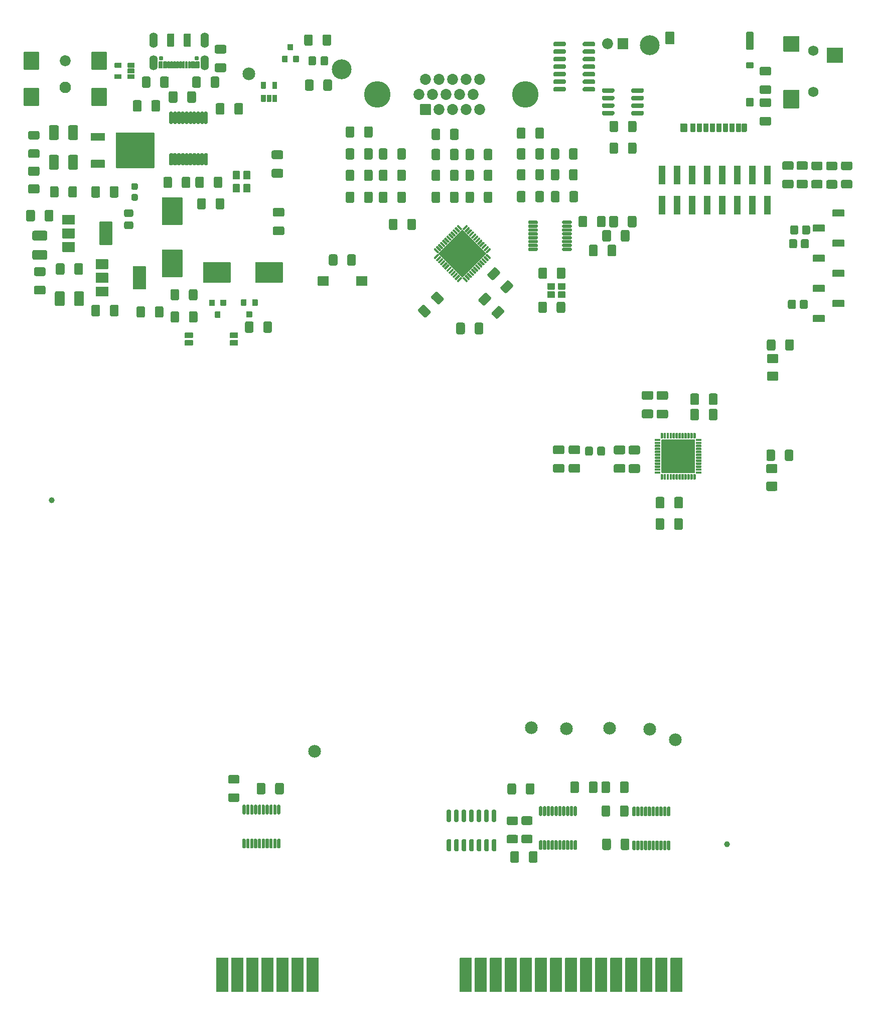
<source format=gts>
%TF.GenerationSoftware,KiCad,Pcbnew,5.1.9+dfsg1-1+deb11u1*%
%TF.CreationDate,2025-10-17T19:00:11+02:00*%
%TF.ProjectId,VERA-MODULE-RBL,56455241-2d4d-44f4-9455-4c452d52424c,1.0*%
%TF.SameCoordinates,Original*%
%TF.FileFunction,Soldermask,Top*%
%TF.FilePolarity,Negative*%
%FSLAX46Y46*%
G04 Gerber Fmt 4.6, Leading zero omitted, Abs format (unit mm)*
G04 Created by KiCad (PCBNEW 5.1.9+dfsg1-1+deb11u1) date 2025-10-17 19:00:11*
%MOMM*%
%LPD*%
G01*
G04 APERTURE LIST*
%ADD10C,0.750000*%
%ADD11C,0.780000*%
%ADD12O,1.362000X2.520000*%
%ADD13O,1.404000X2.604000*%
%ADD14O,1.850000X1.850000*%
%ADD15C,2.150000*%
%ADD16C,1.000000*%
%ADD17C,1.850000*%
%ADD18C,1.950000*%
%ADD19C,1.750000*%
%ADD20C,1.854000*%
%ADD21C,4.470000*%
%ADD22C,3.350000*%
G04 APERTURE END LIST*
%TO.C,C41*%
G36*
G01*
X176603298Y-77700000D02*
X177996702Y-77700000D01*
G75*
G02*
X178275000Y-77978298I0J-278298D01*
G01*
X178275000Y-78896702D01*
G75*
G02*
X177996702Y-79175000I-278298J0D01*
G01*
X176603298Y-79175000D01*
G75*
G02*
X176325000Y-78896702I0J278298D01*
G01*
X176325000Y-77978298D01*
G75*
G02*
X176603298Y-77700000I278298J0D01*
G01*
G37*
G36*
G01*
X176603298Y-80825000D02*
X177996702Y-80825000D01*
G75*
G02*
X178275000Y-81103298I0J-278298D01*
G01*
X178275000Y-82021702D01*
G75*
G02*
X177996702Y-82300000I-278298J0D01*
G01*
X176603298Y-82300000D01*
G75*
G02*
X176325000Y-82021702I0J278298D01*
G01*
X176325000Y-81103298D01*
G75*
G02*
X176603298Y-80825000I278298J0D01*
G01*
G37*
%TD*%
%TO.C,U7*%
G36*
G01*
X241899100Y-122325900D02*
X241899100Y-116814100D01*
G75*
G02*
X241974100Y-116739100I75000J0D01*
G01*
X247485900Y-116739100D01*
G75*
G02*
X247560900Y-116814100I0J-75000D01*
G01*
X247560900Y-122325900D01*
G75*
G02*
X247485900Y-122400900I-75000J0D01*
G01*
X241974100Y-122400900D01*
G75*
G02*
X241899100Y-122325900I0J75000D01*
G01*
G37*
G36*
G01*
X241778000Y-116496600D02*
X241778000Y-115709200D01*
G75*
G02*
X241853000Y-115634200I75000J0D01*
G01*
X242107000Y-115634200D01*
G75*
G02*
X242182000Y-115709200I0J-75000D01*
G01*
X242182000Y-116496600D01*
G75*
G02*
X242107000Y-116571600I-75000J0D01*
G01*
X241853000Y-116571600D01*
G75*
G02*
X241778000Y-116496600I0J75000D01*
G01*
G37*
G36*
G01*
X242277999Y-116496600D02*
X242277999Y-115709200D01*
G75*
G02*
X242352999Y-115634200I75000J0D01*
G01*
X242606999Y-115634200D01*
G75*
G02*
X242681999Y-115709200I0J-75000D01*
G01*
X242681999Y-116496600D01*
G75*
G02*
X242606999Y-116571600I-75000J0D01*
G01*
X242352999Y-116571600D01*
G75*
G02*
X242277999Y-116496600I0J75000D01*
G01*
G37*
G36*
G01*
X242778001Y-116496600D02*
X242778001Y-115709200D01*
G75*
G02*
X242853001Y-115634200I75000J0D01*
G01*
X243107001Y-115634200D01*
G75*
G02*
X243182001Y-115709200I0J-75000D01*
G01*
X243182001Y-116496600D01*
G75*
G02*
X243107001Y-116571600I-75000J0D01*
G01*
X242853001Y-116571600D01*
G75*
G02*
X242778001Y-116496600I0J75000D01*
G01*
G37*
G36*
G01*
X243278000Y-116496600D02*
X243278000Y-115709200D01*
G75*
G02*
X243353000Y-115634200I75000J0D01*
G01*
X243607000Y-115634200D01*
G75*
G02*
X243682000Y-115709200I0J-75000D01*
G01*
X243682000Y-116496600D01*
G75*
G02*
X243607000Y-116571600I-75000J0D01*
G01*
X243353000Y-116571600D01*
G75*
G02*
X243278000Y-116496600I0J75000D01*
G01*
G37*
G36*
G01*
X243777999Y-116496600D02*
X243777999Y-115709200D01*
G75*
G02*
X243852999Y-115634200I75000J0D01*
G01*
X244106999Y-115634200D01*
G75*
G02*
X244181999Y-115709200I0J-75000D01*
G01*
X244181999Y-116496600D01*
G75*
G02*
X244106999Y-116571600I-75000J0D01*
G01*
X243852999Y-116571600D01*
G75*
G02*
X243777999Y-116496600I0J75000D01*
G01*
G37*
G36*
G01*
X244278000Y-116496600D02*
X244278000Y-115709200D01*
G75*
G02*
X244353000Y-115634200I75000J0D01*
G01*
X244607000Y-115634200D01*
G75*
G02*
X244682000Y-115709200I0J-75000D01*
G01*
X244682000Y-116496600D01*
G75*
G02*
X244607000Y-116571600I-75000J0D01*
G01*
X244353000Y-116571600D01*
G75*
G02*
X244278000Y-116496600I0J75000D01*
G01*
G37*
G36*
G01*
X244778000Y-116496600D02*
X244778000Y-115709200D01*
G75*
G02*
X244853000Y-115634200I75000J0D01*
G01*
X245107000Y-115634200D01*
G75*
G02*
X245182000Y-115709200I0J-75000D01*
G01*
X245182000Y-116496600D01*
G75*
G02*
X245107000Y-116571600I-75000J0D01*
G01*
X244853000Y-116571600D01*
G75*
G02*
X244778000Y-116496600I0J75000D01*
G01*
G37*
G36*
G01*
X245278001Y-116496600D02*
X245278001Y-115709200D01*
G75*
G02*
X245353001Y-115634200I75000J0D01*
G01*
X245607001Y-115634200D01*
G75*
G02*
X245682001Y-115709200I0J-75000D01*
G01*
X245682001Y-116496600D01*
G75*
G02*
X245607001Y-116571600I-75000J0D01*
G01*
X245353001Y-116571600D01*
G75*
G02*
X245278001Y-116496600I0J75000D01*
G01*
G37*
G36*
G01*
X245778000Y-116496600D02*
X245778000Y-115709200D01*
G75*
G02*
X245853000Y-115634200I75000J0D01*
G01*
X246107000Y-115634200D01*
G75*
G02*
X246182000Y-115709200I0J-75000D01*
G01*
X246182000Y-116496600D01*
G75*
G02*
X246107000Y-116571600I-75000J0D01*
G01*
X245853000Y-116571600D01*
G75*
G02*
X245778000Y-116496600I0J75000D01*
G01*
G37*
G36*
G01*
X246277999Y-116496600D02*
X246277999Y-115709200D01*
G75*
G02*
X246352999Y-115634200I75000J0D01*
G01*
X246606999Y-115634200D01*
G75*
G02*
X246681999Y-115709200I0J-75000D01*
G01*
X246681999Y-116496600D01*
G75*
G02*
X246606999Y-116571600I-75000J0D01*
G01*
X246352999Y-116571600D01*
G75*
G02*
X246277999Y-116496600I0J75000D01*
G01*
G37*
G36*
G01*
X246778001Y-116496600D02*
X246778001Y-115709200D01*
G75*
G02*
X246853001Y-115634200I75000J0D01*
G01*
X247107001Y-115634200D01*
G75*
G02*
X247182001Y-115709200I0J-75000D01*
G01*
X247182001Y-116496600D01*
G75*
G02*
X247107001Y-116571600I-75000J0D01*
G01*
X246853001Y-116571600D01*
G75*
G02*
X246778001Y-116496600I0J75000D01*
G01*
G37*
G36*
G01*
X247278000Y-116496600D02*
X247278000Y-115709200D01*
G75*
G02*
X247353000Y-115634200I75000J0D01*
G01*
X247607000Y-115634200D01*
G75*
G02*
X247682000Y-115709200I0J-75000D01*
G01*
X247682000Y-116496600D01*
G75*
G02*
X247607000Y-116571600I-75000J0D01*
G01*
X247353000Y-116571600D01*
G75*
G02*
X247278000Y-116496600I0J75000D01*
G01*
G37*
G36*
G01*
X248590800Y-117022000D02*
X247803400Y-117022000D01*
G75*
G02*
X247728400Y-116947000I0J75000D01*
G01*
X247728400Y-116693000D01*
G75*
G02*
X247803400Y-116618000I75000J0D01*
G01*
X248590800Y-116618000D01*
G75*
G02*
X248665800Y-116693000I0J-75000D01*
G01*
X248665800Y-116947000D01*
G75*
G02*
X248590800Y-117022000I-75000J0D01*
G01*
G37*
G36*
G01*
X248590800Y-117521999D02*
X247803400Y-117521999D01*
G75*
G02*
X247728400Y-117446999I0J75000D01*
G01*
X247728400Y-117192999D01*
G75*
G02*
X247803400Y-117117999I75000J0D01*
G01*
X248590800Y-117117999D01*
G75*
G02*
X248665800Y-117192999I0J-75000D01*
G01*
X248665800Y-117446999D01*
G75*
G02*
X248590800Y-117521999I-75000J0D01*
G01*
G37*
G36*
G01*
X248590800Y-118022001D02*
X247803400Y-118022001D01*
G75*
G02*
X247728400Y-117947001I0J75000D01*
G01*
X247728400Y-117693001D01*
G75*
G02*
X247803400Y-117618001I75000J0D01*
G01*
X248590800Y-117618001D01*
G75*
G02*
X248665800Y-117693001I0J-75000D01*
G01*
X248665800Y-117947001D01*
G75*
G02*
X248590800Y-118022001I-75000J0D01*
G01*
G37*
G36*
G01*
X248590800Y-118522000D02*
X247803400Y-118522000D01*
G75*
G02*
X247728400Y-118447000I0J75000D01*
G01*
X247728400Y-118193000D01*
G75*
G02*
X247803400Y-118118000I75000J0D01*
G01*
X248590800Y-118118000D01*
G75*
G02*
X248665800Y-118193000I0J-75000D01*
G01*
X248665800Y-118447000D01*
G75*
G02*
X248590800Y-118522000I-75000J0D01*
G01*
G37*
G36*
G01*
X248590800Y-119021999D02*
X247803400Y-119021999D01*
G75*
G02*
X247728400Y-118946999I0J75000D01*
G01*
X247728400Y-118692999D01*
G75*
G02*
X247803400Y-118617999I75000J0D01*
G01*
X248590800Y-118617999D01*
G75*
G02*
X248665800Y-118692999I0J-75000D01*
G01*
X248665800Y-118946999D01*
G75*
G02*
X248590800Y-119021999I-75000J0D01*
G01*
G37*
G36*
G01*
X248590800Y-119522000D02*
X247803400Y-119522000D01*
G75*
G02*
X247728400Y-119447000I0J75000D01*
G01*
X247728400Y-119193000D01*
G75*
G02*
X247803400Y-119118000I75000J0D01*
G01*
X248590800Y-119118000D01*
G75*
G02*
X248665800Y-119193000I0J-75000D01*
G01*
X248665800Y-119447000D01*
G75*
G02*
X248590800Y-119522000I-75000J0D01*
G01*
G37*
G36*
G01*
X248590800Y-120022000D02*
X247803400Y-120022000D01*
G75*
G02*
X247728400Y-119947000I0J75000D01*
G01*
X247728400Y-119693000D01*
G75*
G02*
X247803400Y-119618000I75000J0D01*
G01*
X248590800Y-119618000D01*
G75*
G02*
X248665800Y-119693000I0J-75000D01*
G01*
X248665800Y-119947000D01*
G75*
G02*
X248590800Y-120022000I-75000J0D01*
G01*
G37*
G36*
G01*
X248590800Y-120522001D02*
X247803400Y-120522001D01*
G75*
G02*
X247728400Y-120447001I0J75000D01*
G01*
X247728400Y-120193001D01*
G75*
G02*
X247803400Y-120118001I75000J0D01*
G01*
X248590800Y-120118001D01*
G75*
G02*
X248665800Y-120193001I0J-75000D01*
G01*
X248665800Y-120447001D01*
G75*
G02*
X248590800Y-120522001I-75000J0D01*
G01*
G37*
G36*
G01*
X248590800Y-121022000D02*
X247803400Y-121022000D01*
G75*
G02*
X247728400Y-120947000I0J75000D01*
G01*
X247728400Y-120693000D01*
G75*
G02*
X247803400Y-120618000I75000J0D01*
G01*
X248590800Y-120618000D01*
G75*
G02*
X248665800Y-120693000I0J-75000D01*
G01*
X248665800Y-120947000D01*
G75*
G02*
X248590800Y-121022000I-75000J0D01*
G01*
G37*
G36*
G01*
X248590800Y-121521999D02*
X247803400Y-121521999D01*
G75*
G02*
X247728400Y-121446999I0J75000D01*
G01*
X247728400Y-121192999D01*
G75*
G02*
X247803400Y-121117999I75000J0D01*
G01*
X248590800Y-121117999D01*
G75*
G02*
X248665800Y-121192999I0J-75000D01*
G01*
X248665800Y-121446999D01*
G75*
G02*
X248590800Y-121521999I-75000J0D01*
G01*
G37*
G36*
G01*
X248590800Y-122022001D02*
X247803400Y-122022001D01*
G75*
G02*
X247728400Y-121947001I0J75000D01*
G01*
X247728400Y-121693001D01*
G75*
G02*
X247803400Y-121618001I75000J0D01*
G01*
X248590800Y-121618001D01*
G75*
G02*
X248665800Y-121693001I0J-75000D01*
G01*
X248665800Y-121947001D01*
G75*
G02*
X248590800Y-122022001I-75000J0D01*
G01*
G37*
G36*
G01*
X248590800Y-122522000D02*
X247803400Y-122522000D01*
G75*
G02*
X247728400Y-122447000I0J75000D01*
G01*
X247728400Y-122193000D01*
G75*
G02*
X247803400Y-122118000I75000J0D01*
G01*
X248590800Y-122118000D01*
G75*
G02*
X248665800Y-122193000I0J-75000D01*
G01*
X248665800Y-122447000D01*
G75*
G02*
X248590800Y-122522000I-75000J0D01*
G01*
G37*
G36*
G01*
X247278000Y-123430800D02*
X247278000Y-122643400D01*
G75*
G02*
X247353000Y-122568400I75000J0D01*
G01*
X247607000Y-122568400D01*
G75*
G02*
X247682000Y-122643400I0J-75000D01*
G01*
X247682000Y-123430800D01*
G75*
G02*
X247607000Y-123505800I-75000J0D01*
G01*
X247353000Y-123505800D01*
G75*
G02*
X247278000Y-123430800I0J75000D01*
G01*
G37*
G36*
G01*
X246778001Y-123430800D02*
X246778001Y-122643400D01*
G75*
G02*
X246853001Y-122568400I75000J0D01*
G01*
X247107001Y-122568400D01*
G75*
G02*
X247182001Y-122643400I0J-75000D01*
G01*
X247182001Y-123430800D01*
G75*
G02*
X247107001Y-123505800I-75000J0D01*
G01*
X246853001Y-123505800D01*
G75*
G02*
X246778001Y-123430800I0J75000D01*
G01*
G37*
G36*
G01*
X246277999Y-123430800D02*
X246277999Y-122643400D01*
G75*
G02*
X246352999Y-122568400I75000J0D01*
G01*
X246606999Y-122568400D01*
G75*
G02*
X246681999Y-122643400I0J-75000D01*
G01*
X246681999Y-123430800D01*
G75*
G02*
X246606999Y-123505800I-75000J0D01*
G01*
X246352999Y-123505800D01*
G75*
G02*
X246277999Y-123430800I0J75000D01*
G01*
G37*
G36*
G01*
X245778000Y-123430800D02*
X245778000Y-122643400D01*
G75*
G02*
X245853000Y-122568400I75000J0D01*
G01*
X246107000Y-122568400D01*
G75*
G02*
X246182000Y-122643400I0J-75000D01*
G01*
X246182000Y-123430800D01*
G75*
G02*
X246107000Y-123505800I-75000J0D01*
G01*
X245853000Y-123505800D01*
G75*
G02*
X245778000Y-123430800I0J75000D01*
G01*
G37*
G36*
G01*
X245278001Y-123430800D02*
X245278001Y-122643400D01*
G75*
G02*
X245353001Y-122568400I75000J0D01*
G01*
X245607001Y-122568400D01*
G75*
G02*
X245682001Y-122643400I0J-75000D01*
G01*
X245682001Y-123430800D01*
G75*
G02*
X245607001Y-123505800I-75000J0D01*
G01*
X245353001Y-123505800D01*
G75*
G02*
X245278001Y-123430800I0J75000D01*
G01*
G37*
G36*
G01*
X244778000Y-123430800D02*
X244778000Y-122643400D01*
G75*
G02*
X244853000Y-122568400I75000J0D01*
G01*
X245107000Y-122568400D01*
G75*
G02*
X245182000Y-122643400I0J-75000D01*
G01*
X245182000Y-123430800D01*
G75*
G02*
X245107000Y-123505800I-75000J0D01*
G01*
X244853000Y-123505800D01*
G75*
G02*
X244778000Y-123430800I0J75000D01*
G01*
G37*
G36*
G01*
X244278000Y-123430800D02*
X244278000Y-122643400D01*
G75*
G02*
X244353000Y-122568400I75000J0D01*
G01*
X244607000Y-122568400D01*
G75*
G02*
X244682000Y-122643400I0J-75000D01*
G01*
X244682000Y-123430800D01*
G75*
G02*
X244607000Y-123505800I-75000J0D01*
G01*
X244353000Y-123505800D01*
G75*
G02*
X244278000Y-123430800I0J75000D01*
G01*
G37*
G36*
G01*
X243777999Y-123430800D02*
X243777999Y-122643400D01*
G75*
G02*
X243852999Y-122568400I75000J0D01*
G01*
X244106999Y-122568400D01*
G75*
G02*
X244181999Y-122643400I0J-75000D01*
G01*
X244181999Y-123430800D01*
G75*
G02*
X244106999Y-123505800I-75000J0D01*
G01*
X243852999Y-123505800D01*
G75*
G02*
X243777999Y-123430800I0J75000D01*
G01*
G37*
G36*
G01*
X243278000Y-123430800D02*
X243278000Y-122643400D01*
G75*
G02*
X243353000Y-122568400I75000J0D01*
G01*
X243607000Y-122568400D01*
G75*
G02*
X243682000Y-122643400I0J-75000D01*
G01*
X243682000Y-123430800D01*
G75*
G02*
X243607000Y-123505800I-75000J0D01*
G01*
X243353000Y-123505800D01*
G75*
G02*
X243278000Y-123430800I0J75000D01*
G01*
G37*
G36*
G01*
X242778001Y-123430800D02*
X242778001Y-122643400D01*
G75*
G02*
X242853001Y-122568400I75000J0D01*
G01*
X243107001Y-122568400D01*
G75*
G02*
X243182001Y-122643400I0J-75000D01*
G01*
X243182001Y-123430800D01*
G75*
G02*
X243107001Y-123505800I-75000J0D01*
G01*
X242853001Y-123505800D01*
G75*
G02*
X242778001Y-123430800I0J75000D01*
G01*
G37*
G36*
G01*
X242277999Y-123430800D02*
X242277999Y-122643400D01*
G75*
G02*
X242352999Y-122568400I75000J0D01*
G01*
X242606999Y-122568400D01*
G75*
G02*
X242681999Y-122643400I0J-75000D01*
G01*
X242681999Y-123430800D01*
G75*
G02*
X242606999Y-123505800I-75000J0D01*
G01*
X242352999Y-123505800D01*
G75*
G02*
X242277999Y-123430800I0J75000D01*
G01*
G37*
G36*
G01*
X241778000Y-123430800D02*
X241778000Y-122643400D01*
G75*
G02*
X241853000Y-122568400I75000J0D01*
G01*
X242107000Y-122568400D01*
G75*
G02*
X242182000Y-122643400I0J-75000D01*
G01*
X242182000Y-123430800D01*
G75*
G02*
X242107000Y-123505800I-75000J0D01*
G01*
X241853000Y-123505800D01*
G75*
G02*
X241778000Y-123430800I0J75000D01*
G01*
G37*
G36*
G01*
X241656600Y-122522000D02*
X240869200Y-122522000D01*
G75*
G02*
X240794200Y-122447000I0J75000D01*
G01*
X240794200Y-122193000D01*
G75*
G02*
X240869200Y-122118000I75000J0D01*
G01*
X241656600Y-122118000D01*
G75*
G02*
X241731600Y-122193000I0J-75000D01*
G01*
X241731600Y-122447000D01*
G75*
G02*
X241656600Y-122522000I-75000J0D01*
G01*
G37*
G36*
G01*
X241656600Y-122022001D02*
X240869200Y-122022001D01*
G75*
G02*
X240794200Y-121947001I0J75000D01*
G01*
X240794200Y-121693001D01*
G75*
G02*
X240869200Y-121618001I75000J0D01*
G01*
X241656600Y-121618001D01*
G75*
G02*
X241731600Y-121693001I0J-75000D01*
G01*
X241731600Y-121947001D01*
G75*
G02*
X241656600Y-122022001I-75000J0D01*
G01*
G37*
G36*
G01*
X241656600Y-121521999D02*
X240869200Y-121521999D01*
G75*
G02*
X240794200Y-121446999I0J75000D01*
G01*
X240794200Y-121192999D01*
G75*
G02*
X240869200Y-121117999I75000J0D01*
G01*
X241656600Y-121117999D01*
G75*
G02*
X241731600Y-121192999I0J-75000D01*
G01*
X241731600Y-121446999D01*
G75*
G02*
X241656600Y-121521999I-75000J0D01*
G01*
G37*
G36*
G01*
X241656600Y-121022000D02*
X240869200Y-121022000D01*
G75*
G02*
X240794200Y-120947000I0J75000D01*
G01*
X240794200Y-120693000D01*
G75*
G02*
X240869200Y-120618000I75000J0D01*
G01*
X241656600Y-120618000D01*
G75*
G02*
X241731600Y-120693000I0J-75000D01*
G01*
X241731600Y-120947000D01*
G75*
G02*
X241656600Y-121022000I-75000J0D01*
G01*
G37*
G36*
G01*
X241656600Y-120522001D02*
X240869200Y-120522001D01*
G75*
G02*
X240794200Y-120447001I0J75000D01*
G01*
X240794200Y-120193001D01*
G75*
G02*
X240869200Y-120118001I75000J0D01*
G01*
X241656600Y-120118001D01*
G75*
G02*
X241731600Y-120193001I0J-75000D01*
G01*
X241731600Y-120447001D01*
G75*
G02*
X241656600Y-120522001I-75000J0D01*
G01*
G37*
G36*
G01*
X241656600Y-120022000D02*
X240869200Y-120022000D01*
G75*
G02*
X240794200Y-119947000I0J75000D01*
G01*
X240794200Y-119693000D01*
G75*
G02*
X240869200Y-119618000I75000J0D01*
G01*
X241656600Y-119618000D01*
G75*
G02*
X241731600Y-119693000I0J-75000D01*
G01*
X241731600Y-119947000D01*
G75*
G02*
X241656600Y-120022000I-75000J0D01*
G01*
G37*
G36*
G01*
X241656600Y-119522000D02*
X240869200Y-119522000D01*
G75*
G02*
X240794200Y-119447000I0J75000D01*
G01*
X240794200Y-119193000D01*
G75*
G02*
X240869200Y-119118000I75000J0D01*
G01*
X241656600Y-119118000D01*
G75*
G02*
X241731600Y-119193000I0J-75000D01*
G01*
X241731600Y-119447000D01*
G75*
G02*
X241656600Y-119522000I-75000J0D01*
G01*
G37*
G36*
G01*
X241656600Y-119021999D02*
X240869200Y-119021999D01*
G75*
G02*
X240794200Y-118946999I0J75000D01*
G01*
X240794200Y-118692999D01*
G75*
G02*
X240869200Y-118617999I75000J0D01*
G01*
X241656600Y-118617999D01*
G75*
G02*
X241731600Y-118692999I0J-75000D01*
G01*
X241731600Y-118946999D01*
G75*
G02*
X241656600Y-119021999I-75000J0D01*
G01*
G37*
G36*
G01*
X241656600Y-118522000D02*
X240869200Y-118522000D01*
G75*
G02*
X240794200Y-118447000I0J75000D01*
G01*
X240794200Y-118193000D01*
G75*
G02*
X240869200Y-118118000I75000J0D01*
G01*
X241656600Y-118118000D01*
G75*
G02*
X241731600Y-118193000I0J-75000D01*
G01*
X241731600Y-118447000D01*
G75*
G02*
X241656600Y-118522000I-75000J0D01*
G01*
G37*
G36*
G01*
X241656600Y-118022001D02*
X240869200Y-118022001D01*
G75*
G02*
X240794200Y-117947001I0J75000D01*
G01*
X240794200Y-117693001D01*
G75*
G02*
X240869200Y-117618001I75000J0D01*
G01*
X241656600Y-117618001D01*
G75*
G02*
X241731600Y-117693001I0J-75000D01*
G01*
X241731600Y-117947001D01*
G75*
G02*
X241656600Y-118022001I-75000J0D01*
G01*
G37*
G36*
G01*
X241656600Y-117521999D02*
X240869200Y-117521999D01*
G75*
G02*
X240794200Y-117446999I0J75000D01*
G01*
X240794200Y-117192999D01*
G75*
G02*
X240869200Y-117117999I75000J0D01*
G01*
X241656600Y-117117999D01*
G75*
G02*
X241731600Y-117192999I0J-75000D01*
G01*
X241731600Y-117446999D01*
G75*
G02*
X241656600Y-117521999I-75000J0D01*
G01*
G37*
G36*
G01*
X241656600Y-117022000D02*
X240869200Y-117022000D01*
G75*
G02*
X240794200Y-116947000I0J75000D01*
G01*
X240794200Y-116693000D01*
G75*
G02*
X240869200Y-116618000I75000J0D01*
G01*
X241656600Y-116618000D01*
G75*
G02*
X241731600Y-116693000I0J-75000D01*
G01*
X241731600Y-116947000D01*
G75*
G02*
X241656600Y-117022000I-75000J0D01*
G01*
G37*
%TD*%
%TO.C,U6*%
G36*
G01*
X227237500Y-178575000D02*
X227512500Y-178575000D01*
G75*
G02*
X227650000Y-178712500I0J-137500D01*
G01*
X227650000Y-180062500D01*
G75*
G02*
X227512500Y-180200000I-137500J0D01*
G01*
X227237500Y-180200000D01*
G75*
G02*
X227100000Y-180062500I0J137500D01*
G01*
X227100000Y-178712500D01*
G75*
G02*
X227237500Y-178575000I137500J0D01*
G01*
G37*
G36*
G01*
X226587500Y-178575000D02*
X226862500Y-178575000D01*
G75*
G02*
X227000000Y-178712500I0J-137500D01*
G01*
X227000000Y-180062500D01*
G75*
G02*
X226862500Y-180200000I-137500J0D01*
G01*
X226587500Y-180200000D01*
G75*
G02*
X226450000Y-180062500I0J137500D01*
G01*
X226450000Y-178712500D01*
G75*
G02*
X226587500Y-178575000I137500J0D01*
G01*
G37*
G36*
G01*
X225937500Y-178575000D02*
X226212500Y-178575000D01*
G75*
G02*
X226350000Y-178712500I0J-137500D01*
G01*
X226350000Y-180062500D01*
G75*
G02*
X226212500Y-180200000I-137500J0D01*
G01*
X225937500Y-180200000D01*
G75*
G02*
X225800000Y-180062500I0J137500D01*
G01*
X225800000Y-178712500D01*
G75*
G02*
X225937500Y-178575000I137500J0D01*
G01*
G37*
G36*
G01*
X225287500Y-178575000D02*
X225562500Y-178575000D01*
G75*
G02*
X225700000Y-178712500I0J-137500D01*
G01*
X225700000Y-180062500D01*
G75*
G02*
X225562500Y-180200000I-137500J0D01*
G01*
X225287500Y-180200000D01*
G75*
G02*
X225150000Y-180062500I0J137500D01*
G01*
X225150000Y-178712500D01*
G75*
G02*
X225287500Y-178575000I137500J0D01*
G01*
G37*
G36*
G01*
X224637500Y-178575000D02*
X224912500Y-178575000D01*
G75*
G02*
X225050000Y-178712500I0J-137500D01*
G01*
X225050000Y-180062500D01*
G75*
G02*
X224912500Y-180200000I-137500J0D01*
G01*
X224637500Y-180200000D01*
G75*
G02*
X224500000Y-180062500I0J137500D01*
G01*
X224500000Y-178712500D01*
G75*
G02*
X224637500Y-178575000I137500J0D01*
G01*
G37*
G36*
G01*
X223987500Y-178575000D02*
X224262500Y-178575000D01*
G75*
G02*
X224400000Y-178712500I0J-137500D01*
G01*
X224400000Y-180062500D01*
G75*
G02*
X224262500Y-180200000I-137500J0D01*
G01*
X223987500Y-180200000D01*
G75*
G02*
X223850000Y-180062500I0J137500D01*
G01*
X223850000Y-178712500D01*
G75*
G02*
X223987500Y-178575000I137500J0D01*
G01*
G37*
G36*
G01*
X223337500Y-178575000D02*
X223612500Y-178575000D01*
G75*
G02*
X223750000Y-178712500I0J-137500D01*
G01*
X223750000Y-180062500D01*
G75*
G02*
X223612500Y-180200000I-137500J0D01*
G01*
X223337500Y-180200000D01*
G75*
G02*
X223200000Y-180062500I0J137500D01*
G01*
X223200000Y-178712500D01*
G75*
G02*
X223337500Y-178575000I137500J0D01*
G01*
G37*
G36*
G01*
X222687500Y-178575000D02*
X222962500Y-178575000D01*
G75*
G02*
X223100000Y-178712500I0J-137500D01*
G01*
X223100000Y-180062500D01*
G75*
G02*
X222962500Y-180200000I-137500J0D01*
G01*
X222687500Y-180200000D01*
G75*
G02*
X222550000Y-180062500I0J137500D01*
G01*
X222550000Y-178712500D01*
G75*
G02*
X222687500Y-178575000I137500J0D01*
G01*
G37*
G36*
G01*
X222037500Y-178575000D02*
X222312500Y-178575000D01*
G75*
G02*
X222450000Y-178712500I0J-137500D01*
G01*
X222450000Y-180062500D01*
G75*
G02*
X222312500Y-180200000I-137500J0D01*
G01*
X222037500Y-180200000D01*
G75*
G02*
X221900000Y-180062500I0J137500D01*
G01*
X221900000Y-178712500D01*
G75*
G02*
X222037500Y-178575000I137500J0D01*
G01*
G37*
G36*
G01*
X221387500Y-178575000D02*
X221662500Y-178575000D01*
G75*
G02*
X221800000Y-178712500I0J-137500D01*
G01*
X221800000Y-180062500D01*
G75*
G02*
X221662500Y-180200000I-137500J0D01*
G01*
X221387500Y-180200000D01*
G75*
G02*
X221250000Y-180062500I0J137500D01*
G01*
X221250000Y-178712500D01*
G75*
G02*
X221387500Y-178575000I137500J0D01*
G01*
G37*
G36*
G01*
X221387500Y-184300000D02*
X221662500Y-184300000D01*
G75*
G02*
X221800000Y-184437500I0J-137500D01*
G01*
X221800000Y-185787500D01*
G75*
G02*
X221662500Y-185925000I-137500J0D01*
G01*
X221387500Y-185925000D01*
G75*
G02*
X221250000Y-185787500I0J137500D01*
G01*
X221250000Y-184437500D01*
G75*
G02*
X221387500Y-184300000I137500J0D01*
G01*
G37*
G36*
G01*
X222037500Y-184300000D02*
X222312500Y-184300000D01*
G75*
G02*
X222450000Y-184437500I0J-137500D01*
G01*
X222450000Y-185787500D01*
G75*
G02*
X222312500Y-185925000I-137500J0D01*
G01*
X222037500Y-185925000D01*
G75*
G02*
X221900000Y-185787500I0J137500D01*
G01*
X221900000Y-184437500D01*
G75*
G02*
X222037500Y-184300000I137500J0D01*
G01*
G37*
G36*
G01*
X222687500Y-184300000D02*
X222962500Y-184300000D01*
G75*
G02*
X223100000Y-184437500I0J-137500D01*
G01*
X223100000Y-185787500D01*
G75*
G02*
X222962500Y-185925000I-137500J0D01*
G01*
X222687500Y-185925000D01*
G75*
G02*
X222550000Y-185787500I0J137500D01*
G01*
X222550000Y-184437500D01*
G75*
G02*
X222687500Y-184300000I137500J0D01*
G01*
G37*
G36*
G01*
X223337500Y-184300000D02*
X223612500Y-184300000D01*
G75*
G02*
X223750000Y-184437500I0J-137500D01*
G01*
X223750000Y-185787500D01*
G75*
G02*
X223612500Y-185925000I-137500J0D01*
G01*
X223337500Y-185925000D01*
G75*
G02*
X223200000Y-185787500I0J137500D01*
G01*
X223200000Y-184437500D01*
G75*
G02*
X223337500Y-184300000I137500J0D01*
G01*
G37*
G36*
G01*
X223987500Y-184300000D02*
X224262500Y-184300000D01*
G75*
G02*
X224400000Y-184437500I0J-137500D01*
G01*
X224400000Y-185787500D01*
G75*
G02*
X224262500Y-185925000I-137500J0D01*
G01*
X223987500Y-185925000D01*
G75*
G02*
X223850000Y-185787500I0J137500D01*
G01*
X223850000Y-184437500D01*
G75*
G02*
X223987500Y-184300000I137500J0D01*
G01*
G37*
G36*
G01*
X224637500Y-184300000D02*
X224912500Y-184300000D01*
G75*
G02*
X225050000Y-184437500I0J-137500D01*
G01*
X225050000Y-185787500D01*
G75*
G02*
X224912500Y-185925000I-137500J0D01*
G01*
X224637500Y-185925000D01*
G75*
G02*
X224500000Y-185787500I0J137500D01*
G01*
X224500000Y-184437500D01*
G75*
G02*
X224637500Y-184300000I137500J0D01*
G01*
G37*
G36*
G01*
X225287500Y-184300000D02*
X225562500Y-184300000D01*
G75*
G02*
X225700000Y-184437500I0J-137500D01*
G01*
X225700000Y-185787500D01*
G75*
G02*
X225562500Y-185925000I-137500J0D01*
G01*
X225287500Y-185925000D01*
G75*
G02*
X225150000Y-185787500I0J137500D01*
G01*
X225150000Y-184437500D01*
G75*
G02*
X225287500Y-184300000I137500J0D01*
G01*
G37*
G36*
G01*
X225937500Y-184300000D02*
X226212500Y-184300000D01*
G75*
G02*
X226350000Y-184437500I0J-137500D01*
G01*
X226350000Y-185787500D01*
G75*
G02*
X226212500Y-185925000I-137500J0D01*
G01*
X225937500Y-185925000D01*
G75*
G02*
X225800000Y-185787500I0J137500D01*
G01*
X225800000Y-184437500D01*
G75*
G02*
X225937500Y-184300000I137500J0D01*
G01*
G37*
G36*
G01*
X226587500Y-184300000D02*
X226862500Y-184300000D01*
G75*
G02*
X227000000Y-184437500I0J-137500D01*
G01*
X227000000Y-185787500D01*
G75*
G02*
X226862500Y-185925000I-137500J0D01*
G01*
X226587500Y-185925000D01*
G75*
G02*
X226450000Y-185787500I0J137500D01*
G01*
X226450000Y-184437500D01*
G75*
G02*
X226587500Y-184300000I137500J0D01*
G01*
G37*
G36*
G01*
X227237500Y-184300000D02*
X227512500Y-184300000D01*
G75*
G02*
X227650000Y-184437500I0J-137500D01*
G01*
X227650000Y-185787500D01*
G75*
G02*
X227512500Y-185925000I-137500J0D01*
G01*
X227237500Y-185925000D01*
G75*
G02*
X227100000Y-185787500I0J137500D01*
G01*
X227100000Y-184437500D01*
G75*
G02*
X227237500Y-184300000I137500J0D01*
G01*
G37*
%TD*%
%TO.C,U2*%
G36*
G01*
X207380761Y-80733095D02*
X207522182Y-80591674D01*
G75*
G02*
X207663604Y-80591674I70711J-70711D01*
G01*
X208246967Y-81175037D01*
G75*
G02*
X208246967Y-81316459I-70711J-70711D01*
G01*
X208105546Y-81457880D01*
G75*
G02*
X207964124Y-81457880I-70711J70711D01*
G01*
X207380761Y-80874517D01*
G75*
G02*
X207380761Y-80733095I70711J70711D01*
G01*
G37*
G36*
G01*
X207027208Y-81086648D02*
X207168629Y-80945227D01*
G75*
G02*
X207310051Y-80945227I70711J-70711D01*
G01*
X207893414Y-81528590D01*
G75*
G02*
X207893414Y-81670012I-70711J-70711D01*
G01*
X207751993Y-81811433D01*
G75*
G02*
X207610571Y-81811433I-70711J70711D01*
G01*
X207027208Y-81228070D01*
G75*
G02*
X207027208Y-81086648I70711J70711D01*
G01*
G37*
G36*
G01*
X206673654Y-81440202D02*
X206815075Y-81298781D01*
G75*
G02*
X206956497Y-81298781I70711J-70711D01*
G01*
X207539860Y-81882144D01*
G75*
G02*
X207539860Y-82023566I-70711J-70711D01*
G01*
X207398439Y-82164987D01*
G75*
G02*
X207257017Y-82164987I-70711J70711D01*
G01*
X206673654Y-81581624D01*
G75*
G02*
X206673654Y-81440202I70711J70711D01*
G01*
G37*
G36*
G01*
X206320101Y-81793755D02*
X206461522Y-81652334D01*
G75*
G02*
X206602944Y-81652334I70711J-70711D01*
G01*
X207186307Y-82235697D01*
G75*
G02*
X207186307Y-82377119I-70711J-70711D01*
G01*
X207044886Y-82518540D01*
G75*
G02*
X206903464Y-82518540I-70711J70711D01*
G01*
X206320101Y-81935177D01*
G75*
G02*
X206320101Y-81793755I70711J70711D01*
G01*
G37*
G36*
G01*
X205966548Y-82147308D02*
X206107969Y-82005887D01*
G75*
G02*
X206249391Y-82005887I70711J-70711D01*
G01*
X206832754Y-82589250D01*
G75*
G02*
X206832754Y-82730672I-70711J-70711D01*
G01*
X206691333Y-82872093D01*
G75*
G02*
X206549911Y-82872093I-70711J70711D01*
G01*
X205966548Y-82288730D01*
G75*
G02*
X205966548Y-82147308I70711J70711D01*
G01*
G37*
G36*
G01*
X205612994Y-82500862D02*
X205754415Y-82359441D01*
G75*
G02*
X205895837Y-82359441I70711J-70711D01*
G01*
X206479200Y-82942804D01*
G75*
G02*
X206479200Y-83084226I-70711J-70711D01*
G01*
X206337779Y-83225647D01*
G75*
G02*
X206196357Y-83225647I-70711J70711D01*
G01*
X205612994Y-82642284D01*
G75*
G02*
X205612994Y-82500862I70711J70711D01*
G01*
G37*
G36*
G01*
X205259441Y-82854415D02*
X205400862Y-82712994D01*
G75*
G02*
X205542284Y-82712994I70711J-70711D01*
G01*
X206125647Y-83296357D01*
G75*
G02*
X206125647Y-83437779I-70711J-70711D01*
G01*
X205984226Y-83579200D01*
G75*
G02*
X205842804Y-83579200I-70711J70711D01*
G01*
X205259441Y-82995837D01*
G75*
G02*
X205259441Y-82854415I70711J70711D01*
G01*
G37*
G36*
G01*
X204905887Y-83207969D02*
X205047308Y-83066548D01*
G75*
G02*
X205188730Y-83066548I70711J-70711D01*
G01*
X205772093Y-83649911D01*
G75*
G02*
X205772093Y-83791333I-70711J-70711D01*
G01*
X205630672Y-83932754D01*
G75*
G02*
X205489250Y-83932754I-70711J70711D01*
G01*
X204905887Y-83349391D01*
G75*
G02*
X204905887Y-83207969I70711J70711D01*
G01*
G37*
G36*
G01*
X204552334Y-83561522D02*
X204693755Y-83420101D01*
G75*
G02*
X204835177Y-83420101I70711J-70711D01*
G01*
X205418540Y-84003464D01*
G75*
G02*
X205418540Y-84144886I-70711J-70711D01*
G01*
X205277119Y-84286307D01*
G75*
G02*
X205135697Y-84286307I-70711J70711D01*
G01*
X204552334Y-83702944D01*
G75*
G02*
X204552334Y-83561522I70711J70711D01*
G01*
G37*
G36*
G01*
X204198781Y-83915075D02*
X204340202Y-83773654D01*
G75*
G02*
X204481624Y-83773654I70711J-70711D01*
G01*
X205064987Y-84357017D01*
G75*
G02*
X205064987Y-84498439I-70711J-70711D01*
G01*
X204923566Y-84639860D01*
G75*
G02*
X204782144Y-84639860I-70711J70711D01*
G01*
X204198781Y-84056497D01*
G75*
G02*
X204198781Y-83915075I70711J70711D01*
G01*
G37*
G36*
G01*
X203845227Y-84268629D02*
X203986648Y-84127208D01*
G75*
G02*
X204128070Y-84127208I70711J-70711D01*
G01*
X204711433Y-84710571D01*
G75*
G02*
X204711433Y-84851993I-70711J-70711D01*
G01*
X204570012Y-84993414D01*
G75*
G02*
X204428590Y-84993414I-70711J70711D01*
G01*
X203845227Y-84410051D01*
G75*
G02*
X203845227Y-84268629I70711J70711D01*
G01*
G37*
G36*
G01*
X203491674Y-84622182D02*
X203633095Y-84480761D01*
G75*
G02*
X203774517Y-84480761I70711J-70711D01*
G01*
X204357880Y-85064124D01*
G75*
G02*
X204357880Y-85205546I-70711J-70711D01*
G01*
X204216459Y-85346967D01*
G75*
G02*
X204075037Y-85346967I-70711J70711D01*
G01*
X203491674Y-84763604D01*
G75*
G02*
X203491674Y-84622182I70711J70711D01*
G01*
G37*
G36*
G01*
X203491674Y-86036396D02*
X204075037Y-85453033D01*
G75*
G02*
X204216459Y-85453033I70711J-70711D01*
G01*
X204357880Y-85594454D01*
G75*
G02*
X204357880Y-85735876I-70711J-70711D01*
G01*
X203774517Y-86319239D01*
G75*
G02*
X203633095Y-86319239I-70711J70711D01*
G01*
X203491674Y-86177818D01*
G75*
G02*
X203491674Y-86036396I70711J70711D01*
G01*
G37*
G36*
G01*
X203845227Y-86389949D02*
X204428590Y-85806586D01*
G75*
G02*
X204570012Y-85806586I70711J-70711D01*
G01*
X204711433Y-85948007D01*
G75*
G02*
X204711433Y-86089429I-70711J-70711D01*
G01*
X204128070Y-86672792D01*
G75*
G02*
X203986648Y-86672792I-70711J70711D01*
G01*
X203845227Y-86531371D01*
G75*
G02*
X203845227Y-86389949I70711J70711D01*
G01*
G37*
G36*
G01*
X204198781Y-86743503D02*
X204782144Y-86160140D01*
G75*
G02*
X204923566Y-86160140I70711J-70711D01*
G01*
X205064987Y-86301561D01*
G75*
G02*
X205064987Y-86442983I-70711J-70711D01*
G01*
X204481624Y-87026346D01*
G75*
G02*
X204340202Y-87026346I-70711J70711D01*
G01*
X204198781Y-86884925D01*
G75*
G02*
X204198781Y-86743503I70711J70711D01*
G01*
G37*
G36*
G01*
X204552334Y-87097056D02*
X205135697Y-86513693D01*
G75*
G02*
X205277119Y-86513693I70711J-70711D01*
G01*
X205418540Y-86655114D01*
G75*
G02*
X205418540Y-86796536I-70711J-70711D01*
G01*
X204835177Y-87379899D01*
G75*
G02*
X204693755Y-87379899I-70711J70711D01*
G01*
X204552334Y-87238478D01*
G75*
G02*
X204552334Y-87097056I70711J70711D01*
G01*
G37*
G36*
G01*
X204905887Y-87450609D02*
X205489250Y-86867246D01*
G75*
G02*
X205630672Y-86867246I70711J-70711D01*
G01*
X205772093Y-87008667D01*
G75*
G02*
X205772093Y-87150089I-70711J-70711D01*
G01*
X205188730Y-87733452D01*
G75*
G02*
X205047308Y-87733452I-70711J70711D01*
G01*
X204905887Y-87592031D01*
G75*
G02*
X204905887Y-87450609I70711J70711D01*
G01*
G37*
G36*
G01*
X205259441Y-87804163D02*
X205842804Y-87220800D01*
G75*
G02*
X205984226Y-87220800I70711J-70711D01*
G01*
X206125647Y-87362221D01*
G75*
G02*
X206125647Y-87503643I-70711J-70711D01*
G01*
X205542284Y-88087006D01*
G75*
G02*
X205400862Y-88087006I-70711J70711D01*
G01*
X205259441Y-87945585D01*
G75*
G02*
X205259441Y-87804163I70711J70711D01*
G01*
G37*
G36*
G01*
X205612994Y-88157716D02*
X206196357Y-87574353D01*
G75*
G02*
X206337779Y-87574353I70711J-70711D01*
G01*
X206479200Y-87715774D01*
G75*
G02*
X206479200Y-87857196I-70711J-70711D01*
G01*
X205895837Y-88440559D01*
G75*
G02*
X205754415Y-88440559I-70711J70711D01*
G01*
X205612994Y-88299138D01*
G75*
G02*
X205612994Y-88157716I70711J70711D01*
G01*
G37*
G36*
G01*
X205966548Y-88511270D02*
X206549911Y-87927907D01*
G75*
G02*
X206691333Y-87927907I70711J-70711D01*
G01*
X206832754Y-88069328D01*
G75*
G02*
X206832754Y-88210750I-70711J-70711D01*
G01*
X206249391Y-88794113D01*
G75*
G02*
X206107969Y-88794113I-70711J70711D01*
G01*
X205966548Y-88652692D01*
G75*
G02*
X205966548Y-88511270I70711J70711D01*
G01*
G37*
G36*
G01*
X206320101Y-88864823D02*
X206903464Y-88281460D01*
G75*
G02*
X207044886Y-88281460I70711J-70711D01*
G01*
X207186307Y-88422881D01*
G75*
G02*
X207186307Y-88564303I-70711J-70711D01*
G01*
X206602944Y-89147666D01*
G75*
G02*
X206461522Y-89147666I-70711J70711D01*
G01*
X206320101Y-89006245D01*
G75*
G02*
X206320101Y-88864823I70711J70711D01*
G01*
G37*
G36*
G01*
X206673654Y-89218376D02*
X207257017Y-88635013D01*
G75*
G02*
X207398439Y-88635013I70711J-70711D01*
G01*
X207539860Y-88776434D01*
G75*
G02*
X207539860Y-88917856I-70711J-70711D01*
G01*
X206956497Y-89501219D01*
G75*
G02*
X206815075Y-89501219I-70711J70711D01*
G01*
X206673654Y-89359798D01*
G75*
G02*
X206673654Y-89218376I70711J70711D01*
G01*
G37*
G36*
G01*
X207027208Y-89571930D02*
X207610571Y-88988567D01*
G75*
G02*
X207751993Y-88988567I70711J-70711D01*
G01*
X207893414Y-89129988D01*
G75*
G02*
X207893414Y-89271410I-70711J-70711D01*
G01*
X207310051Y-89854773D01*
G75*
G02*
X207168629Y-89854773I-70711J70711D01*
G01*
X207027208Y-89713352D01*
G75*
G02*
X207027208Y-89571930I70711J70711D01*
G01*
G37*
G36*
G01*
X207380761Y-89925483D02*
X207964124Y-89342120D01*
G75*
G02*
X208105546Y-89342120I70711J-70711D01*
G01*
X208246967Y-89483541D01*
G75*
G02*
X208246967Y-89624963I-70711J-70711D01*
G01*
X207663604Y-90208326D01*
G75*
G02*
X207522182Y-90208326I-70711J70711D01*
G01*
X207380761Y-90066905D01*
G75*
G02*
X207380761Y-89925483I70711J70711D01*
G01*
G37*
G36*
G01*
X208353033Y-89483541D02*
X208494454Y-89342120D01*
G75*
G02*
X208635876Y-89342120I70711J-70711D01*
G01*
X209219239Y-89925483D01*
G75*
G02*
X209219239Y-90066905I-70711J-70711D01*
G01*
X209077818Y-90208326D01*
G75*
G02*
X208936396Y-90208326I-70711J70711D01*
G01*
X208353033Y-89624963D01*
G75*
G02*
X208353033Y-89483541I70711J70711D01*
G01*
G37*
G36*
G01*
X208706586Y-89129988D02*
X208848007Y-88988567D01*
G75*
G02*
X208989429Y-88988567I70711J-70711D01*
G01*
X209572792Y-89571930D01*
G75*
G02*
X209572792Y-89713352I-70711J-70711D01*
G01*
X209431371Y-89854773D01*
G75*
G02*
X209289949Y-89854773I-70711J70711D01*
G01*
X208706586Y-89271410D01*
G75*
G02*
X208706586Y-89129988I70711J70711D01*
G01*
G37*
G36*
G01*
X209060140Y-88776434D02*
X209201561Y-88635013D01*
G75*
G02*
X209342983Y-88635013I70711J-70711D01*
G01*
X209926346Y-89218376D01*
G75*
G02*
X209926346Y-89359798I-70711J-70711D01*
G01*
X209784925Y-89501219D01*
G75*
G02*
X209643503Y-89501219I-70711J70711D01*
G01*
X209060140Y-88917856D01*
G75*
G02*
X209060140Y-88776434I70711J70711D01*
G01*
G37*
G36*
G01*
X209413693Y-88422881D02*
X209555114Y-88281460D01*
G75*
G02*
X209696536Y-88281460I70711J-70711D01*
G01*
X210279899Y-88864823D01*
G75*
G02*
X210279899Y-89006245I-70711J-70711D01*
G01*
X210138478Y-89147666D01*
G75*
G02*
X209997056Y-89147666I-70711J70711D01*
G01*
X209413693Y-88564303D01*
G75*
G02*
X209413693Y-88422881I70711J70711D01*
G01*
G37*
G36*
G01*
X209767246Y-88069328D02*
X209908667Y-87927907D01*
G75*
G02*
X210050089Y-87927907I70711J-70711D01*
G01*
X210633452Y-88511270D01*
G75*
G02*
X210633452Y-88652692I-70711J-70711D01*
G01*
X210492031Y-88794113D01*
G75*
G02*
X210350609Y-88794113I-70711J70711D01*
G01*
X209767246Y-88210750D01*
G75*
G02*
X209767246Y-88069328I70711J70711D01*
G01*
G37*
G36*
G01*
X210120800Y-87715774D02*
X210262221Y-87574353D01*
G75*
G02*
X210403643Y-87574353I70711J-70711D01*
G01*
X210987006Y-88157716D01*
G75*
G02*
X210987006Y-88299138I-70711J-70711D01*
G01*
X210845585Y-88440559D01*
G75*
G02*
X210704163Y-88440559I-70711J70711D01*
G01*
X210120800Y-87857196D01*
G75*
G02*
X210120800Y-87715774I70711J70711D01*
G01*
G37*
G36*
G01*
X210474353Y-87362221D02*
X210615774Y-87220800D01*
G75*
G02*
X210757196Y-87220800I70711J-70711D01*
G01*
X211340559Y-87804163D01*
G75*
G02*
X211340559Y-87945585I-70711J-70711D01*
G01*
X211199138Y-88087006D01*
G75*
G02*
X211057716Y-88087006I-70711J70711D01*
G01*
X210474353Y-87503643D01*
G75*
G02*
X210474353Y-87362221I70711J70711D01*
G01*
G37*
G36*
G01*
X210827907Y-87008667D02*
X210969328Y-86867246D01*
G75*
G02*
X211110750Y-86867246I70711J-70711D01*
G01*
X211694113Y-87450609D01*
G75*
G02*
X211694113Y-87592031I-70711J-70711D01*
G01*
X211552692Y-87733452D01*
G75*
G02*
X211411270Y-87733452I-70711J70711D01*
G01*
X210827907Y-87150089D01*
G75*
G02*
X210827907Y-87008667I70711J70711D01*
G01*
G37*
G36*
G01*
X211181460Y-86655114D02*
X211322881Y-86513693D01*
G75*
G02*
X211464303Y-86513693I70711J-70711D01*
G01*
X212047666Y-87097056D01*
G75*
G02*
X212047666Y-87238478I-70711J-70711D01*
G01*
X211906245Y-87379899D01*
G75*
G02*
X211764823Y-87379899I-70711J70711D01*
G01*
X211181460Y-86796536D01*
G75*
G02*
X211181460Y-86655114I70711J70711D01*
G01*
G37*
G36*
G01*
X211535013Y-86301561D02*
X211676434Y-86160140D01*
G75*
G02*
X211817856Y-86160140I70711J-70711D01*
G01*
X212401219Y-86743503D01*
G75*
G02*
X212401219Y-86884925I-70711J-70711D01*
G01*
X212259798Y-87026346D01*
G75*
G02*
X212118376Y-87026346I-70711J70711D01*
G01*
X211535013Y-86442983D01*
G75*
G02*
X211535013Y-86301561I70711J70711D01*
G01*
G37*
G36*
G01*
X211888567Y-85948007D02*
X212029988Y-85806586D01*
G75*
G02*
X212171410Y-85806586I70711J-70711D01*
G01*
X212754773Y-86389949D01*
G75*
G02*
X212754773Y-86531371I-70711J-70711D01*
G01*
X212613352Y-86672792D01*
G75*
G02*
X212471930Y-86672792I-70711J70711D01*
G01*
X211888567Y-86089429D01*
G75*
G02*
X211888567Y-85948007I70711J70711D01*
G01*
G37*
G36*
G01*
X212242120Y-85594454D02*
X212383541Y-85453033D01*
G75*
G02*
X212524963Y-85453033I70711J-70711D01*
G01*
X213108326Y-86036396D01*
G75*
G02*
X213108326Y-86177818I-70711J-70711D01*
G01*
X212966905Y-86319239D01*
G75*
G02*
X212825483Y-86319239I-70711J70711D01*
G01*
X212242120Y-85735876D01*
G75*
G02*
X212242120Y-85594454I70711J70711D01*
G01*
G37*
G36*
G01*
X212242120Y-85064124D02*
X212825483Y-84480761D01*
G75*
G02*
X212966905Y-84480761I70711J-70711D01*
G01*
X213108326Y-84622182D01*
G75*
G02*
X213108326Y-84763604I-70711J-70711D01*
G01*
X212524963Y-85346967D01*
G75*
G02*
X212383541Y-85346967I-70711J70711D01*
G01*
X212242120Y-85205546D01*
G75*
G02*
X212242120Y-85064124I70711J70711D01*
G01*
G37*
G36*
G01*
X211888567Y-84710571D02*
X212471930Y-84127208D01*
G75*
G02*
X212613352Y-84127208I70711J-70711D01*
G01*
X212754773Y-84268629D01*
G75*
G02*
X212754773Y-84410051I-70711J-70711D01*
G01*
X212171410Y-84993414D01*
G75*
G02*
X212029988Y-84993414I-70711J70711D01*
G01*
X211888567Y-84851993D01*
G75*
G02*
X211888567Y-84710571I70711J70711D01*
G01*
G37*
G36*
G01*
X211535013Y-84357017D02*
X212118376Y-83773654D01*
G75*
G02*
X212259798Y-83773654I70711J-70711D01*
G01*
X212401219Y-83915075D01*
G75*
G02*
X212401219Y-84056497I-70711J-70711D01*
G01*
X211817856Y-84639860D01*
G75*
G02*
X211676434Y-84639860I-70711J70711D01*
G01*
X211535013Y-84498439D01*
G75*
G02*
X211535013Y-84357017I70711J70711D01*
G01*
G37*
G36*
G01*
X211181460Y-84003464D02*
X211764823Y-83420101D01*
G75*
G02*
X211906245Y-83420101I70711J-70711D01*
G01*
X212047666Y-83561522D01*
G75*
G02*
X212047666Y-83702944I-70711J-70711D01*
G01*
X211464303Y-84286307D01*
G75*
G02*
X211322881Y-84286307I-70711J70711D01*
G01*
X211181460Y-84144886D01*
G75*
G02*
X211181460Y-84003464I70711J70711D01*
G01*
G37*
G36*
G01*
X210827907Y-83649911D02*
X211411270Y-83066548D01*
G75*
G02*
X211552692Y-83066548I70711J-70711D01*
G01*
X211694113Y-83207969D01*
G75*
G02*
X211694113Y-83349391I-70711J-70711D01*
G01*
X211110750Y-83932754D01*
G75*
G02*
X210969328Y-83932754I-70711J70711D01*
G01*
X210827907Y-83791333D01*
G75*
G02*
X210827907Y-83649911I70711J70711D01*
G01*
G37*
G36*
G01*
X210474353Y-83296357D02*
X211057716Y-82712994D01*
G75*
G02*
X211199138Y-82712994I70711J-70711D01*
G01*
X211340559Y-82854415D01*
G75*
G02*
X211340559Y-82995837I-70711J-70711D01*
G01*
X210757196Y-83579200D01*
G75*
G02*
X210615774Y-83579200I-70711J70711D01*
G01*
X210474353Y-83437779D01*
G75*
G02*
X210474353Y-83296357I70711J70711D01*
G01*
G37*
G36*
G01*
X210120800Y-82942804D02*
X210704163Y-82359441D01*
G75*
G02*
X210845585Y-82359441I70711J-70711D01*
G01*
X210987006Y-82500862D01*
G75*
G02*
X210987006Y-82642284I-70711J-70711D01*
G01*
X210403643Y-83225647D01*
G75*
G02*
X210262221Y-83225647I-70711J70711D01*
G01*
X210120800Y-83084226D01*
G75*
G02*
X210120800Y-82942804I70711J70711D01*
G01*
G37*
G36*
G01*
X209767246Y-82589250D02*
X210350609Y-82005887D01*
G75*
G02*
X210492031Y-82005887I70711J-70711D01*
G01*
X210633452Y-82147308D01*
G75*
G02*
X210633452Y-82288730I-70711J-70711D01*
G01*
X210050089Y-82872093D01*
G75*
G02*
X209908667Y-82872093I-70711J70711D01*
G01*
X209767246Y-82730672D01*
G75*
G02*
X209767246Y-82589250I70711J70711D01*
G01*
G37*
G36*
G01*
X209413693Y-82235697D02*
X209997056Y-81652334D01*
G75*
G02*
X210138478Y-81652334I70711J-70711D01*
G01*
X210279899Y-81793755D01*
G75*
G02*
X210279899Y-81935177I-70711J-70711D01*
G01*
X209696536Y-82518540D01*
G75*
G02*
X209555114Y-82518540I-70711J70711D01*
G01*
X209413693Y-82377119D01*
G75*
G02*
X209413693Y-82235697I70711J70711D01*
G01*
G37*
G36*
G01*
X209060140Y-81882144D02*
X209643503Y-81298781D01*
G75*
G02*
X209784925Y-81298781I70711J-70711D01*
G01*
X209926346Y-81440202D01*
G75*
G02*
X209926346Y-81581624I-70711J-70711D01*
G01*
X209342983Y-82164987D01*
G75*
G02*
X209201561Y-82164987I-70711J70711D01*
G01*
X209060140Y-82023566D01*
G75*
G02*
X209060140Y-81882144I70711J70711D01*
G01*
G37*
G36*
G01*
X208706586Y-81528590D02*
X209289949Y-80945227D01*
G75*
G02*
X209431371Y-80945227I70711J-70711D01*
G01*
X209572792Y-81086648D01*
G75*
G02*
X209572792Y-81228070I-70711J-70711D01*
G01*
X208989429Y-81811433D01*
G75*
G02*
X208848007Y-81811433I-70711J70711D01*
G01*
X208706586Y-81670012D01*
G75*
G02*
X208706586Y-81528590I70711J70711D01*
G01*
G37*
G36*
G01*
X208353033Y-81175037D02*
X208936396Y-80591674D01*
G75*
G02*
X209077818Y-80591674I70711J-70711D01*
G01*
X209219239Y-80733095D01*
G75*
G02*
X209219239Y-80874517I-70711J-70711D01*
G01*
X208635876Y-81457880D01*
G75*
G02*
X208494454Y-81457880I-70711J70711D01*
G01*
X208353033Y-81316459D01*
G75*
G02*
X208353033Y-81175037I70711J70711D01*
G01*
G37*
G36*
G01*
X204287169Y-85346967D02*
X208246967Y-81387169D01*
G75*
G02*
X208353033Y-81387169I53033J-53033D01*
G01*
X212312831Y-85346967D01*
G75*
G02*
X212312831Y-85453033I-53033J-53033D01*
G01*
X208353033Y-89412831D01*
G75*
G02*
X208246967Y-89412831I-53033J53033D01*
G01*
X204287169Y-85453033D01*
G75*
G02*
X204287169Y-85346967I53033J53033D01*
G01*
G37*
%TD*%
%TO.C,R59*%
G36*
G01*
X219881155Y-184815000D02*
X218538845Y-184815000D01*
G75*
G02*
X218260000Y-184536155I0J278845D01*
G01*
X218260000Y-183643845D01*
G75*
G02*
X218538845Y-183365000I278845J0D01*
G01*
X219881155Y-183365000D01*
G75*
G02*
X220160000Y-183643845I0J-278845D01*
G01*
X220160000Y-184536155D01*
G75*
G02*
X219881155Y-184815000I-278845J0D01*
G01*
G37*
G36*
G01*
X219881155Y-181715000D02*
X218538845Y-181715000D01*
G75*
G02*
X218260000Y-181436155I0J278845D01*
G01*
X218260000Y-180543845D01*
G75*
G02*
X218538845Y-180265000I278845J0D01*
G01*
X219881155Y-180265000D01*
G75*
G02*
X220160000Y-180543845I0J-278845D01*
G01*
X220160000Y-181436155D01*
G75*
G02*
X219881155Y-181715000I-278845J0D01*
G01*
G37*
%TD*%
%TO.C,R60*%
G36*
G01*
X216078845Y-180295000D02*
X217421155Y-180295000D01*
G75*
G02*
X217700000Y-180573845I0J-278845D01*
G01*
X217700000Y-181466155D01*
G75*
G02*
X217421155Y-181745000I-278845J0D01*
G01*
X216078845Y-181745000D01*
G75*
G02*
X215800000Y-181466155I0J278845D01*
G01*
X215800000Y-180573845D01*
G75*
G02*
X216078845Y-180295000I278845J0D01*
G01*
G37*
G36*
G01*
X216078845Y-183395000D02*
X217421155Y-183395000D01*
G75*
G02*
X217700000Y-183673845I0J-278845D01*
G01*
X217700000Y-184566155D01*
G75*
G02*
X217421155Y-184845000I-278845J0D01*
G01*
X216078845Y-184845000D01*
G75*
G02*
X215800000Y-184566155I0J278845D01*
G01*
X215800000Y-183673845D01*
G75*
G02*
X216078845Y-183395000I278845J0D01*
G01*
G37*
%TD*%
%TO.C,U15*%
G36*
G01*
X145625000Y-66320000D02*
X145625000Y-65120000D01*
G75*
G02*
X145700000Y-65045000I75000J0D01*
G01*
X147900000Y-65045000D01*
G75*
G02*
X147975000Y-65120000I0J-75000D01*
G01*
X147975000Y-66320000D01*
G75*
G02*
X147900000Y-66395000I-75000J0D01*
G01*
X145700000Y-66395000D01*
G75*
G02*
X145625000Y-66320000I0J75000D01*
G01*
G37*
G36*
G01*
X145625000Y-70880000D02*
X145625000Y-69680000D01*
G75*
G02*
X145700000Y-69605000I75000J0D01*
G01*
X147900000Y-69605000D01*
G75*
G02*
X147975000Y-69680000I0J-75000D01*
G01*
X147975000Y-70880000D01*
G75*
G02*
X147900000Y-70955000I-75000J0D01*
G01*
X145700000Y-70955000D01*
G75*
G02*
X145625000Y-70880000I0J75000D01*
G01*
G37*
G36*
G01*
X149825000Y-70900000D02*
X149825000Y-65100000D01*
G75*
G02*
X149900000Y-65025000I75000J0D01*
G01*
X156300000Y-65025000D01*
G75*
G02*
X156375000Y-65100000I0J-75000D01*
G01*
X156375000Y-70900000D01*
G75*
G02*
X156300000Y-70975000I-75000J0D01*
G01*
X149900000Y-70975000D01*
G75*
G02*
X149825000Y-70900000I0J75000D01*
G01*
G37*
%TD*%
%TO.C,U13*%
G36*
G01*
X147075000Y-83900000D02*
X147075000Y-80100000D01*
G75*
G02*
X147150000Y-80025000I75000J0D01*
G01*
X149150000Y-80025000D01*
G75*
G02*
X149225000Y-80100000I0J-75000D01*
G01*
X149225000Y-83900000D01*
G75*
G02*
X149150000Y-83975000I-75000J0D01*
G01*
X147150000Y-83975000D01*
G75*
G02*
X147075000Y-83900000I0J75000D01*
G01*
G37*
G36*
G01*
X140775000Y-82750000D02*
X140775000Y-81250000D01*
G75*
G02*
X140850000Y-81175000I75000J0D01*
G01*
X142850000Y-81175000D01*
G75*
G02*
X142925000Y-81250000I0J-75000D01*
G01*
X142925000Y-82750000D01*
G75*
G02*
X142850000Y-82825000I-75000J0D01*
G01*
X140850000Y-82825000D01*
G75*
G02*
X140775000Y-82750000I0J75000D01*
G01*
G37*
G36*
G01*
X140775000Y-85050000D02*
X140775000Y-83550000D01*
G75*
G02*
X140850000Y-83475000I75000J0D01*
G01*
X142850000Y-83475000D01*
G75*
G02*
X142925000Y-83550000I0J-75000D01*
G01*
X142925000Y-85050000D01*
G75*
G02*
X142850000Y-85125000I-75000J0D01*
G01*
X140850000Y-85125000D01*
G75*
G02*
X140775000Y-85050000I0J75000D01*
G01*
G37*
G36*
G01*
X140775000Y-80450000D02*
X140775000Y-78950000D01*
G75*
G02*
X140850000Y-78875000I75000J0D01*
G01*
X142850000Y-78875000D01*
G75*
G02*
X142925000Y-78950000I0J-75000D01*
G01*
X142925000Y-80450000D01*
G75*
G02*
X142850000Y-80525000I-75000J0D01*
G01*
X140850000Y-80525000D01*
G75*
G02*
X140775000Y-80450000I0J75000D01*
G01*
G37*
%TD*%
%TO.C,U12*%
G36*
G01*
X164862500Y-61475000D02*
X165187500Y-61475000D01*
G75*
G02*
X165350000Y-61637500I0J-162500D01*
G01*
X165350000Y-63362500D01*
G75*
G02*
X165187500Y-63525000I-162500J0D01*
G01*
X164862500Y-63525000D01*
G75*
G02*
X164700000Y-63362500I0J162500D01*
G01*
X164700000Y-61637500D01*
G75*
G02*
X164862500Y-61475000I162500J0D01*
G01*
G37*
G36*
G01*
X164212500Y-61475000D02*
X164537500Y-61475000D01*
G75*
G02*
X164700000Y-61637500I0J-162500D01*
G01*
X164700000Y-63362500D01*
G75*
G02*
X164537500Y-63525000I-162500J0D01*
G01*
X164212500Y-63525000D01*
G75*
G02*
X164050000Y-63362500I0J162500D01*
G01*
X164050000Y-61637500D01*
G75*
G02*
X164212500Y-61475000I162500J0D01*
G01*
G37*
G36*
G01*
X163562500Y-61475000D02*
X163887500Y-61475000D01*
G75*
G02*
X164050000Y-61637500I0J-162500D01*
G01*
X164050000Y-63362500D01*
G75*
G02*
X163887500Y-63525000I-162500J0D01*
G01*
X163562500Y-63525000D01*
G75*
G02*
X163400000Y-63362500I0J162500D01*
G01*
X163400000Y-61637500D01*
G75*
G02*
X163562500Y-61475000I162500J0D01*
G01*
G37*
G36*
G01*
X162912500Y-61475000D02*
X163237500Y-61475000D01*
G75*
G02*
X163400000Y-61637500I0J-162500D01*
G01*
X163400000Y-63362500D01*
G75*
G02*
X163237500Y-63525000I-162500J0D01*
G01*
X162912500Y-63525000D01*
G75*
G02*
X162750000Y-63362500I0J162500D01*
G01*
X162750000Y-61637500D01*
G75*
G02*
X162912500Y-61475000I162500J0D01*
G01*
G37*
G36*
G01*
X162262500Y-61475000D02*
X162587500Y-61475000D01*
G75*
G02*
X162750000Y-61637500I0J-162500D01*
G01*
X162750000Y-63362500D01*
G75*
G02*
X162587500Y-63525000I-162500J0D01*
G01*
X162262500Y-63525000D01*
G75*
G02*
X162100000Y-63362500I0J162500D01*
G01*
X162100000Y-61637500D01*
G75*
G02*
X162262500Y-61475000I162500J0D01*
G01*
G37*
G36*
G01*
X161612500Y-61475000D02*
X161937500Y-61475000D01*
G75*
G02*
X162100000Y-61637500I0J-162500D01*
G01*
X162100000Y-63362500D01*
G75*
G02*
X161937500Y-63525000I-162500J0D01*
G01*
X161612500Y-63525000D01*
G75*
G02*
X161450000Y-63362500I0J162500D01*
G01*
X161450000Y-61637500D01*
G75*
G02*
X161612500Y-61475000I162500J0D01*
G01*
G37*
G36*
G01*
X160962500Y-61475000D02*
X161287500Y-61475000D01*
G75*
G02*
X161450000Y-61637500I0J-162500D01*
G01*
X161450000Y-63362500D01*
G75*
G02*
X161287500Y-63525000I-162500J0D01*
G01*
X160962500Y-63525000D01*
G75*
G02*
X160800000Y-63362500I0J162500D01*
G01*
X160800000Y-61637500D01*
G75*
G02*
X160962500Y-61475000I162500J0D01*
G01*
G37*
G36*
G01*
X160312500Y-61475000D02*
X160637500Y-61475000D01*
G75*
G02*
X160800000Y-61637500I0J-162500D01*
G01*
X160800000Y-63362500D01*
G75*
G02*
X160637500Y-63525000I-162500J0D01*
G01*
X160312500Y-63525000D01*
G75*
G02*
X160150000Y-63362500I0J162500D01*
G01*
X160150000Y-61637500D01*
G75*
G02*
X160312500Y-61475000I162500J0D01*
G01*
G37*
G36*
G01*
X159662500Y-61475000D02*
X159987500Y-61475000D01*
G75*
G02*
X160150000Y-61637500I0J-162500D01*
G01*
X160150000Y-63362500D01*
G75*
G02*
X159987500Y-63525000I-162500J0D01*
G01*
X159662500Y-63525000D01*
G75*
G02*
X159500000Y-63362500I0J162500D01*
G01*
X159500000Y-61637500D01*
G75*
G02*
X159662500Y-61475000I162500J0D01*
G01*
G37*
G36*
G01*
X159012500Y-61475000D02*
X159337500Y-61475000D01*
G75*
G02*
X159500000Y-61637500I0J-162500D01*
G01*
X159500000Y-63362500D01*
G75*
G02*
X159337500Y-63525000I-162500J0D01*
G01*
X159012500Y-63525000D01*
G75*
G02*
X158850000Y-63362500I0J162500D01*
G01*
X158850000Y-61637500D01*
G75*
G02*
X159012500Y-61475000I162500J0D01*
G01*
G37*
G36*
G01*
X159012500Y-68475000D02*
X159337500Y-68475000D01*
G75*
G02*
X159500000Y-68637500I0J-162500D01*
G01*
X159500000Y-70362500D01*
G75*
G02*
X159337500Y-70525000I-162500J0D01*
G01*
X159012500Y-70525000D01*
G75*
G02*
X158850000Y-70362500I0J162500D01*
G01*
X158850000Y-68637500D01*
G75*
G02*
X159012500Y-68475000I162500J0D01*
G01*
G37*
G36*
G01*
X159662500Y-68475000D02*
X159987500Y-68475000D01*
G75*
G02*
X160150000Y-68637500I0J-162500D01*
G01*
X160150000Y-70362500D01*
G75*
G02*
X159987500Y-70525000I-162500J0D01*
G01*
X159662500Y-70525000D01*
G75*
G02*
X159500000Y-70362500I0J162500D01*
G01*
X159500000Y-68637500D01*
G75*
G02*
X159662500Y-68475000I162500J0D01*
G01*
G37*
G36*
G01*
X160312500Y-68475000D02*
X160637500Y-68475000D01*
G75*
G02*
X160800000Y-68637500I0J-162500D01*
G01*
X160800000Y-70362500D01*
G75*
G02*
X160637500Y-70525000I-162500J0D01*
G01*
X160312500Y-70525000D01*
G75*
G02*
X160150000Y-70362500I0J162500D01*
G01*
X160150000Y-68637500D01*
G75*
G02*
X160312500Y-68475000I162500J0D01*
G01*
G37*
G36*
G01*
X160962500Y-68475000D02*
X161287500Y-68475000D01*
G75*
G02*
X161450000Y-68637500I0J-162500D01*
G01*
X161450000Y-70362500D01*
G75*
G02*
X161287500Y-70525000I-162500J0D01*
G01*
X160962500Y-70525000D01*
G75*
G02*
X160800000Y-70362500I0J162500D01*
G01*
X160800000Y-68637500D01*
G75*
G02*
X160962500Y-68475000I162500J0D01*
G01*
G37*
G36*
G01*
X161612500Y-68475000D02*
X161937500Y-68475000D01*
G75*
G02*
X162100000Y-68637500I0J-162500D01*
G01*
X162100000Y-70362500D01*
G75*
G02*
X161937500Y-70525000I-162500J0D01*
G01*
X161612500Y-70525000D01*
G75*
G02*
X161450000Y-70362500I0J162500D01*
G01*
X161450000Y-68637500D01*
G75*
G02*
X161612500Y-68475000I162500J0D01*
G01*
G37*
G36*
G01*
X162262500Y-68475000D02*
X162587500Y-68475000D01*
G75*
G02*
X162750000Y-68637500I0J-162500D01*
G01*
X162750000Y-70362500D01*
G75*
G02*
X162587500Y-70525000I-162500J0D01*
G01*
X162262500Y-70525000D01*
G75*
G02*
X162100000Y-70362500I0J162500D01*
G01*
X162100000Y-68637500D01*
G75*
G02*
X162262500Y-68475000I162500J0D01*
G01*
G37*
G36*
G01*
X162912500Y-68475000D02*
X163237500Y-68475000D01*
G75*
G02*
X163400000Y-68637500I0J-162500D01*
G01*
X163400000Y-70362500D01*
G75*
G02*
X163237500Y-70525000I-162500J0D01*
G01*
X162912500Y-70525000D01*
G75*
G02*
X162750000Y-70362500I0J162500D01*
G01*
X162750000Y-68637500D01*
G75*
G02*
X162912500Y-68475000I162500J0D01*
G01*
G37*
G36*
G01*
X163562500Y-68475000D02*
X163887500Y-68475000D01*
G75*
G02*
X164050000Y-68637500I0J-162500D01*
G01*
X164050000Y-70362500D01*
G75*
G02*
X163887500Y-70525000I-162500J0D01*
G01*
X163562500Y-70525000D01*
G75*
G02*
X163400000Y-70362500I0J162500D01*
G01*
X163400000Y-68637500D01*
G75*
G02*
X163562500Y-68475000I162500J0D01*
G01*
G37*
G36*
G01*
X164212500Y-68475000D02*
X164537500Y-68475000D01*
G75*
G02*
X164700000Y-68637500I0J-162500D01*
G01*
X164700000Y-70362500D01*
G75*
G02*
X164537500Y-70525000I-162500J0D01*
G01*
X164212500Y-70525000D01*
G75*
G02*
X164050000Y-70362500I0J162500D01*
G01*
X164050000Y-68637500D01*
G75*
G02*
X164212500Y-68475000I162500J0D01*
G01*
G37*
G36*
G01*
X164862500Y-68475000D02*
X165187500Y-68475000D01*
G75*
G02*
X165350000Y-68637500I0J-162500D01*
G01*
X165350000Y-70362500D01*
G75*
G02*
X165187500Y-70525000I-162500J0D01*
G01*
X164862500Y-70525000D01*
G75*
G02*
X164700000Y-70362500I0J162500D01*
G01*
X164700000Y-68637500D01*
G75*
G02*
X164862500Y-68475000I162500J0D01*
G01*
G37*
%TD*%
%TO.C,SW2*%
G36*
G01*
X170450000Y-100075000D02*
X170450000Y-100835000D01*
G75*
G02*
X170375000Y-100910000I-75000J0D01*
G01*
X169125000Y-100910000D01*
G75*
G02*
X169050000Y-100835000I0J75000D01*
G01*
X169050000Y-100075000D01*
G75*
G02*
X169125000Y-100000000I75000J0D01*
G01*
X170375000Y-100000000D01*
G75*
G02*
X170450000Y-100075000I0J-75000D01*
G01*
G37*
G36*
G01*
X162850000Y-98805000D02*
X162850000Y-99565000D01*
G75*
G02*
X162775000Y-99640000I-75000J0D01*
G01*
X161525000Y-99640000D01*
G75*
G02*
X161450000Y-99565000I0J75000D01*
G01*
X161450000Y-98805000D01*
G75*
G02*
X161525000Y-98730000I75000J0D01*
G01*
X162775000Y-98730000D01*
G75*
G02*
X162850000Y-98805000I0J-75000D01*
G01*
G37*
G36*
G01*
X170450000Y-98805000D02*
X170450000Y-99565000D01*
G75*
G02*
X170375000Y-99640000I-75000J0D01*
G01*
X169125000Y-99640000D01*
G75*
G02*
X169050000Y-99565000I0J75000D01*
G01*
X169050000Y-98805000D01*
G75*
G02*
X169125000Y-98730000I75000J0D01*
G01*
X170375000Y-98730000D01*
G75*
G02*
X170450000Y-98805000I0J-75000D01*
G01*
G37*
G36*
G01*
X162850000Y-100075000D02*
X162850000Y-100835000D01*
G75*
G02*
X162775000Y-100910000I-75000J0D01*
G01*
X161525000Y-100910000D01*
G75*
G02*
X161450000Y-100835000I0J75000D01*
G01*
X161450000Y-100075000D01*
G75*
G02*
X161525000Y-100000000I75000J0D01*
G01*
X162775000Y-100000000D01*
G75*
G02*
X162850000Y-100075000I0J-75000D01*
G01*
G37*
%TD*%
%TO.C,SW1*%
G36*
G01*
X192275000Y-89275000D02*
X192275000Y-90775000D01*
G75*
G02*
X192200000Y-90850000I-75000J0D01*
G01*
X190500000Y-90850000D01*
G75*
G02*
X190425000Y-90775000I0J75000D01*
G01*
X190425000Y-89275000D01*
G75*
G02*
X190500000Y-89200000I75000J0D01*
G01*
X192200000Y-89200000D01*
G75*
G02*
X192275000Y-89275000I0J-75000D01*
G01*
G37*
G36*
G01*
X185775000Y-89275000D02*
X185775000Y-90775000D01*
G75*
G02*
X185700000Y-90850000I-75000J0D01*
G01*
X184000000Y-90850000D01*
G75*
G02*
X183925000Y-90775000I0J75000D01*
G01*
X183925000Y-89275000D01*
G75*
G02*
X184000000Y-89200000I75000J0D01*
G01*
X185700000Y-89200000D01*
G75*
G02*
X185775000Y-89275000I0J-75000D01*
G01*
G37*
%TD*%
%TO.C,R55*%
G36*
G01*
X159075000Y-96751155D02*
X159075000Y-95408845D01*
G75*
G02*
X159353845Y-95130000I278845J0D01*
G01*
X160246155Y-95130000D01*
G75*
G02*
X160525000Y-95408845I0J-278845D01*
G01*
X160525000Y-96751155D01*
G75*
G02*
X160246155Y-97030000I-278845J0D01*
G01*
X159353845Y-97030000D01*
G75*
G02*
X159075000Y-96751155I0J278845D01*
G01*
G37*
G36*
G01*
X162175000Y-96751155D02*
X162175000Y-95408845D01*
G75*
G02*
X162453845Y-95130000I278845J0D01*
G01*
X163346155Y-95130000D01*
G75*
G02*
X163625000Y-95408845I0J-278845D01*
G01*
X163625000Y-96751155D01*
G75*
G02*
X163346155Y-97030000I-278845J0D01*
G01*
X162453845Y-97030000D01*
G75*
G02*
X162175000Y-96751155I0J278845D01*
G01*
G37*
%TD*%
%TO.C,R54*%
G36*
G01*
X176175000Y-97118845D02*
X176175000Y-98461155D01*
G75*
G02*
X175896155Y-98740000I-278845J0D01*
G01*
X175003845Y-98740000D01*
G75*
G02*
X174725000Y-98461155I0J278845D01*
G01*
X174725000Y-97118845D01*
G75*
G02*
X175003845Y-96840000I278845J0D01*
G01*
X175896155Y-96840000D01*
G75*
G02*
X176175000Y-97118845I0J-278845D01*
G01*
G37*
G36*
G01*
X173075000Y-97118845D02*
X173075000Y-98461155D01*
G75*
G02*
X172796155Y-98740000I-278845J0D01*
G01*
X171903845Y-98740000D01*
G75*
G02*
X171625000Y-98461155I0J278845D01*
G01*
X171625000Y-97118845D01*
G75*
G02*
X171903845Y-96840000I278845J0D01*
G01*
X172796155Y-96840000D01*
G75*
G02*
X173075000Y-97118845I0J-278845D01*
G01*
G37*
%TD*%
%TO.C,R53*%
G36*
G01*
X157865000Y-94568845D02*
X157865000Y-95911155D01*
G75*
G02*
X157586155Y-96190000I-278845J0D01*
G01*
X156693845Y-96190000D01*
G75*
G02*
X156415000Y-95911155I0J278845D01*
G01*
X156415000Y-94568845D01*
G75*
G02*
X156693845Y-94290000I278845J0D01*
G01*
X157586155Y-94290000D01*
G75*
G02*
X157865000Y-94568845I0J-278845D01*
G01*
G37*
G36*
G01*
X154765000Y-94568845D02*
X154765000Y-95911155D01*
G75*
G02*
X154486155Y-96190000I-278845J0D01*
G01*
X153593845Y-96190000D01*
G75*
G02*
X153315000Y-95911155I0J278845D01*
G01*
X153315000Y-94568845D01*
G75*
G02*
X153593845Y-94290000I278845J0D01*
G01*
X154486155Y-94290000D01*
G75*
G02*
X154765000Y-94568845I0J-278845D01*
G01*
G37*
%TD*%
%TO.C,R52*%
G36*
G01*
X159065000Y-93011155D02*
X159065000Y-91668845D01*
G75*
G02*
X159343845Y-91390000I278845J0D01*
G01*
X160236155Y-91390000D01*
G75*
G02*
X160515000Y-91668845I0J-278845D01*
G01*
X160515000Y-93011155D01*
G75*
G02*
X160236155Y-93290000I-278845J0D01*
G01*
X159343845Y-93290000D01*
G75*
G02*
X159065000Y-93011155I0J278845D01*
G01*
G37*
G36*
G01*
X162165000Y-93011155D02*
X162165000Y-91668845D01*
G75*
G02*
X162443845Y-91390000I278845J0D01*
G01*
X163336155Y-91390000D01*
G75*
G02*
X163615000Y-91668845I0J-278845D01*
G01*
X163615000Y-93011155D01*
G75*
G02*
X163336155Y-93290000I-278845J0D01*
G01*
X162443845Y-93290000D01*
G75*
G02*
X162165000Y-93011155I0J278845D01*
G01*
G37*
%TD*%
%TO.C,R51*%
G36*
G01*
X158775000Y-55828845D02*
X158775000Y-57171155D01*
G75*
G02*
X158496155Y-57450000I-278845J0D01*
G01*
X157603845Y-57450000D01*
G75*
G02*
X157325000Y-57171155I0J278845D01*
G01*
X157325000Y-55828845D01*
G75*
G02*
X157603845Y-55550000I278845J0D01*
G01*
X158496155Y-55550000D01*
G75*
G02*
X158775000Y-55828845I0J-278845D01*
G01*
G37*
G36*
G01*
X155675000Y-55828845D02*
X155675000Y-57171155D01*
G75*
G02*
X155396155Y-57450000I-278845J0D01*
G01*
X154503845Y-57450000D01*
G75*
G02*
X154225000Y-57171155I0J278845D01*
G01*
X154225000Y-55828845D01*
G75*
G02*
X154503845Y-55550000I278845J0D01*
G01*
X155396155Y-55550000D01*
G75*
G02*
X155675000Y-55828845I0J-278845D01*
G01*
G37*
%TD*%
%TO.C,R50*%
G36*
G01*
X162725000Y-57171155D02*
X162725000Y-55828845D01*
G75*
G02*
X163003845Y-55550000I278845J0D01*
G01*
X163896155Y-55550000D01*
G75*
G02*
X164175000Y-55828845I0J-278845D01*
G01*
X164175000Y-57171155D01*
G75*
G02*
X163896155Y-57450000I-278845J0D01*
G01*
X163003845Y-57450000D01*
G75*
G02*
X162725000Y-57171155I0J278845D01*
G01*
G37*
G36*
G01*
X165825000Y-57171155D02*
X165825000Y-55828845D01*
G75*
G02*
X166103845Y-55550000I278845J0D01*
G01*
X166996155Y-55550000D01*
G75*
G02*
X167275000Y-55828845I0J-278845D01*
G01*
X167275000Y-57171155D01*
G75*
G02*
X166996155Y-57450000I-278845J0D01*
G01*
X166103845Y-57450000D01*
G75*
G02*
X165825000Y-57171155I0J278845D01*
G01*
G37*
%TD*%
%TO.C,R48*%
G36*
G01*
X163255000Y-74051155D02*
X163255000Y-72708845D01*
G75*
G02*
X163533845Y-72430000I278845J0D01*
G01*
X164426155Y-72430000D01*
G75*
G02*
X164705000Y-72708845I0J-278845D01*
G01*
X164705000Y-74051155D01*
G75*
G02*
X164426155Y-74330000I-278845J0D01*
G01*
X163533845Y-74330000D01*
G75*
G02*
X163255000Y-74051155I0J278845D01*
G01*
G37*
G36*
G01*
X166355000Y-74051155D02*
X166355000Y-72708845D01*
G75*
G02*
X166633845Y-72430000I278845J0D01*
G01*
X167526155Y-72430000D01*
G75*
G02*
X167805000Y-72708845I0J-278845D01*
G01*
X167805000Y-74051155D01*
G75*
G02*
X167526155Y-74330000I-278845J0D01*
G01*
X166633845Y-74330000D01*
G75*
G02*
X166355000Y-74051155I0J278845D01*
G01*
G37*
%TD*%
%TO.C,R47*%
G36*
G01*
X157855000Y-74071155D02*
X157855000Y-72728845D01*
G75*
G02*
X158133845Y-72450000I278845J0D01*
G01*
X159026155Y-72450000D01*
G75*
G02*
X159305000Y-72728845I0J-278845D01*
G01*
X159305000Y-74071155D01*
G75*
G02*
X159026155Y-74350000I-278845J0D01*
G01*
X158133845Y-74350000D01*
G75*
G02*
X157855000Y-74071155I0J278845D01*
G01*
G37*
G36*
G01*
X160955000Y-74071155D02*
X160955000Y-72728845D01*
G75*
G02*
X161233845Y-72450000I278845J0D01*
G01*
X162126155Y-72450000D01*
G75*
G02*
X162405000Y-72728845I0J-278845D01*
G01*
X162405000Y-74071155D01*
G75*
G02*
X162126155Y-74350000I-278845J0D01*
G01*
X161233845Y-74350000D01*
G75*
G02*
X160955000Y-74071155I0J278845D01*
G01*
G37*
%TD*%
%TO.C,R46*%
G36*
G01*
X232475000Y-79328845D02*
X232475000Y-80671155D01*
G75*
G02*
X232196155Y-80950000I-278845J0D01*
G01*
X231303845Y-80950000D01*
G75*
G02*
X231025000Y-80671155I0J278845D01*
G01*
X231025000Y-79328845D01*
G75*
G02*
X231303845Y-79050000I278845J0D01*
G01*
X232196155Y-79050000D01*
G75*
G02*
X232475000Y-79328845I0J-278845D01*
G01*
G37*
G36*
G01*
X229375000Y-79328845D02*
X229375000Y-80671155D01*
G75*
G02*
X229096155Y-80950000I-278845J0D01*
G01*
X228203845Y-80950000D01*
G75*
G02*
X227925000Y-80671155I0J278845D01*
G01*
X227925000Y-79328845D01*
G75*
G02*
X228203845Y-79050000I278845J0D01*
G01*
X229096155Y-79050000D01*
G75*
G02*
X229375000Y-79328845I0J-278845D01*
G01*
G37*
%TD*%
%TO.C,R44*%
G36*
G01*
X237700000Y-66953845D02*
X237700000Y-68296155D01*
G75*
G02*
X237421155Y-68575000I-278845J0D01*
G01*
X236528845Y-68575000D01*
G75*
G02*
X236250000Y-68296155I0J278845D01*
G01*
X236250000Y-66953845D01*
G75*
G02*
X236528845Y-66675000I278845J0D01*
G01*
X237421155Y-66675000D01*
G75*
G02*
X237700000Y-66953845I0J-278845D01*
G01*
G37*
G36*
G01*
X234600000Y-66953845D02*
X234600000Y-68296155D01*
G75*
G02*
X234321155Y-68575000I-278845J0D01*
G01*
X233428845Y-68575000D01*
G75*
G02*
X233150000Y-68296155I0J278845D01*
G01*
X233150000Y-66953845D01*
G75*
G02*
X233428845Y-66675000I278845J0D01*
G01*
X234321155Y-66675000D01*
G75*
G02*
X234600000Y-66953845I0J-278845D01*
G01*
G37*
%TD*%
%TO.C,R43*%
G36*
G01*
X237700000Y-63303845D02*
X237700000Y-64646155D01*
G75*
G02*
X237421155Y-64925000I-278845J0D01*
G01*
X236528845Y-64925000D01*
G75*
G02*
X236250000Y-64646155I0J278845D01*
G01*
X236250000Y-63303845D01*
G75*
G02*
X236528845Y-63025000I278845J0D01*
G01*
X237421155Y-63025000D01*
G75*
G02*
X237700000Y-63303845I0J-278845D01*
G01*
G37*
G36*
G01*
X234600000Y-63303845D02*
X234600000Y-64646155D01*
G75*
G02*
X234321155Y-64925000I-278845J0D01*
G01*
X233428845Y-64925000D01*
G75*
G02*
X233150000Y-64646155I0J278845D01*
G01*
X233150000Y-63303845D01*
G75*
G02*
X233428845Y-63025000I278845J0D01*
G01*
X234321155Y-63025000D01*
G75*
G02*
X234600000Y-63303845I0J-278845D01*
G01*
G37*
%TD*%
%TO.C,R41*%
G36*
G01*
X273846155Y-74425000D02*
X272503845Y-74425000D01*
G75*
G02*
X272225000Y-74146155I0J278845D01*
G01*
X272225000Y-73253845D01*
G75*
G02*
X272503845Y-72975000I278845J0D01*
G01*
X273846155Y-72975000D01*
G75*
G02*
X274125000Y-73253845I0J-278845D01*
G01*
X274125000Y-74146155D01*
G75*
G02*
X273846155Y-74425000I-278845J0D01*
G01*
G37*
G36*
G01*
X273846155Y-71325000D02*
X272503845Y-71325000D01*
G75*
G02*
X272225000Y-71046155I0J278845D01*
G01*
X272225000Y-70153845D01*
G75*
G02*
X272503845Y-69875000I278845J0D01*
G01*
X273846155Y-69875000D01*
G75*
G02*
X274125000Y-70153845I0J-278845D01*
G01*
X274125000Y-71046155D01*
G75*
G02*
X273846155Y-71325000I-278845J0D01*
G01*
G37*
%TD*%
%TO.C,R40*%
G36*
G01*
X271321155Y-74450000D02*
X269978845Y-74450000D01*
G75*
G02*
X269700000Y-74171155I0J278845D01*
G01*
X269700000Y-73278845D01*
G75*
G02*
X269978845Y-73000000I278845J0D01*
G01*
X271321155Y-73000000D01*
G75*
G02*
X271600000Y-73278845I0J-278845D01*
G01*
X271600000Y-74171155D01*
G75*
G02*
X271321155Y-74450000I-278845J0D01*
G01*
G37*
G36*
G01*
X271321155Y-71350000D02*
X269978845Y-71350000D01*
G75*
G02*
X269700000Y-71071155I0J278845D01*
G01*
X269700000Y-70178845D01*
G75*
G02*
X269978845Y-69900000I278845J0D01*
G01*
X271321155Y-69900000D01*
G75*
G02*
X271600000Y-70178845I0J-278845D01*
G01*
X271600000Y-71071155D01*
G75*
G02*
X271321155Y-71350000I-278845J0D01*
G01*
G37*
%TD*%
%TO.C,R39*%
G36*
G01*
X268821155Y-74425000D02*
X267478845Y-74425000D01*
G75*
G02*
X267200000Y-74146155I0J278845D01*
G01*
X267200000Y-73253845D01*
G75*
G02*
X267478845Y-72975000I278845J0D01*
G01*
X268821155Y-72975000D01*
G75*
G02*
X269100000Y-73253845I0J-278845D01*
G01*
X269100000Y-74146155D01*
G75*
G02*
X268821155Y-74425000I-278845J0D01*
G01*
G37*
G36*
G01*
X268821155Y-71325000D02*
X267478845Y-71325000D01*
G75*
G02*
X267200000Y-71046155I0J278845D01*
G01*
X267200000Y-70153845D01*
G75*
G02*
X267478845Y-69875000I278845J0D01*
G01*
X268821155Y-69875000D01*
G75*
G02*
X269100000Y-70153845I0J-278845D01*
G01*
X269100000Y-71046155D01*
G75*
G02*
X268821155Y-71325000I-278845J0D01*
G01*
G37*
%TD*%
%TO.C,R38*%
G36*
G01*
X266321155Y-74400000D02*
X264978845Y-74400000D01*
G75*
G02*
X264700000Y-74121155I0J278845D01*
G01*
X264700000Y-73228845D01*
G75*
G02*
X264978845Y-72950000I278845J0D01*
G01*
X266321155Y-72950000D01*
G75*
G02*
X266600000Y-73228845I0J-278845D01*
G01*
X266600000Y-74121155D01*
G75*
G02*
X266321155Y-74400000I-278845J0D01*
G01*
G37*
G36*
G01*
X266321155Y-71300000D02*
X264978845Y-71300000D01*
G75*
G02*
X264700000Y-71021155I0J278845D01*
G01*
X264700000Y-70128845D01*
G75*
G02*
X264978845Y-69850000I278845J0D01*
G01*
X266321155Y-69850000D01*
G75*
G02*
X266600000Y-70128845I0J-278845D01*
G01*
X266600000Y-71021155D01*
G75*
G02*
X266321155Y-71300000I-278845J0D01*
G01*
G37*
%TD*%
%TO.C,R37*%
G36*
G01*
X263921155Y-74400000D02*
X262578845Y-74400000D01*
G75*
G02*
X262300000Y-74121155I0J278845D01*
G01*
X262300000Y-73228845D01*
G75*
G02*
X262578845Y-72950000I278845J0D01*
G01*
X263921155Y-72950000D01*
G75*
G02*
X264200000Y-73228845I0J-278845D01*
G01*
X264200000Y-74121155D01*
G75*
G02*
X263921155Y-74400000I-278845J0D01*
G01*
G37*
G36*
G01*
X263921155Y-71300000D02*
X262578845Y-71300000D01*
G75*
G02*
X262300000Y-71021155I0J278845D01*
G01*
X262300000Y-70128845D01*
G75*
G02*
X262578845Y-69850000I278845J0D01*
G01*
X263921155Y-69850000D01*
G75*
G02*
X264200000Y-70128845I0J-278845D01*
G01*
X264200000Y-71021155D01*
G75*
G02*
X263921155Y-71300000I-278845J0D01*
G01*
G37*
%TD*%
%TO.C,R32*%
G36*
G01*
X264175000Y-118728845D02*
X264175000Y-120071155D01*
G75*
G02*
X263896155Y-120350000I-278845J0D01*
G01*
X263003845Y-120350000D01*
G75*
G02*
X262725000Y-120071155I0J278845D01*
G01*
X262725000Y-118728845D01*
G75*
G02*
X263003845Y-118450000I278845J0D01*
G01*
X263896155Y-118450000D01*
G75*
G02*
X264175000Y-118728845I0J-278845D01*
G01*
G37*
G36*
G01*
X261075000Y-118728845D02*
X261075000Y-120071155D01*
G75*
G02*
X260796155Y-120350000I-278845J0D01*
G01*
X259903845Y-120350000D01*
G75*
G02*
X259625000Y-120071155I0J278845D01*
G01*
X259625000Y-118728845D01*
G75*
G02*
X259903845Y-118450000I278845J0D01*
G01*
X260796155Y-118450000D01*
G75*
G02*
X261075000Y-118728845I0J-278845D01*
G01*
G37*
%TD*%
%TO.C,R31*%
G36*
G01*
X190335000Y-85808845D02*
X190335000Y-87151155D01*
G75*
G02*
X190056155Y-87430000I-278845J0D01*
G01*
X189163845Y-87430000D01*
G75*
G02*
X188885000Y-87151155I0J278845D01*
G01*
X188885000Y-85808845D01*
G75*
G02*
X189163845Y-85530000I278845J0D01*
G01*
X190056155Y-85530000D01*
G75*
G02*
X190335000Y-85808845I0J-278845D01*
G01*
G37*
G36*
G01*
X187235000Y-85808845D02*
X187235000Y-87151155D01*
G75*
G02*
X186956155Y-87430000I-278845J0D01*
G01*
X186063845Y-87430000D01*
G75*
G02*
X185785000Y-87151155I0J278845D01*
G01*
X185785000Y-85808845D01*
G75*
G02*
X186063845Y-85530000I278845J0D01*
G01*
X186956155Y-85530000D01*
G75*
G02*
X187235000Y-85808845I0J-278845D01*
G01*
G37*
%TD*%
%TO.C,Q4*%
G36*
G01*
X172910000Y-93125000D02*
X173710000Y-93125000D01*
G75*
G02*
X173785000Y-93200000I0J-75000D01*
G01*
X173785000Y-94100000D01*
G75*
G02*
X173710000Y-94175000I-75000J0D01*
G01*
X172910000Y-94175000D01*
G75*
G02*
X172835000Y-94100000I0J75000D01*
G01*
X172835000Y-93200000D01*
G75*
G02*
X172910000Y-93125000I75000J0D01*
G01*
G37*
G36*
G01*
X171010000Y-93125000D02*
X171810000Y-93125000D01*
G75*
G02*
X171885000Y-93200000I0J-75000D01*
G01*
X171885000Y-94100000D01*
G75*
G02*
X171810000Y-94175000I-75000J0D01*
G01*
X171010000Y-94175000D01*
G75*
G02*
X170935000Y-94100000I0J75000D01*
G01*
X170935000Y-93200000D01*
G75*
G02*
X171010000Y-93125000I75000J0D01*
G01*
G37*
G36*
G01*
X171960000Y-95125000D02*
X172760000Y-95125000D01*
G75*
G02*
X172835000Y-95200000I0J-75000D01*
G01*
X172835000Y-96100000D01*
G75*
G02*
X172760000Y-96175000I-75000J0D01*
G01*
X171960000Y-96175000D01*
G75*
G02*
X171885000Y-96100000I0J75000D01*
G01*
X171885000Y-95200000D01*
G75*
G02*
X171960000Y-95125000I75000J0D01*
G01*
G37*
%TD*%
%TO.C,Q3*%
G36*
G01*
X167570000Y-93165000D02*
X168370000Y-93165000D01*
G75*
G02*
X168445000Y-93240000I0J-75000D01*
G01*
X168445000Y-94140000D01*
G75*
G02*
X168370000Y-94215000I-75000J0D01*
G01*
X167570000Y-94215000D01*
G75*
G02*
X167495000Y-94140000I0J75000D01*
G01*
X167495000Y-93240000D01*
G75*
G02*
X167570000Y-93165000I75000J0D01*
G01*
G37*
G36*
G01*
X165670000Y-93165000D02*
X166470000Y-93165000D01*
G75*
G02*
X166545000Y-93240000I0J-75000D01*
G01*
X166545000Y-94140000D01*
G75*
G02*
X166470000Y-94215000I-75000J0D01*
G01*
X165670000Y-94215000D01*
G75*
G02*
X165595000Y-94140000I0J75000D01*
G01*
X165595000Y-93240000D01*
G75*
G02*
X165670000Y-93165000I75000J0D01*
G01*
G37*
G36*
G01*
X166620000Y-95165000D02*
X167420000Y-95165000D01*
G75*
G02*
X167495000Y-95240000I0J-75000D01*
G01*
X167495000Y-96140000D01*
G75*
G02*
X167420000Y-96215000I-75000J0D01*
G01*
X166620000Y-96215000D01*
G75*
G02*
X166545000Y-96140000I0J75000D01*
G01*
X166545000Y-95240000D01*
G75*
G02*
X166620000Y-95165000I75000J0D01*
G01*
G37*
%TD*%
%TO.C,LD1*%
G36*
G01*
X261203685Y-125415000D02*
X259856315Y-125415000D01*
G75*
G02*
X259580000Y-125138685I0J276315D01*
G01*
X259580000Y-124116315D01*
G75*
G02*
X259856315Y-123840000I276315J0D01*
G01*
X261203685Y-123840000D01*
G75*
G02*
X261480000Y-124116315I0J-276315D01*
G01*
X261480000Y-125138685D01*
G75*
G02*
X261203685Y-125415000I-276315J0D01*
G01*
G37*
G36*
G01*
X261203685Y-122440000D02*
X259856315Y-122440000D01*
G75*
G02*
X259580000Y-122163685I0J276315D01*
G01*
X259580000Y-121141315D01*
G75*
G02*
X259856315Y-120865000I276315J0D01*
G01*
X261203685Y-120865000D01*
G75*
G02*
X261480000Y-121141315I0J-276315D01*
G01*
X261480000Y-122163685D01*
G75*
G02*
X261203685Y-122440000I-276315J0D01*
G01*
G37*
%TD*%
%TO.C,J4*%
G36*
G01*
X163962000Y-53100000D02*
X163962000Y-54100000D01*
G75*
G02*
X163860000Y-54202000I-102000J0D01*
G01*
X163340000Y-54202000D01*
G75*
G02*
X163238000Y-54100000I0J102000D01*
G01*
X163238000Y-53100000D01*
G75*
G02*
X163340000Y-52998000I102000J0D01*
G01*
X163860000Y-52998000D01*
G75*
G02*
X163962000Y-53100000I0J-102000D01*
G01*
G37*
G36*
G01*
X157762000Y-53100000D02*
X157762000Y-54100000D01*
G75*
G02*
X157660000Y-54202000I-102000J0D01*
G01*
X157140000Y-54202000D01*
G75*
G02*
X157038000Y-54100000I0J102000D01*
G01*
X157038000Y-53100000D01*
G75*
G02*
X157140000Y-52998000I102000J0D01*
G01*
X157660000Y-52998000D01*
G75*
G02*
X157762000Y-53100000I0J-102000D01*
G01*
G37*
G36*
G01*
X163212000Y-53100000D02*
X163212000Y-54100000D01*
G75*
G02*
X163110000Y-54202000I-102000J0D01*
G01*
X162590000Y-54202000D01*
G75*
G02*
X162488000Y-54100000I0J102000D01*
G01*
X162488000Y-53100000D01*
G75*
G02*
X162590000Y-52998000I102000J0D01*
G01*
X163110000Y-52998000D01*
G75*
G02*
X163212000Y-53100000I0J-102000D01*
G01*
G37*
G36*
G01*
X158512000Y-53100000D02*
X158512000Y-54100000D01*
G75*
G02*
X158410000Y-54202000I-102000J0D01*
G01*
X157890000Y-54202000D01*
G75*
G02*
X157788000Y-54100000I0J102000D01*
G01*
X157788000Y-53100000D01*
G75*
G02*
X157890000Y-52998000I102000J0D01*
G01*
X158410000Y-52998000D01*
G75*
G02*
X158512000Y-53100000I0J-102000D01*
G01*
G37*
G36*
G01*
X162487000Y-53100000D02*
X162487000Y-54100000D01*
G75*
G02*
X162385000Y-54202000I-102000J0D01*
G01*
X162115000Y-54202000D01*
G75*
G02*
X162013000Y-54100000I0J102000D01*
G01*
X162013000Y-53100000D01*
G75*
G02*
X162115000Y-52998000I102000J0D01*
G01*
X162385000Y-52998000D01*
G75*
G02*
X162487000Y-53100000I0J-102000D01*
G01*
G37*
G36*
G01*
X158987000Y-53100000D02*
X158987000Y-54100000D01*
G75*
G02*
X158885000Y-54202000I-102000J0D01*
G01*
X158615000Y-54202000D01*
G75*
G02*
X158513000Y-54100000I0J102000D01*
G01*
X158513000Y-53100000D01*
G75*
G02*
X158615000Y-52998000I102000J0D01*
G01*
X158885000Y-52998000D01*
G75*
G02*
X158987000Y-53100000I0J-102000D01*
G01*
G37*
G36*
G01*
X161987000Y-53100000D02*
X161987000Y-54100000D01*
G75*
G02*
X161885000Y-54202000I-102000J0D01*
G01*
X161615000Y-54202000D01*
G75*
G02*
X161513000Y-54100000I0J102000D01*
G01*
X161513000Y-53100000D01*
G75*
G02*
X161615000Y-52998000I102000J0D01*
G01*
X161885000Y-52998000D01*
G75*
G02*
X161987000Y-53100000I0J-102000D01*
G01*
G37*
G36*
G01*
X161487000Y-53100000D02*
X161487000Y-54100000D01*
G75*
G02*
X161385000Y-54202000I-102000J0D01*
G01*
X161115000Y-54202000D01*
G75*
G02*
X161013000Y-54100000I0J102000D01*
G01*
X161013000Y-53100000D01*
G75*
G02*
X161115000Y-52998000I102000J0D01*
G01*
X161385000Y-52998000D01*
G75*
G02*
X161487000Y-53100000I0J-102000D01*
G01*
G37*
G36*
G01*
X160987000Y-53100000D02*
X160987000Y-54100000D01*
G75*
G02*
X160885000Y-54202000I-102000J0D01*
G01*
X160615000Y-54202000D01*
G75*
G02*
X160513000Y-54100000I0J102000D01*
G01*
X160513000Y-53100000D01*
G75*
G02*
X160615000Y-52998000I102000J0D01*
G01*
X160885000Y-52998000D01*
G75*
G02*
X160987000Y-53100000I0J-102000D01*
G01*
G37*
G36*
G01*
X160487000Y-53100000D02*
X160487000Y-54100000D01*
G75*
G02*
X160385000Y-54202000I-102000J0D01*
G01*
X160115000Y-54202000D01*
G75*
G02*
X160013000Y-54100000I0J102000D01*
G01*
X160013000Y-53100000D01*
G75*
G02*
X160115000Y-52998000I102000J0D01*
G01*
X160385000Y-52998000D01*
G75*
G02*
X160487000Y-53100000I0J-102000D01*
G01*
G37*
G36*
G01*
X159987000Y-53100000D02*
X159987000Y-54100000D01*
G75*
G02*
X159885000Y-54202000I-102000J0D01*
G01*
X159615000Y-54202000D01*
G75*
G02*
X159513000Y-54100000I0J102000D01*
G01*
X159513000Y-53100000D01*
G75*
G02*
X159615000Y-52998000I102000J0D01*
G01*
X159885000Y-52998000D01*
G75*
G02*
X159987000Y-53100000I0J-102000D01*
G01*
G37*
G36*
G01*
X159487000Y-53100000D02*
X159487000Y-54100000D01*
G75*
G02*
X159385000Y-54202000I-102000J0D01*
G01*
X159115000Y-54202000D01*
G75*
G02*
X159013000Y-54100000I0J102000D01*
G01*
X159013000Y-53100000D01*
G75*
G02*
X159115000Y-52998000I102000J0D01*
G01*
X159385000Y-52998000D01*
G75*
G02*
X159487000Y-53100000I0J-102000D01*
G01*
G37*
D10*
X157500000Y-52500000D03*
D11*
X157500000Y-52500000D03*
G36*
G01*
X162502000Y-48400000D02*
X162502000Y-50400000D01*
G75*
G02*
X162400000Y-50502000I-102000J0D01*
G01*
X161400000Y-50502000D01*
G75*
G02*
X161298000Y-50400000I0J102000D01*
G01*
X161298000Y-48400000D01*
G75*
G02*
X161400000Y-48298000I102000J0D01*
G01*
X162400000Y-48298000D01*
G75*
G02*
X162502000Y-48400000I0J-102000D01*
G01*
G37*
G36*
G01*
X159702000Y-48400000D02*
X159702000Y-50400000D01*
G75*
G02*
X159600000Y-50502000I-102000J0D01*
G01*
X158600000Y-50502000D01*
G75*
G02*
X158498000Y-50400000I0J102000D01*
G01*
X158498000Y-48400000D01*
G75*
G02*
X158600000Y-48298000I102000J0D01*
G01*
X159600000Y-48298000D01*
G75*
G02*
X159702000Y-48400000I0J-102000D01*
G01*
G37*
X163500000Y-52500000D03*
D12*
X164820000Y-53225000D03*
X156180000Y-53225000D03*
D13*
X164820000Y-49400000D03*
X156180000Y-49400000D03*
%TD*%
%TO.C,J3*%
G36*
G01*
X244077000Y-48124999D02*
X244077000Y-50025001D01*
G75*
G02*
X243975001Y-50127000I-101999J0D01*
G01*
X242674999Y-50127000D01*
G75*
G02*
X242573000Y-50025001I0J101999D01*
G01*
X242573000Y-48124999D01*
G75*
G02*
X242674999Y-48023000I101999J0D01*
G01*
X243975001Y-48023000D01*
G75*
G02*
X244077000Y-48124999I0J-101999D01*
G01*
G37*
G36*
G01*
X257427000Y-48125000D02*
X257427000Y-50925000D01*
G75*
G02*
X257325000Y-51027000I-102000J0D01*
G01*
X256325000Y-51027000D01*
G75*
G02*
X256223000Y-50925000I0J102000D01*
G01*
X256223000Y-48125000D01*
G75*
G02*
X256325000Y-48023000I102000J0D01*
G01*
X257325000Y-48023000D01*
G75*
G02*
X257427000Y-48125000I0J-102000D01*
G01*
G37*
G36*
G01*
X257427000Y-53275000D02*
X257427000Y-54075000D01*
G75*
G02*
X257325000Y-54177000I-102000J0D01*
G01*
X256325000Y-54177000D01*
G75*
G02*
X256223000Y-54075000I0J102000D01*
G01*
X256223000Y-53275000D01*
G75*
G02*
X256325000Y-53173000I102000J0D01*
G01*
X257325000Y-53173000D01*
G75*
G02*
X257427000Y-53275000I0J-102000D01*
G01*
G37*
G36*
G01*
X257427000Y-59275000D02*
X257427000Y-60475000D01*
G75*
G02*
X257325000Y-60577000I-102000J0D01*
G01*
X256325000Y-60577000D01*
G75*
G02*
X256223000Y-60475000I0J102000D01*
G01*
X256223000Y-59275000D01*
G75*
G02*
X256325000Y-59173000I102000J0D01*
G01*
X257325000Y-59173000D01*
G75*
G02*
X257427000Y-59275000I0J-102000D01*
G01*
G37*
G36*
G01*
X246277000Y-63575000D02*
X246277000Y-64775000D01*
G75*
G02*
X246175000Y-64877000I-102000J0D01*
G01*
X245175000Y-64877000D01*
G75*
G02*
X245073000Y-64775000I0J102000D01*
G01*
X245073000Y-63575000D01*
G75*
G02*
X245175000Y-63473000I102000J0D01*
G01*
X246175000Y-63473000D01*
G75*
G02*
X246277000Y-63575000I0J-102000D01*
G01*
G37*
G36*
G01*
X256327000Y-63575000D02*
X256327000Y-64775000D01*
G75*
G02*
X256225000Y-64877000I-102000J0D01*
G01*
X255525000Y-64877000D01*
G75*
G02*
X255423000Y-64775000I0J102000D01*
G01*
X255423000Y-63575000D01*
G75*
G02*
X255525000Y-63473000I102000J0D01*
G01*
X256225000Y-63473000D01*
G75*
G02*
X256327000Y-63575000I0J-102000D01*
G01*
G37*
G36*
G01*
X255377000Y-63575000D02*
X255377000Y-64775000D01*
G75*
G02*
X255275000Y-64877000I-102000J0D01*
G01*
X254575000Y-64877000D01*
G75*
G02*
X254473000Y-64775000I0J102000D01*
G01*
X254473000Y-63575000D01*
G75*
G02*
X254575000Y-63473000I102000J0D01*
G01*
X255275000Y-63473000D01*
G75*
G02*
X255377000Y-63575000I0J-102000D01*
G01*
G37*
G36*
G01*
X254277000Y-63575000D02*
X254277000Y-64775000D01*
G75*
G02*
X254175000Y-64877000I-102000J0D01*
G01*
X253475000Y-64877000D01*
G75*
G02*
X253373000Y-64775000I0J102000D01*
G01*
X253373000Y-63575000D01*
G75*
G02*
X253475000Y-63473000I102000J0D01*
G01*
X254175000Y-63473000D01*
G75*
G02*
X254277000Y-63575000I0J-102000D01*
G01*
G37*
G36*
G01*
X253177000Y-63575000D02*
X253177000Y-64775000D01*
G75*
G02*
X253075000Y-64877000I-102000J0D01*
G01*
X252375000Y-64877000D01*
G75*
G02*
X252273000Y-64775000I0J102000D01*
G01*
X252273000Y-63575000D01*
G75*
G02*
X252375000Y-63473000I102000J0D01*
G01*
X253075000Y-63473000D01*
G75*
G02*
X253177000Y-63575000I0J-102000D01*
G01*
G37*
G36*
G01*
X252077000Y-63575000D02*
X252077000Y-64775000D01*
G75*
G02*
X251975000Y-64877000I-102000J0D01*
G01*
X251275000Y-64877000D01*
G75*
G02*
X251173000Y-64775000I0J102000D01*
G01*
X251173000Y-63575000D01*
G75*
G02*
X251275000Y-63473000I102000J0D01*
G01*
X251975000Y-63473000D01*
G75*
G02*
X252077000Y-63575000I0J-102000D01*
G01*
G37*
G36*
G01*
X250977000Y-63575000D02*
X250977000Y-64775000D01*
G75*
G02*
X250875000Y-64877000I-102000J0D01*
G01*
X250175000Y-64877000D01*
G75*
G02*
X250073000Y-64775000I0J102000D01*
G01*
X250073000Y-63575000D01*
G75*
G02*
X250175000Y-63473000I102000J0D01*
G01*
X250875000Y-63473000D01*
G75*
G02*
X250977000Y-63575000I0J-102000D01*
G01*
G37*
G36*
G01*
X249877000Y-63575000D02*
X249877000Y-64775000D01*
G75*
G02*
X249775000Y-64877000I-102000J0D01*
G01*
X249075000Y-64877000D01*
G75*
G02*
X248973000Y-64775000I0J102000D01*
G01*
X248973000Y-63575000D01*
G75*
G02*
X249075000Y-63473000I102000J0D01*
G01*
X249775000Y-63473000D01*
G75*
G02*
X249877000Y-63575000I0J-102000D01*
G01*
G37*
G36*
G01*
X248777000Y-63575000D02*
X248777000Y-64775000D01*
G75*
G02*
X248675000Y-64877000I-102000J0D01*
G01*
X247975000Y-64877000D01*
G75*
G02*
X247873000Y-64775000I0J102000D01*
G01*
X247873000Y-63575000D01*
G75*
G02*
X247975000Y-63473000I102000J0D01*
G01*
X248675000Y-63473000D01*
G75*
G02*
X248777000Y-63575000I0J-102000D01*
G01*
G37*
G36*
G01*
X247677000Y-63575000D02*
X247677000Y-64775000D01*
G75*
G02*
X247575000Y-64877000I-102000J0D01*
G01*
X246875000Y-64877000D01*
G75*
G02*
X246773000Y-64775000I0J102000D01*
G01*
X246773000Y-63575000D01*
G75*
G02*
X246875000Y-63473000I102000J0D01*
G01*
X247575000Y-63473000D01*
G75*
G02*
X247677000Y-63575000I0J-102000D01*
G01*
G37*
%TD*%
%TO.C,D4*%
G36*
G01*
X161075000Y-84800000D02*
X161075000Y-89300000D01*
G75*
G02*
X161000000Y-89375000I-75000J0D01*
G01*
X157700000Y-89375000D01*
G75*
G02*
X157625000Y-89300000I0J75000D01*
G01*
X157625000Y-84800000D01*
G75*
G02*
X157700000Y-84725000I75000J0D01*
G01*
X161000000Y-84725000D01*
G75*
G02*
X161075000Y-84800000I0J-75000D01*
G01*
G37*
G36*
G01*
X161075000Y-76000000D02*
X161075000Y-80500000D01*
G75*
G02*
X161000000Y-80575000I-75000J0D01*
G01*
X157700000Y-80575000D01*
G75*
G02*
X157625000Y-80500000I0J75000D01*
G01*
X157625000Y-76000000D01*
G75*
G02*
X157700000Y-75925000I75000J0D01*
G01*
X161000000Y-75925000D01*
G75*
G02*
X161075000Y-76000000I0J-75000D01*
G01*
G37*
%TD*%
%TO.C,D3*%
G36*
G01*
X169130000Y-90325000D02*
X164630000Y-90325000D01*
G75*
G02*
X164555000Y-90250000I0J75000D01*
G01*
X164555000Y-86950000D01*
G75*
G02*
X164630000Y-86875000I75000J0D01*
G01*
X169130000Y-86875000D01*
G75*
G02*
X169205000Y-86950000I0J-75000D01*
G01*
X169205000Y-90250000D01*
G75*
G02*
X169130000Y-90325000I-75000J0D01*
G01*
G37*
G36*
G01*
X177930000Y-90325000D02*
X173430000Y-90325000D01*
G75*
G02*
X173355000Y-90250000I0J75000D01*
G01*
X173355000Y-86950000D01*
G75*
G02*
X173430000Y-86875000I75000J0D01*
G01*
X177930000Y-86875000D01*
G75*
G02*
X178005000Y-86950000I0J-75000D01*
G01*
X178005000Y-90250000D01*
G75*
G02*
X177930000Y-90325000I-75000J0D01*
G01*
G37*
%TD*%
%TO.C,C52*%
G36*
G01*
X258753298Y-53900000D02*
X260146702Y-53900000D01*
G75*
G02*
X260425000Y-54178298I0J-278298D01*
G01*
X260425000Y-55096702D01*
G75*
G02*
X260146702Y-55375000I-278298J0D01*
G01*
X258753298Y-55375000D01*
G75*
G02*
X258475000Y-55096702I0J278298D01*
G01*
X258475000Y-54178298D01*
G75*
G02*
X258753298Y-53900000I278298J0D01*
G01*
G37*
G36*
G01*
X258753298Y-57025000D02*
X260146702Y-57025000D01*
G75*
G02*
X260425000Y-57303298I0J-278298D01*
G01*
X260425000Y-58221702D01*
G75*
G02*
X260146702Y-58500000I-278298J0D01*
G01*
X258753298Y-58500000D01*
G75*
G02*
X258475000Y-58221702I0J278298D01*
G01*
X258475000Y-57303298D01*
G75*
G02*
X258753298Y-57025000I278298J0D01*
G01*
G37*
%TD*%
%TO.C,C51*%
G36*
G01*
X144450000Y-92025000D02*
X144450000Y-93975000D01*
G75*
G02*
X144175000Y-94250000I-275000J0D01*
G01*
X143075000Y-94250000D01*
G75*
G02*
X142800000Y-93975000I0J275000D01*
G01*
X142800000Y-92025000D01*
G75*
G02*
X143075000Y-91750000I275000J0D01*
G01*
X144175000Y-91750000D01*
G75*
G02*
X144450000Y-92025000I0J-275000D01*
G01*
G37*
G36*
G01*
X141200000Y-92025000D02*
X141200000Y-93975000D01*
G75*
G02*
X140925000Y-94250000I-275000J0D01*
G01*
X139825000Y-94250000D01*
G75*
G02*
X139550000Y-93975000I0J275000D01*
G01*
X139550000Y-92025000D01*
G75*
G02*
X139825000Y-91750000I275000J0D01*
G01*
X140925000Y-91750000D01*
G75*
G02*
X141200000Y-92025000I0J-275000D01*
G01*
G37*
%TD*%
%TO.C,C50*%
G36*
G01*
X137696702Y-92300000D02*
X136303298Y-92300000D01*
G75*
G02*
X136025000Y-92021702I0J278298D01*
G01*
X136025000Y-91103298D01*
G75*
G02*
X136303298Y-90825000I278298J0D01*
G01*
X137696702Y-90825000D01*
G75*
G02*
X137975000Y-91103298I0J-278298D01*
G01*
X137975000Y-92021702D01*
G75*
G02*
X137696702Y-92300000I-278298J0D01*
G01*
G37*
G36*
G01*
X137696702Y-89175000D02*
X136303298Y-89175000D01*
G75*
G02*
X136025000Y-88896702I0J278298D01*
G01*
X136025000Y-87978298D01*
G75*
G02*
X136303298Y-87700000I278298J0D01*
G01*
X137696702Y-87700000D01*
G75*
G02*
X137975000Y-87978298I0J-278298D01*
G01*
X137975000Y-88896702D01*
G75*
G02*
X137696702Y-89175000I-278298J0D01*
G01*
G37*
%TD*%
%TO.C,C49*%
G36*
G01*
X145700000Y-75696702D02*
X145700000Y-74303298D01*
G75*
G02*
X145978298Y-74025000I278298J0D01*
G01*
X146896702Y-74025000D01*
G75*
G02*
X147175000Y-74303298I0J-278298D01*
G01*
X147175000Y-75696702D01*
G75*
G02*
X146896702Y-75975000I-278298J0D01*
G01*
X145978298Y-75975000D01*
G75*
G02*
X145700000Y-75696702I0J278298D01*
G01*
G37*
G36*
G01*
X148825000Y-75696702D02*
X148825000Y-74303298D01*
G75*
G02*
X149103298Y-74025000I278298J0D01*
G01*
X150021702Y-74025000D01*
G75*
G02*
X150300000Y-74303298I0J-278298D01*
G01*
X150300000Y-75696702D01*
G75*
G02*
X150021702Y-75975000I-278298J0D01*
G01*
X149103298Y-75975000D01*
G75*
G02*
X148825000Y-75696702I0J278298D01*
G01*
G37*
%TD*%
%TO.C,C48*%
G36*
G01*
X143450000Y-69025000D02*
X143450000Y-70975000D01*
G75*
G02*
X143175000Y-71250000I-275000J0D01*
G01*
X142075000Y-71250000D01*
G75*
G02*
X141800000Y-70975000I0J275000D01*
G01*
X141800000Y-69025000D01*
G75*
G02*
X142075000Y-68750000I275000J0D01*
G01*
X143175000Y-68750000D01*
G75*
G02*
X143450000Y-69025000I0J-275000D01*
G01*
G37*
G36*
G01*
X140200000Y-69025000D02*
X140200000Y-70975000D01*
G75*
G02*
X139925000Y-71250000I-275000J0D01*
G01*
X138825000Y-71250000D01*
G75*
G02*
X138550000Y-70975000I0J275000D01*
G01*
X138550000Y-69025000D01*
G75*
G02*
X138825000Y-68750000I275000J0D01*
G01*
X139925000Y-68750000D01*
G75*
G02*
X140200000Y-69025000I0J-275000D01*
G01*
G37*
%TD*%
%TO.C,C47*%
G36*
G01*
X143450000Y-64025000D02*
X143450000Y-65975000D01*
G75*
G02*
X143175000Y-66250000I-275000J0D01*
G01*
X142075000Y-66250000D01*
G75*
G02*
X141800000Y-65975000I0J275000D01*
G01*
X141800000Y-64025000D01*
G75*
G02*
X142075000Y-63750000I275000J0D01*
G01*
X143175000Y-63750000D01*
G75*
G02*
X143450000Y-64025000I0J-275000D01*
G01*
G37*
G36*
G01*
X140200000Y-64025000D02*
X140200000Y-65975000D01*
G75*
G02*
X139925000Y-66250000I-275000J0D01*
G01*
X138825000Y-66250000D01*
G75*
G02*
X138550000Y-65975000I0J275000D01*
G01*
X138550000Y-64025000D01*
G75*
G02*
X138825000Y-63750000I275000J0D01*
G01*
X139925000Y-63750000D01*
G75*
G02*
X140200000Y-64025000I0J-275000D01*
G01*
G37*
%TD*%
%TO.C,C46*%
G36*
G01*
X144300000Y-87303298D02*
X144300000Y-88696702D01*
G75*
G02*
X144021702Y-88975000I-278298J0D01*
G01*
X143103298Y-88975000D01*
G75*
G02*
X142825000Y-88696702I0J278298D01*
G01*
X142825000Y-87303298D01*
G75*
G02*
X143103298Y-87025000I278298J0D01*
G01*
X144021702Y-87025000D01*
G75*
G02*
X144300000Y-87303298I0J-278298D01*
G01*
G37*
G36*
G01*
X141175000Y-87303298D02*
X141175000Y-88696702D01*
G75*
G02*
X140896702Y-88975000I-278298J0D01*
G01*
X139978298Y-88975000D01*
G75*
G02*
X139700000Y-88696702I0J278298D01*
G01*
X139700000Y-87303298D01*
G75*
G02*
X139978298Y-87025000I278298J0D01*
G01*
X140896702Y-87025000D01*
G75*
G02*
X141175000Y-87303298I0J-278298D01*
G01*
G37*
%TD*%
%TO.C,C45*%
G36*
G01*
X136025000Y-81550000D02*
X137975000Y-81550000D01*
G75*
G02*
X138250000Y-81825000I0J-275000D01*
G01*
X138250000Y-82925000D01*
G75*
G02*
X137975000Y-83200000I-275000J0D01*
G01*
X136025000Y-83200000D01*
G75*
G02*
X135750000Y-82925000I0J275000D01*
G01*
X135750000Y-81825000D01*
G75*
G02*
X136025000Y-81550000I275000J0D01*
G01*
G37*
G36*
G01*
X136025000Y-84800000D02*
X137975000Y-84800000D01*
G75*
G02*
X138250000Y-85075000I0J-275000D01*
G01*
X138250000Y-86175000D01*
G75*
G02*
X137975000Y-86450000I-275000J0D01*
G01*
X136025000Y-86450000D01*
G75*
G02*
X135750000Y-86175000I0J275000D01*
G01*
X135750000Y-85075000D01*
G75*
G02*
X136025000Y-84800000I275000J0D01*
G01*
G37*
%TD*%
%TO.C,C44*%
G36*
G01*
X134700000Y-79696702D02*
X134700000Y-78303298D01*
G75*
G02*
X134978298Y-78025000I278298J0D01*
G01*
X135896702Y-78025000D01*
G75*
G02*
X136175000Y-78303298I0J-278298D01*
G01*
X136175000Y-79696702D01*
G75*
G02*
X135896702Y-79975000I-278298J0D01*
G01*
X134978298Y-79975000D01*
G75*
G02*
X134700000Y-79696702I0J278298D01*
G01*
G37*
G36*
G01*
X137825000Y-79696702D02*
X137825000Y-78303298D01*
G75*
G02*
X138103298Y-78025000I278298J0D01*
G01*
X139021702Y-78025000D01*
G75*
G02*
X139300000Y-78303298I0J-278298D01*
G01*
X139300000Y-79696702D01*
G75*
G02*
X139021702Y-79975000I-278298J0D01*
G01*
X138103298Y-79975000D01*
G75*
G02*
X137825000Y-79696702I0J278298D01*
G01*
G37*
%TD*%
%TO.C,C43*%
G36*
G01*
X150300000Y-94303298D02*
X150300000Y-95696702D01*
G75*
G02*
X150021702Y-95975000I-278298J0D01*
G01*
X149103298Y-95975000D01*
G75*
G02*
X148825000Y-95696702I0J278298D01*
G01*
X148825000Y-94303298D01*
G75*
G02*
X149103298Y-94025000I278298J0D01*
G01*
X150021702Y-94025000D01*
G75*
G02*
X150300000Y-94303298I0J-278298D01*
G01*
G37*
G36*
G01*
X147175000Y-94303298D02*
X147175000Y-95696702D01*
G75*
G02*
X146896702Y-95975000I-278298J0D01*
G01*
X145978298Y-95975000D01*
G75*
G02*
X145700000Y-95696702I0J278298D01*
G01*
X145700000Y-94303298D01*
G75*
G02*
X145978298Y-94025000I278298J0D01*
G01*
X146896702Y-94025000D01*
G75*
G02*
X147175000Y-94303298I0J-278298D01*
G01*
G37*
%TD*%
%TO.C,C42*%
G36*
G01*
X166803298Y-50200000D02*
X168196702Y-50200000D01*
G75*
G02*
X168475000Y-50478298I0J-278298D01*
G01*
X168475000Y-51396702D01*
G75*
G02*
X168196702Y-51675000I-278298J0D01*
G01*
X166803298Y-51675000D01*
G75*
G02*
X166525000Y-51396702I0J278298D01*
G01*
X166525000Y-50478298D01*
G75*
G02*
X166803298Y-50200000I278298J0D01*
G01*
G37*
G36*
G01*
X166803298Y-53325000D02*
X168196702Y-53325000D01*
G75*
G02*
X168475000Y-53603298I0J-278298D01*
G01*
X168475000Y-54521702D01*
G75*
G02*
X168196702Y-54800000I-278298J0D01*
G01*
X166803298Y-54800000D01*
G75*
G02*
X166525000Y-54521702I0J278298D01*
G01*
X166525000Y-53603298D01*
G75*
G02*
X166803298Y-53325000I278298J0D01*
G01*
G37*
%TD*%
%TO.C,C40*%
G36*
G01*
X158762500Y-59696702D02*
X158762500Y-58303298D01*
G75*
G02*
X159040798Y-58025000I278298J0D01*
G01*
X159959202Y-58025000D01*
G75*
G02*
X160237500Y-58303298I0J-278298D01*
G01*
X160237500Y-59696702D01*
G75*
G02*
X159959202Y-59975000I-278298J0D01*
G01*
X159040798Y-59975000D01*
G75*
G02*
X158762500Y-59696702I0J278298D01*
G01*
G37*
G36*
G01*
X161887500Y-59696702D02*
X161887500Y-58303298D01*
G75*
G02*
X162165798Y-58025000I278298J0D01*
G01*
X163084202Y-58025000D01*
G75*
G02*
X163362500Y-58303298I0J-278298D01*
G01*
X163362500Y-59696702D01*
G75*
G02*
X163084202Y-59975000I-278298J0D01*
G01*
X162165798Y-59975000D01*
G75*
G02*
X161887500Y-59696702I0J278298D01*
G01*
G37*
%TD*%
%TO.C,C38*%
G36*
G01*
X166700000Y-61696702D02*
X166700000Y-60303298D01*
G75*
G02*
X166978298Y-60025000I278298J0D01*
G01*
X167896702Y-60025000D01*
G75*
G02*
X168175000Y-60303298I0J-278298D01*
G01*
X168175000Y-61696702D01*
G75*
G02*
X167896702Y-61975000I-278298J0D01*
G01*
X166978298Y-61975000D01*
G75*
G02*
X166700000Y-61696702I0J278298D01*
G01*
G37*
G36*
G01*
X169825000Y-61696702D02*
X169825000Y-60303298D01*
G75*
G02*
X170103298Y-60025000I278298J0D01*
G01*
X171021702Y-60025000D01*
G75*
G02*
X171300000Y-60303298I0J-278298D01*
G01*
X171300000Y-61696702D01*
G75*
G02*
X171021702Y-61975000I-278298J0D01*
G01*
X170103298Y-61975000D01*
G75*
G02*
X169825000Y-61696702I0J278298D01*
G01*
G37*
%TD*%
%TO.C,C37*%
G36*
G01*
X157300000Y-59803298D02*
X157300000Y-61196702D01*
G75*
G02*
X157021702Y-61475000I-278298J0D01*
G01*
X156103298Y-61475000D01*
G75*
G02*
X155825000Y-61196702I0J278298D01*
G01*
X155825000Y-59803298D01*
G75*
G02*
X156103298Y-59525000I278298J0D01*
G01*
X157021702Y-59525000D01*
G75*
G02*
X157300000Y-59803298I0J-278298D01*
G01*
G37*
G36*
G01*
X154175000Y-59803298D02*
X154175000Y-61196702D01*
G75*
G02*
X153896702Y-61475000I-278298J0D01*
G01*
X152978298Y-61475000D01*
G75*
G02*
X152700000Y-61196702I0J278298D01*
G01*
X152700000Y-59803298D01*
G75*
G02*
X152978298Y-59525000I278298J0D01*
G01*
X153896702Y-59525000D01*
G75*
G02*
X154175000Y-59803298I0J-278298D01*
G01*
G37*
%TD*%
%TO.C,C36*%
G36*
G01*
X231925000Y-83096702D02*
X231925000Y-81703298D01*
G75*
G02*
X232203298Y-81425000I278298J0D01*
G01*
X233121702Y-81425000D01*
G75*
G02*
X233400000Y-81703298I0J-278298D01*
G01*
X233400000Y-83096702D01*
G75*
G02*
X233121702Y-83375000I-278298J0D01*
G01*
X232203298Y-83375000D01*
G75*
G02*
X231925000Y-83096702I0J278298D01*
G01*
G37*
G36*
G01*
X235050000Y-83096702D02*
X235050000Y-81703298D01*
G75*
G02*
X235328298Y-81425000I278298J0D01*
G01*
X236246702Y-81425000D01*
G75*
G02*
X236525000Y-81703298I0J-278298D01*
G01*
X236525000Y-83096702D01*
G75*
G02*
X236246702Y-83375000I-278298J0D01*
G01*
X235328298Y-83375000D01*
G75*
G02*
X235050000Y-83096702I0J278298D01*
G01*
G37*
%TD*%
%TO.C,C34*%
G36*
G01*
X229675000Y-85571702D02*
X229675000Y-84178298D01*
G75*
G02*
X229953298Y-83900000I278298J0D01*
G01*
X230871702Y-83900000D01*
G75*
G02*
X231150000Y-84178298I0J-278298D01*
G01*
X231150000Y-85571702D01*
G75*
G02*
X230871702Y-85850000I-278298J0D01*
G01*
X229953298Y-85850000D01*
G75*
G02*
X229675000Y-85571702I0J278298D01*
G01*
G37*
G36*
G01*
X232800000Y-85571702D02*
X232800000Y-84178298D01*
G75*
G02*
X233078298Y-83900000I278298J0D01*
G01*
X233996702Y-83900000D01*
G75*
G02*
X234275000Y-84178298I0J-278298D01*
G01*
X234275000Y-85571702D01*
G75*
G02*
X233996702Y-85850000I-278298J0D01*
G01*
X233078298Y-85850000D01*
G75*
G02*
X232800000Y-85571702I0J278298D01*
G01*
G37*
%TD*%
%TO.C,C30*%
G36*
G01*
X233100000Y-80696702D02*
X233100000Y-79303298D01*
G75*
G02*
X233378298Y-79025000I278298J0D01*
G01*
X234296702Y-79025000D01*
G75*
G02*
X234575000Y-79303298I0J-278298D01*
G01*
X234575000Y-80696702D01*
G75*
G02*
X234296702Y-80975000I-278298J0D01*
G01*
X233378298Y-80975000D01*
G75*
G02*
X233100000Y-80696702I0J278298D01*
G01*
G37*
G36*
G01*
X236225000Y-80696702D02*
X236225000Y-79303298D01*
G75*
G02*
X236503298Y-79025000I278298J0D01*
G01*
X237421702Y-79025000D01*
G75*
G02*
X237700000Y-79303298I0J-278298D01*
G01*
X237700000Y-80696702D01*
G75*
G02*
X237421702Y-80975000I-278298J0D01*
G01*
X236503298Y-80975000D01*
G75*
G02*
X236225000Y-80696702I0J278298D01*
G01*
G37*
%TD*%
%TO.C,C28*%
G36*
G01*
X260146702Y-63820000D02*
X258753298Y-63820000D01*
G75*
G02*
X258475000Y-63541702I0J278298D01*
G01*
X258475000Y-62623298D01*
G75*
G02*
X258753298Y-62345000I278298J0D01*
G01*
X260146702Y-62345000D01*
G75*
G02*
X260425000Y-62623298I0J-278298D01*
G01*
X260425000Y-63541702D01*
G75*
G02*
X260146702Y-63820000I-278298J0D01*
G01*
G37*
G36*
G01*
X260146702Y-60695000D02*
X258753298Y-60695000D01*
G75*
G02*
X258475000Y-60416702I0J278298D01*
G01*
X258475000Y-59498298D01*
G75*
G02*
X258753298Y-59220000I278298J0D01*
G01*
X260146702Y-59220000D01*
G75*
G02*
X260425000Y-59498298I0J-278298D01*
G01*
X260425000Y-60416702D01*
G75*
G02*
X260146702Y-60695000I-278298J0D01*
G01*
G37*
%TD*%
%TO.C,C25*%
G36*
G01*
X207260000Y-98716702D02*
X207260000Y-97323298D01*
G75*
G02*
X207538298Y-97045000I278298J0D01*
G01*
X208456702Y-97045000D01*
G75*
G02*
X208735000Y-97323298I0J-278298D01*
G01*
X208735000Y-98716702D01*
G75*
G02*
X208456702Y-98995000I-278298J0D01*
G01*
X207538298Y-98995000D01*
G75*
G02*
X207260000Y-98716702I0J278298D01*
G01*
G37*
G36*
G01*
X210385000Y-98716702D02*
X210385000Y-97323298D01*
G75*
G02*
X210663298Y-97045000I278298J0D01*
G01*
X211581702Y-97045000D01*
G75*
G02*
X211860000Y-97323298I0J-278298D01*
G01*
X211860000Y-98716702D01*
G75*
G02*
X211581702Y-98995000I-278298J0D01*
G01*
X210663298Y-98995000D01*
G75*
G02*
X210385000Y-98716702I0J278298D01*
G01*
G37*
%TD*%
%TO.C,U11*%
G36*
G01*
X219425000Y-80262500D02*
X219425000Y-79987500D01*
G75*
G02*
X219562500Y-79850000I137500J0D01*
G01*
X220912500Y-79850000D01*
G75*
G02*
X221050000Y-79987500I0J-137500D01*
G01*
X221050000Y-80262500D01*
G75*
G02*
X220912500Y-80400000I-137500J0D01*
G01*
X219562500Y-80400000D01*
G75*
G02*
X219425000Y-80262500I0J137500D01*
G01*
G37*
G36*
G01*
X219425000Y-80912500D02*
X219425000Y-80637500D01*
G75*
G02*
X219562500Y-80500000I137500J0D01*
G01*
X220912500Y-80500000D01*
G75*
G02*
X221050000Y-80637500I0J-137500D01*
G01*
X221050000Y-80912500D01*
G75*
G02*
X220912500Y-81050000I-137500J0D01*
G01*
X219562500Y-81050000D01*
G75*
G02*
X219425000Y-80912500I0J137500D01*
G01*
G37*
G36*
G01*
X219425000Y-81562500D02*
X219425000Y-81287500D01*
G75*
G02*
X219562500Y-81150000I137500J0D01*
G01*
X220912500Y-81150000D01*
G75*
G02*
X221050000Y-81287500I0J-137500D01*
G01*
X221050000Y-81562500D01*
G75*
G02*
X220912500Y-81700000I-137500J0D01*
G01*
X219562500Y-81700000D01*
G75*
G02*
X219425000Y-81562500I0J137500D01*
G01*
G37*
G36*
G01*
X219425000Y-82212500D02*
X219425000Y-81937500D01*
G75*
G02*
X219562500Y-81800000I137500J0D01*
G01*
X220912500Y-81800000D01*
G75*
G02*
X221050000Y-81937500I0J-137500D01*
G01*
X221050000Y-82212500D01*
G75*
G02*
X220912500Y-82350000I-137500J0D01*
G01*
X219562500Y-82350000D01*
G75*
G02*
X219425000Y-82212500I0J137500D01*
G01*
G37*
G36*
G01*
X219425000Y-82862500D02*
X219425000Y-82587500D01*
G75*
G02*
X219562500Y-82450000I137500J0D01*
G01*
X220912500Y-82450000D01*
G75*
G02*
X221050000Y-82587500I0J-137500D01*
G01*
X221050000Y-82862500D01*
G75*
G02*
X220912500Y-83000000I-137500J0D01*
G01*
X219562500Y-83000000D01*
G75*
G02*
X219425000Y-82862500I0J137500D01*
G01*
G37*
G36*
G01*
X219425000Y-83512500D02*
X219425000Y-83237500D01*
G75*
G02*
X219562500Y-83100000I137500J0D01*
G01*
X220912500Y-83100000D01*
G75*
G02*
X221050000Y-83237500I0J-137500D01*
G01*
X221050000Y-83512500D01*
G75*
G02*
X220912500Y-83650000I-137500J0D01*
G01*
X219562500Y-83650000D01*
G75*
G02*
X219425000Y-83512500I0J137500D01*
G01*
G37*
G36*
G01*
X219425000Y-84162500D02*
X219425000Y-83887500D01*
G75*
G02*
X219562500Y-83750000I137500J0D01*
G01*
X220912500Y-83750000D01*
G75*
G02*
X221050000Y-83887500I0J-137500D01*
G01*
X221050000Y-84162500D01*
G75*
G02*
X220912500Y-84300000I-137500J0D01*
G01*
X219562500Y-84300000D01*
G75*
G02*
X219425000Y-84162500I0J137500D01*
G01*
G37*
G36*
G01*
X219425000Y-84812500D02*
X219425000Y-84537500D01*
G75*
G02*
X219562500Y-84400000I137500J0D01*
G01*
X220912500Y-84400000D01*
G75*
G02*
X221050000Y-84537500I0J-137500D01*
G01*
X221050000Y-84812500D01*
G75*
G02*
X220912500Y-84950000I-137500J0D01*
G01*
X219562500Y-84950000D01*
G75*
G02*
X219425000Y-84812500I0J137500D01*
G01*
G37*
G36*
G01*
X225150000Y-84812500D02*
X225150000Y-84537500D01*
G75*
G02*
X225287500Y-84400000I137500J0D01*
G01*
X226637500Y-84400000D01*
G75*
G02*
X226775000Y-84537500I0J-137500D01*
G01*
X226775000Y-84812500D01*
G75*
G02*
X226637500Y-84950000I-137500J0D01*
G01*
X225287500Y-84950000D01*
G75*
G02*
X225150000Y-84812500I0J137500D01*
G01*
G37*
G36*
G01*
X225150000Y-84162500D02*
X225150000Y-83887500D01*
G75*
G02*
X225287500Y-83750000I137500J0D01*
G01*
X226637500Y-83750000D01*
G75*
G02*
X226775000Y-83887500I0J-137500D01*
G01*
X226775000Y-84162500D01*
G75*
G02*
X226637500Y-84300000I-137500J0D01*
G01*
X225287500Y-84300000D01*
G75*
G02*
X225150000Y-84162500I0J137500D01*
G01*
G37*
G36*
G01*
X225150000Y-83512500D02*
X225150000Y-83237500D01*
G75*
G02*
X225287500Y-83100000I137500J0D01*
G01*
X226637500Y-83100000D01*
G75*
G02*
X226775000Y-83237500I0J-137500D01*
G01*
X226775000Y-83512500D01*
G75*
G02*
X226637500Y-83650000I-137500J0D01*
G01*
X225287500Y-83650000D01*
G75*
G02*
X225150000Y-83512500I0J137500D01*
G01*
G37*
G36*
G01*
X225150000Y-82862500D02*
X225150000Y-82587500D01*
G75*
G02*
X225287500Y-82450000I137500J0D01*
G01*
X226637500Y-82450000D01*
G75*
G02*
X226775000Y-82587500I0J-137500D01*
G01*
X226775000Y-82862500D01*
G75*
G02*
X226637500Y-83000000I-137500J0D01*
G01*
X225287500Y-83000000D01*
G75*
G02*
X225150000Y-82862500I0J137500D01*
G01*
G37*
G36*
G01*
X225150000Y-82212500D02*
X225150000Y-81937500D01*
G75*
G02*
X225287500Y-81800000I137500J0D01*
G01*
X226637500Y-81800000D01*
G75*
G02*
X226775000Y-81937500I0J-137500D01*
G01*
X226775000Y-82212500D01*
G75*
G02*
X226637500Y-82350000I-137500J0D01*
G01*
X225287500Y-82350000D01*
G75*
G02*
X225150000Y-82212500I0J137500D01*
G01*
G37*
G36*
G01*
X225150000Y-81562500D02*
X225150000Y-81287500D01*
G75*
G02*
X225287500Y-81150000I137500J0D01*
G01*
X226637500Y-81150000D01*
G75*
G02*
X226775000Y-81287500I0J-137500D01*
G01*
X226775000Y-81562500D01*
G75*
G02*
X226637500Y-81700000I-137500J0D01*
G01*
X225287500Y-81700000D01*
G75*
G02*
X225150000Y-81562500I0J137500D01*
G01*
G37*
G36*
G01*
X225150000Y-80912500D02*
X225150000Y-80637500D01*
G75*
G02*
X225287500Y-80500000I137500J0D01*
G01*
X226637500Y-80500000D01*
G75*
G02*
X226775000Y-80637500I0J-137500D01*
G01*
X226775000Y-80912500D01*
G75*
G02*
X226637500Y-81050000I-137500J0D01*
G01*
X225287500Y-81050000D01*
G75*
G02*
X225150000Y-80912500I0J137500D01*
G01*
G37*
G36*
G01*
X225150000Y-80262500D02*
X225150000Y-79987500D01*
G75*
G02*
X225287500Y-79850000I137500J0D01*
G01*
X226637500Y-79850000D01*
G75*
G02*
X226775000Y-79987500I0J-137500D01*
G01*
X226775000Y-80262500D01*
G75*
G02*
X226637500Y-80400000I-137500J0D01*
G01*
X225287500Y-80400000D01*
G75*
G02*
X225150000Y-80262500I0J137500D01*
G01*
G37*
%TD*%
%TO.C,C4*%
G36*
G01*
X214790720Y-90976006D02*
X215776006Y-89990720D01*
G75*
G02*
X216169578Y-89990720I196786J-196786D01*
G01*
X216818988Y-90640130D01*
G75*
G02*
X216818988Y-91033702I-196786J-196786D01*
G01*
X215833702Y-92018988D01*
G75*
G02*
X215440130Y-92018988I-196786J196786D01*
G01*
X214790720Y-91369578D01*
G75*
G02*
X214790720Y-90976006I196786J196786D01*
G01*
G37*
G36*
G01*
X212581012Y-88766298D02*
X213566298Y-87781012D01*
G75*
G02*
X213959870Y-87781012I196786J-196786D01*
G01*
X214609280Y-88430422D01*
G75*
G02*
X214609280Y-88823994I-196786J-196786D01*
G01*
X213623994Y-89809280D01*
G75*
G02*
X213230422Y-89809280I-196786J196786D01*
G01*
X212581012Y-89159870D01*
G75*
G02*
X212581012Y-88766298I196786J196786D01*
G01*
G37*
%TD*%
%TO.C,C5*%
G36*
G01*
X204133702Y-91881012D02*
X205118988Y-92866298D01*
G75*
G02*
X205118988Y-93259870I-196786J-196786D01*
G01*
X204469578Y-93909280D01*
G75*
G02*
X204076006Y-93909280I-196786J196786D01*
G01*
X203090720Y-92923994D01*
G75*
G02*
X203090720Y-92530422I196786J196786D01*
G01*
X203740130Y-91881012D01*
G75*
G02*
X204133702Y-91881012I196786J-196786D01*
G01*
G37*
G36*
G01*
X201923994Y-94090720D02*
X202909280Y-95076006D01*
G75*
G02*
X202909280Y-95469578I-196786J-196786D01*
G01*
X202259870Y-96118988D01*
G75*
G02*
X201866298Y-96118988I-196786J196786D01*
G01*
X200881012Y-95133702D01*
G75*
G02*
X200881012Y-94740130I196786J196786D01*
G01*
X201530422Y-94090720D01*
G75*
G02*
X201923994Y-94090720I196786J-196786D01*
G01*
G37*
%TD*%
%TO.C,C8*%
G36*
G01*
X213290720Y-95276006D02*
X214276006Y-94290720D01*
G75*
G02*
X214669578Y-94290720I196786J-196786D01*
G01*
X215318988Y-94940130D01*
G75*
G02*
X215318988Y-95333702I-196786J-196786D01*
G01*
X214333702Y-96318988D01*
G75*
G02*
X213940130Y-96318988I-196786J196786D01*
G01*
X213290720Y-95669578D01*
G75*
G02*
X213290720Y-95276006I196786J196786D01*
G01*
G37*
G36*
G01*
X211081012Y-93066298D02*
X212066298Y-92081012D01*
G75*
G02*
X212459870Y-92081012I196786J-196786D01*
G01*
X213109280Y-92730422D01*
G75*
G02*
X213109280Y-93123994I-196786J-196786D01*
G01*
X212123994Y-94109280D01*
G75*
G02*
X211730422Y-94109280I-196786J196786D01*
G01*
X211081012Y-93459870D01*
G75*
G02*
X211081012Y-93066298I196786J196786D01*
G01*
G37*
%TD*%
%TO.C,C15*%
G36*
G01*
X234143298Y-117760000D02*
X235536702Y-117760000D01*
G75*
G02*
X235815000Y-118038298I0J-278298D01*
G01*
X235815000Y-118956702D01*
G75*
G02*
X235536702Y-119235000I-278298J0D01*
G01*
X234143298Y-119235000D01*
G75*
G02*
X233865000Y-118956702I0J278298D01*
G01*
X233865000Y-118038298D01*
G75*
G02*
X234143298Y-117760000I278298J0D01*
G01*
G37*
G36*
G01*
X234143298Y-120885000D02*
X235536702Y-120885000D01*
G75*
G02*
X235815000Y-121163298I0J-278298D01*
G01*
X235815000Y-122081702D01*
G75*
G02*
X235536702Y-122360000I-278298J0D01*
G01*
X234143298Y-122360000D01*
G75*
G02*
X233865000Y-122081702I0J278298D01*
G01*
X233865000Y-121163298D01*
G75*
G02*
X234143298Y-120885000I278298J0D01*
G01*
G37*
%TD*%
%TO.C,C16*%
G36*
G01*
X236633298Y-117780000D02*
X238026702Y-117780000D01*
G75*
G02*
X238305000Y-118058298I0J-278298D01*
G01*
X238305000Y-118976702D01*
G75*
G02*
X238026702Y-119255000I-278298J0D01*
G01*
X236633298Y-119255000D01*
G75*
G02*
X236355000Y-118976702I0J278298D01*
G01*
X236355000Y-118058298D01*
G75*
G02*
X236633298Y-117780000I278298J0D01*
G01*
G37*
G36*
G01*
X236633298Y-120905000D02*
X238026702Y-120905000D01*
G75*
G02*
X238305000Y-121183298I0J-278298D01*
G01*
X238305000Y-122101702D01*
G75*
G02*
X238026702Y-122380000I-278298J0D01*
G01*
X236633298Y-122380000D01*
G75*
G02*
X236355000Y-122101702I0J278298D01*
G01*
X236355000Y-121183298D01*
G75*
G02*
X236633298Y-120905000I278298J0D01*
G01*
G37*
%TD*%
%TO.C,C17*%
G36*
G01*
X223873298Y-117740000D02*
X225266702Y-117740000D01*
G75*
G02*
X225545000Y-118018298I0J-278298D01*
G01*
X225545000Y-118936702D01*
G75*
G02*
X225266702Y-119215000I-278298J0D01*
G01*
X223873298Y-119215000D01*
G75*
G02*
X223595000Y-118936702I0J278298D01*
G01*
X223595000Y-118018298D01*
G75*
G02*
X223873298Y-117740000I278298J0D01*
G01*
G37*
G36*
G01*
X223873298Y-120865000D02*
X225266702Y-120865000D01*
G75*
G02*
X225545000Y-121143298I0J-278298D01*
G01*
X225545000Y-122061702D01*
G75*
G02*
X225266702Y-122340000I-278298J0D01*
G01*
X223873298Y-122340000D01*
G75*
G02*
X223595000Y-122061702I0J278298D01*
G01*
X223595000Y-121143298D01*
G75*
G02*
X223873298Y-120865000I278298J0D01*
G01*
G37*
%TD*%
%TO.C,C18*%
G36*
G01*
X226523298Y-120865000D02*
X227916702Y-120865000D01*
G75*
G02*
X228195000Y-121143298I0J-278298D01*
G01*
X228195000Y-122061702D01*
G75*
G02*
X227916702Y-122340000I-278298J0D01*
G01*
X226523298Y-122340000D01*
G75*
G02*
X226245000Y-122061702I0J278298D01*
G01*
X226245000Y-121143298D01*
G75*
G02*
X226523298Y-120865000I278298J0D01*
G01*
G37*
G36*
G01*
X226523298Y-117740000D02*
X227916702Y-117740000D01*
G75*
G02*
X228195000Y-118018298I0J-278298D01*
G01*
X228195000Y-118936702D01*
G75*
G02*
X227916702Y-119215000I-278298J0D01*
G01*
X226523298Y-119215000D01*
G75*
G02*
X226245000Y-118936702I0J278298D01*
G01*
X226245000Y-118018298D01*
G75*
G02*
X226523298Y-117740000I278298J0D01*
G01*
G37*
%TD*%
%TO.C,C19*%
G36*
G01*
X240256702Y-110042500D02*
X238863298Y-110042500D01*
G75*
G02*
X238585000Y-109764202I0J278298D01*
G01*
X238585000Y-108845798D01*
G75*
G02*
X238863298Y-108567500I278298J0D01*
G01*
X240256702Y-108567500D01*
G75*
G02*
X240535000Y-108845798I0J-278298D01*
G01*
X240535000Y-109764202D01*
G75*
G02*
X240256702Y-110042500I-278298J0D01*
G01*
G37*
G36*
G01*
X240256702Y-113167500D02*
X238863298Y-113167500D01*
G75*
G02*
X238585000Y-112889202I0J278298D01*
G01*
X238585000Y-111970798D01*
G75*
G02*
X238863298Y-111692500I278298J0D01*
G01*
X240256702Y-111692500D01*
G75*
G02*
X240535000Y-111970798I0J-278298D01*
G01*
X240535000Y-112889202D01*
G75*
G02*
X240256702Y-113167500I-278298J0D01*
G01*
G37*
%TD*%
%TO.C,C20*%
G36*
G01*
X242756702Y-110065000D02*
X241363298Y-110065000D01*
G75*
G02*
X241085000Y-109786702I0J278298D01*
G01*
X241085000Y-108868298D01*
G75*
G02*
X241363298Y-108590000I278298J0D01*
G01*
X242756702Y-108590000D01*
G75*
G02*
X243035000Y-108868298I0J-278298D01*
G01*
X243035000Y-109786702D01*
G75*
G02*
X242756702Y-110065000I-278298J0D01*
G01*
G37*
G36*
G01*
X242756702Y-113190000D02*
X241363298Y-113190000D01*
G75*
G02*
X241085000Y-112911702I0J278298D01*
G01*
X241085000Y-111993298D01*
G75*
G02*
X241363298Y-111715000I278298J0D01*
G01*
X242756702Y-111715000D01*
G75*
G02*
X243035000Y-111993298I0J-278298D01*
G01*
X243035000Y-112911702D01*
G75*
G02*
X242756702Y-113190000I-278298J0D01*
G01*
G37*
%TD*%
%TO.C,C21*%
G36*
G01*
X246770000Y-110646702D02*
X246770000Y-109253298D01*
G75*
G02*
X247048298Y-108975000I278298J0D01*
G01*
X247966702Y-108975000D01*
G75*
G02*
X248245000Y-109253298I0J-278298D01*
G01*
X248245000Y-110646702D01*
G75*
G02*
X247966702Y-110925000I-278298J0D01*
G01*
X247048298Y-110925000D01*
G75*
G02*
X246770000Y-110646702I0J278298D01*
G01*
G37*
G36*
G01*
X249895000Y-110646702D02*
X249895000Y-109253298D01*
G75*
G02*
X250173298Y-108975000I278298J0D01*
G01*
X251091702Y-108975000D01*
G75*
G02*
X251370000Y-109253298I0J-278298D01*
G01*
X251370000Y-110646702D01*
G75*
G02*
X251091702Y-110925000I-278298J0D01*
G01*
X250173298Y-110925000D01*
G75*
G02*
X249895000Y-110646702I0J278298D01*
G01*
G37*
%TD*%
%TO.C,C22*%
G36*
G01*
X249895000Y-113236702D02*
X249895000Y-111843298D01*
G75*
G02*
X250173298Y-111565000I278298J0D01*
G01*
X251091702Y-111565000D01*
G75*
G02*
X251370000Y-111843298I0J-278298D01*
G01*
X251370000Y-113236702D01*
G75*
G02*
X251091702Y-113515000I-278298J0D01*
G01*
X250173298Y-113515000D01*
G75*
G02*
X249895000Y-113236702I0J278298D01*
G01*
G37*
G36*
G01*
X246770000Y-113236702D02*
X246770000Y-111843298D01*
G75*
G02*
X247048298Y-111565000I278298J0D01*
G01*
X247966702Y-111565000D01*
G75*
G02*
X248245000Y-111843298I0J-278298D01*
G01*
X248245000Y-113236702D01*
G75*
G02*
X247966702Y-113515000I-278298J0D01*
G01*
X247048298Y-113515000D01*
G75*
G02*
X246770000Y-113236702I0J278298D01*
G01*
G37*
%TD*%
%TO.C,C23*%
G36*
G01*
X240920000Y-131686702D02*
X240920000Y-130293298D01*
G75*
G02*
X241198298Y-130015000I278298J0D01*
G01*
X242116702Y-130015000D01*
G75*
G02*
X242395000Y-130293298I0J-278298D01*
G01*
X242395000Y-131686702D01*
G75*
G02*
X242116702Y-131965000I-278298J0D01*
G01*
X241198298Y-131965000D01*
G75*
G02*
X240920000Y-131686702I0J278298D01*
G01*
G37*
G36*
G01*
X244045000Y-131686702D02*
X244045000Y-130293298D01*
G75*
G02*
X244323298Y-130015000I278298J0D01*
G01*
X245241702Y-130015000D01*
G75*
G02*
X245520000Y-130293298I0J-278298D01*
G01*
X245520000Y-131686702D01*
G75*
G02*
X245241702Y-131965000I-278298J0D01*
G01*
X244323298Y-131965000D01*
G75*
G02*
X244045000Y-131686702I0J278298D01*
G01*
G37*
%TD*%
%TO.C,C24*%
G36*
G01*
X244055000Y-128086702D02*
X244055000Y-126693298D01*
G75*
G02*
X244333298Y-126415000I278298J0D01*
G01*
X245251702Y-126415000D01*
G75*
G02*
X245530000Y-126693298I0J-278298D01*
G01*
X245530000Y-128086702D01*
G75*
G02*
X245251702Y-128365000I-278298J0D01*
G01*
X244333298Y-128365000D01*
G75*
G02*
X244055000Y-128086702I0J278298D01*
G01*
G37*
G36*
G01*
X240930000Y-128086702D02*
X240930000Y-126693298D01*
G75*
G02*
X241208298Y-126415000I278298J0D01*
G01*
X242126702Y-126415000D01*
G75*
G02*
X242405000Y-126693298I0J-278298D01*
G01*
X242405000Y-128086702D01*
G75*
G02*
X242126702Y-128365000I-278298J0D01*
G01*
X241208298Y-128365000D01*
G75*
G02*
X240930000Y-128086702I0J278298D01*
G01*
G37*
%TD*%
%TO.C,CART1*%
G36*
G01*
X207904800Y-204131000D02*
X209835200Y-204131000D01*
G75*
G02*
X209910200Y-204206000I0J-75000D01*
G01*
X209910200Y-209794000D01*
G75*
G02*
X209835200Y-209869000I-75000J0D01*
G01*
X207904800Y-209869000D01*
G75*
G02*
X207829800Y-209794000I0J75000D01*
G01*
X207829800Y-204206000D01*
G75*
G02*
X207904800Y-204131000I75000J0D01*
G01*
G37*
G36*
G01*
X210444800Y-204131000D02*
X212375200Y-204131000D01*
G75*
G02*
X212450200Y-204206000I0J-75000D01*
G01*
X212450200Y-209794000D01*
G75*
G02*
X212375200Y-209869000I-75000J0D01*
G01*
X210444800Y-209869000D01*
G75*
G02*
X210369800Y-209794000I0J75000D01*
G01*
X210369800Y-204206000D01*
G75*
G02*
X210444800Y-204131000I75000J0D01*
G01*
G37*
G36*
G01*
X212984800Y-204131000D02*
X214915200Y-204131000D01*
G75*
G02*
X214990200Y-204206000I0J-75000D01*
G01*
X214990200Y-209794000D01*
G75*
G02*
X214915200Y-209869000I-75000J0D01*
G01*
X212984800Y-209869000D01*
G75*
G02*
X212909800Y-209794000I0J75000D01*
G01*
X212909800Y-204206000D01*
G75*
G02*
X212984800Y-204131000I75000J0D01*
G01*
G37*
G36*
G01*
X215524800Y-204131000D02*
X217455200Y-204131000D01*
G75*
G02*
X217530200Y-204206000I0J-75000D01*
G01*
X217530200Y-209794000D01*
G75*
G02*
X217455200Y-209869000I-75000J0D01*
G01*
X215524800Y-209869000D01*
G75*
G02*
X215449800Y-209794000I0J75000D01*
G01*
X215449800Y-204206000D01*
G75*
G02*
X215524800Y-204131000I75000J0D01*
G01*
G37*
G36*
G01*
X218064800Y-204131000D02*
X219995200Y-204131000D01*
G75*
G02*
X220070200Y-204206000I0J-75000D01*
G01*
X220070200Y-209794000D01*
G75*
G02*
X219995200Y-209869000I-75000J0D01*
G01*
X218064800Y-209869000D01*
G75*
G02*
X217989800Y-209794000I0J75000D01*
G01*
X217989800Y-204206000D01*
G75*
G02*
X218064800Y-204131000I75000J0D01*
G01*
G37*
G36*
G01*
X220604800Y-204131000D02*
X222535200Y-204131000D01*
G75*
G02*
X222610200Y-204206000I0J-75000D01*
G01*
X222610200Y-209794000D01*
G75*
G02*
X222535200Y-209869000I-75000J0D01*
G01*
X220604800Y-209869000D01*
G75*
G02*
X220529800Y-209794000I0J75000D01*
G01*
X220529800Y-204206000D01*
G75*
G02*
X220604800Y-204131000I75000J0D01*
G01*
G37*
G36*
G01*
X223144800Y-204131000D02*
X225075200Y-204131000D01*
G75*
G02*
X225150200Y-204206000I0J-75000D01*
G01*
X225150200Y-209794000D01*
G75*
G02*
X225075200Y-209869000I-75000J0D01*
G01*
X223144800Y-209869000D01*
G75*
G02*
X223069800Y-209794000I0J75000D01*
G01*
X223069800Y-204206000D01*
G75*
G02*
X223144800Y-204131000I75000J0D01*
G01*
G37*
G36*
G01*
X225684800Y-204131000D02*
X227615200Y-204131000D01*
G75*
G02*
X227690200Y-204206000I0J-75000D01*
G01*
X227690200Y-209794000D01*
G75*
G02*
X227615200Y-209869000I-75000J0D01*
G01*
X225684800Y-209869000D01*
G75*
G02*
X225609800Y-209794000I0J75000D01*
G01*
X225609800Y-204206000D01*
G75*
G02*
X225684800Y-204131000I75000J0D01*
G01*
G37*
G36*
G01*
X228224800Y-204131000D02*
X230155200Y-204131000D01*
G75*
G02*
X230230200Y-204206000I0J-75000D01*
G01*
X230230200Y-209794000D01*
G75*
G02*
X230155200Y-209869000I-75000J0D01*
G01*
X228224800Y-209869000D01*
G75*
G02*
X228149800Y-209794000I0J75000D01*
G01*
X228149800Y-204206000D01*
G75*
G02*
X228224800Y-204131000I75000J0D01*
G01*
G37*
G36*
G01*
X230764800Y-204131000D02*
X232695200Y-204131000D01*
G75*
G02*
X232770200Y-204206000I0J-75000D01*
G01*
X232770200Y-209794000D01*
G75*
G02*
X232695200Y-209869000I-75000J0D01*
G01*
X230764800Y-209869000D01*
G75*
G02*
X230689800Y-209794000I0J75000D01*
G01*
X230689800Y-204206000D01*
G75*
G02*
X230764800Y-204131000I75000J0D01*
G01*
G37*
G36*
G01*
X233304800Y-204131000D02*
X235235200Y-204131000D01*
G75*
G02*
X235310200Y-204206000I0J-75000D01*
G01*
X235310200Y-209794000D01*
G75*
G02*
X235235200Y-209869000I-75000J0D01*
G01*
X233304800Y-209869000D01*
G75*
G02*
X233229800Y-209794000I0J75000D01*
G01*
X233229800Y-204206000D01*
G75*
G02*
X233304800Y-204131000I75000J0D01*
G01*
G37*
G36*
G01*
X235844800Y-204131000D02*
X237775200Y-204131000D01*
G75*
G02*
X237850200Y-204206000I0J-75000D01*
G01*
X237850200Y-209794000D01*
G75*
G02*
X237775200Y-209869000I-75000J0D01*
G01*
X235844800Y-209869000D01*
G75*
G02*
X235769800Y-209794000I0J75000D01*
G01*
X235769800Y-204206000D01*
G75*
G02*
X235844800Y-204131000I75000J0D01*
G01*
G37*
G36*
G01*
X238384800Y-204131000D02*
X240315200Y-204131000D01*
G75*
G02*
X240390200Y-204206000I0J-75000D01*
G01*
X240390200Y-209794000D01*
G75*
G02*
X240315200Y-209869000I-75000J0D01*
G01*
X238384800Y-209869000D01*
G75*
G02*
X238309800Y-209794000I0J75000D01*
G01*
X238309800Y-204206000D01*
G75*
G02*
X238384800Y-204131000I75000J0D01*
G01*
G37*
G36*
G01*
X240924800Y-204131000D02*
X242855200Y-204131000D01*
G75*
G02*
X242930200Y-204206000I0J-75000D01*
G01*
X242930200Y-209794000D01*
G75*
G02*
X242855200Y-209869000I-75000J0D01*
G01*
X240924800Y-209869000D01*
G75*
G02*
X240849800Y-209794000I0J75000D01*
G01*
X240849800Y-204206000D01*
G75*
G02*
X240924800Y-204131000I75000J0D01*
G01*
G37*
G36*
G01*
X243464800Y-204131000D02*
X245395200Y-204131000D01*
G75*
G02*
X245470200Y-204206000I0J-75000D01*
G01*
X245470200Y-209794000D01*
G75*
G02*
X245395200Y-209869000I-75000J0D01*
G01*
X243464800Y-209869000D01*
G75*
G02*
X243389800Y-209794000I0J75000D01*
G01*
X243389800Y-204206000D01*
G75*
G02*
X243464800Y-204131000I75000J0D01*
G01*
G37*
%TD*%
%TO.C,ECI1*%
G36*
G01*
X166834800Y-204131000D02*
X168765200Y-204131000D01*
G75*
G02*
X168840200Y-204206000I0J-75000D01*
G01*
X168840200Y-209794000D01*
G75*
G02*
X168765200Y-209869000I-75000J0D01*
G01*
X166834800Y-209869000D01*
G75*
G02*
X166759800Y-209794000I0J75000D01*
G01*
X166759800Y-204206000D01*
G75*
G02*
X166834800Y-204131000I75000J0D01*
G01*
G37*
G36*
G01*
X169374800Y-204131000D02*
X171305200Y-204131000D01*
G75*
G02*
X171380200Y-204206000I0J-75000D01*
G01*
X171380200Y-209794000D01*
G75*
G02*
X171305200Y-209869000I-75000J0D01*
G01*
X169374800Y-209869000D01*
G75*
G02*
X169299800Y-209794000I0J75000D01*
G01*
X169299800Y-204206000D01*
G75*
G02*
X169374800Y-204131000I75000J0D01*
G01*
G37*
G36*
G01*
X171914800Y-204131000D02*
X173845200Y-204131000D01*
G75*
G02*
X173920200Y-204206000I0J-75000D01*
G01*
X173920200Y-209794000D01*
G75*
G02*
X173845200Y-209869000I-75000J0D01*
G01*
X171914800Y-209869000D01*
G75*
G02*
X171839800Y-209794000I0J75000D01*
G01*
X171839800Y-204206000D01*
G75*
G02*
X171914800Y-204131000I75000J0D01*
G01*
G37*
G36*
G01*
X174454800Y-204131000D02*
X176385200Y-204131000D01*
G75*
G02*
X176460200Y-204206000I0J-75000D01*
G01*
X176460200Y-209794000D01*
G75*
G02*
X176385200Y-209869000I-75000J0D01*
G01*
X174454800Y-209869000D01*
G75*
G02*
X174379800Y-209794000I0J75000D01*
G01*
X174379800Y-204206000D01*
G75*
G02*
X174454800Y-204131000I75000J0D01*
G01*
G37*
G36*
G01*
X176994800Y-204131000D02*
X178925200Y-204131000D01*
G75*
G02*
X179000200Y-204206000I0J-75000D01*
G01*
X179000200Y-209794000D01*
G75*
G02*
X178925200Y-209869000I-75000J0D01*
G01*
X176994800Y-209869000D01*
G75*
G02*
X176919800Y-209794000I0J75000D01*
G01*
X176919800Y-204206000D01*
G75*
G02*
X176994800Y-204131000I75000J0D01*
G01*
G37*
G36*
G01*
X179534800Y-204131000D02*
X181465200Y-204131000D01*
G75*
G02*
X181540200Y-204206000I0J-75000D01*
G01*
X181540200Y-209794000D01*
G75*
G02*
X181465200Y-209869000I-75000J0D01*
G01*
X179534800Y-209869000D01*
G75*
G02*
X179459800Y-209794000I0J75000D01*
G01*
X179459800Y-204206000D01*
G75*
G02*
X179534800Y-204131000I75000J0D01*
G01*
G37*
G36*
G01*
X182074800Y-204131000D02*
X184005200Y-204131000D01*
G75*
G02*
X184080200Y-204206000I0J-75000D01*
G01*
X184080200Y-209794000D01*
G75*
G02*
X184005200Y-209869000I-75000J0D01*
G01*
X182074800Y-209869000D01*
G75*
G02*
X181999800Y-209794000I0J75000D01*
G01*
X181999800Y-204206000D01*
G75*
G02*
X182074800Y-204131000I75000J0D01*
G01*
G37*
%TD*%
D14*
%TO.C,JP2*%
X232860000Y-50000000D03*
G36*
G01*
X234550000Y-49075000D02*
X236250000Y-49075000D01*
G75*
G02*
X236325000Y-49150000I0J-75000D01*
G01*
X236325000Y-50850000D01*
G75*
G02*
X236250000Y-50925000I-75000J0D01*
G01*
X234550000Y-50925000D01*
G75*
G02*
X234475000Y-50850000I0J75000D01*
G01*
X234475000Y-49150000D01*
G75*
G02*
X234550000Y-49075000I75000J0D01*
G01*
G37*
%TD*%
%TO.C,LD3*%
G36*
G01*
X136673685Y-72300000D02*
X135326315Y-72300000D01*
G75*
G02*
X135050000Y-72023685I0J276315D01*
G01*
X135050000Y-71001315D01*
G75*
G02*
X135326315Y-70725000I276315J0D01*
G01*
X136673685Y-70725000D01*
G75*
G02*
X136950000Y-71001315I0J-276315D01*
G01*
X136950000Y-72023685D01*
G75*
G02*
X136673685Y-72300000I-276315J0D01*
G01*
G37*
G36*
G01*
X136673685Y-75275000D02*
X135326315Y-75275000D01*
G75*
G02*
X135050000Y-74998685I0J276315D01*
G01*
X135050000Y-73976315D01*
G75*
G02*
X135326315Y-73700000I276315J0D01*
G01*
X136673685Y-73700000D01*
G75*
G02*
X136950000Y-73976315I0J-276315D01*
G01*
X136950000Y-74998685D01*
G75*
G02*
X136673685Y-75275000I-276315J0D01*
G01*
G37*
%TD*%
%TO.C,Q1*%
G36*
G01*
X179700000Y-51125000D02*
X178900000Y-51125000D01*
G75*
G02*
X178825000Y-51050000I0J75000D01*
G01*
X178825000Y-50150000D01*
G75*
G02*
X178900000Y-50075000I75000J0D01*
G01*
X179700000Y-50075000D01*
G75*
G02*
X179775000Y-50150000I0J-75000D01*
G01*
X179775000Y-51050000D01*
G75*
G02*
X179700000Y-51125000I-75000J0D01*
G01*
G37*
G36*
G01*
X180650000Y-53125000D02*
X179850000Y-53125000D01*
G75*
G02*
X179775000Y-53050000I0J75000D01*
G01*
X179775000Y-52150000D01*
G75*
G02*
X179850000Y-52075000I75000J0D01*
G01*
X180650000Y-52075000D01*
G75*
G02*
X180725000Y-52150000I0J-75000D01*
G01*
X180725000Y-53050000D01*
G75*
G02*
X180650000Y-53125000I-75000J0D01*
G01*
G37*
G36*
G01*
X178750000Y-53125000D02*
X177950000Y-53125000D01*
G75*
G02*
X177875000Y-53050000I0J75000D01*
G01*
X177875000Y-52150000D01*
G75*
G02*
X177950000Y-52075000I75000J0D01*
G01*
X178750000Y-52075000D01*
G75*
G02*
X178825000Y-52150000I0J-75000D01*
G01*
X178825000Y-53050000D01*
G75*
G02*
X178750000Y-53125000I-75000J0D01*
G01*
G37*
%TD*%
%TO.C,R1*%
G36*
G01*
X186175000Y-48728845D02*
X186175000Y-50071155D01*
G75*
G02*
X185896155Y-50350000I-278845J0D01*
G01*
X185003845Y-50350000D01*
G75*
G02*
X184725000Y-50071155I0J278845D01*
G01*
X184725000Y-48728845D01*
G75*
G02*
X185003845Y-48450000I278845J0D01*
G01*
X185896155Y-48450000D01*
G75*
G02*
X186175000Y-48728845I0J-278845D01*
G01*
G37*
G36*
G01*
X183075000Y-48728845D02*
X183075000Y-50071155D01*
G75*
G02*
X182796155Y-50350000I-278845J0D01*
G01*
X181903845Y-50350000D01*
G75*
G02*
X181625000Y-50071155I0J278845D01*
G01*
X181625000Y-48728845D01*
G75*
G02*
X181903845Y-48450000I278845J0D01*
G01*
X182796155Y-48450000D01*
G75*
G02*
X183075000Y-48728845I0J-278845D01*
G01*
G37*
%TD*%
%TO.C,R3*%
G36*
G01*
X224250000Y-89371155D02*
X224250000Y-88028845D01*
G75*
G02*
X224528845Y-87750000I278845J0D01*
G01*
X225421155Y-87750000D01*
G75*
G02*
X225700000Y-88028845I0J-278845D01*
G01*
X225700000Y-89371155D01*
G75*
G02*
X225421155Y-89650000I-278845J0D01*
G01*
X224528845Y-89650000D01*
G75*
G02*
X224250000Y-89371155I0J278845D01*
G01*
G37*
G36*
G01*
X221150000Y-89371155D02*
X221150000Y-88028845D01*
G75*
G02*
X221428845Y-87750000I278845J0D01*
G01*
X222321155Y-87750000D01*
G75*
G02*
X222600000Y-88028845I0J-278845D01*
G01*
X222600000Y-89371155D01*
G75*
G02*
X222321155Y-89650000I-278845J0D01*
G01*
X221428845Y-89650000D01*
G75*
G02*
X221150000Y-89371155I0J278845D01*
G01*
G37*
%TD*%
%TO.C,R4*%
G36*
G01*
X221125000Y-95121155D02*
X221125000Y-93778845D01*
G75*
G02*
X221403845Y-93500000I278845J0D01*
G01*
X222296155Y-93500000D01*
G75*
G02*
X222575000Y-93778845I0J-278845D01*
G01*
X222575000Y-95121155D01*
G75*
G02*
X222296155Y-95400000I-278845J0D01*
G01*
X221403845Y-95400000D01*
G75*
G02*
X221125000Y-95121155I0J278845D01*
G01*
G37*
G36*
G01*
X224225000Y-95121155D02*
X224225000Y-93778845D01*
G75*
G02*
X224503845Y-93500000I278845J0D01*
G01*
X225396155Y-93500000D01*
G75*
G02*
X225675000Y-93778845I0J-278845D01*
G01*
X225675000Y-95121155D01*
G75*
G02*
X225396155Y-95400000I-278845J0D01*
G01*
X224503845Y-95400000D01*
G75*
G02*
X224225000Y-95121155I0J278845D01*
G01*
G37*
%TD*%
%TO.C,R5*%
G36*
G01*
X195925000Y-81146155D02*
X195925000Y-79803845D01*
G75*
G02*
X196203845Y-79525000I278845J0D01*
G01*
X197096155Y-79525000D01*
G75*
G02*
X197375000Y-79803845I0J-278845D01*
G01*
X197375000Y-81146155D01*
G75*
G02*
X197096155Y-81425000I-278845J0D01*
G01*
X196203845Y-81425000D01*
G75*
G02*
X195925000Y-81146155I0J278845D01*
G01*
G37*
G36*
G01*
X199025000Y-81146155D02*
X199025000Y-79803845D01*
G75*
G02*
X199303845Y-79525000I278845J0D01*
G01*
X200196155Y-79525000D01*
G75*
G02*
X200475000Y-79803845I0J-278845D01*
G01*
X200475000Y-81146155D01*
G75*
G02*
X200196155Y-81425000I-278845J0D01*
G01*
X199303845Y-81425000D01*
G75*
G02*
X199025000Y-81146155I0J278845D01*
G01*
G37*
%TD*%
%TO.C,R49*%
G36*
G01*
X165025000Y-76328845D02*
X165025000Y-77671155D01*
G75*
G02*
X164746155Y-77950000I-278845J0D01*
G01*
X163853845Y-77950000D01*
G75*
G02*
X163575000Y-77671155I0J278845D01*
G01*
X163575000Y-76328845D01*
G75*
G02*
X163853845Y-76050000I278845J0D01*
G01*
X164746155Y-76050000D01*
G75*
G02*
X165025000Y-76328845I0J-278845D01*
G01*
G37*
G36*
G01*
X168125000Y-76328845D02*
X168125000Y-77671155D01*
G75*
G02*
X167846155Y-77950000I-278845J0D01*
G01*
X166953845Y-77950000D01*
G75*
G02*
X166675000Y-77671155I0J278845D01*
G01*
X166675000Y-76328845D01*
G75*
G02*
X166953845Y-76050000I278845J0D01*
G01*
X167846155Y-76050000D01*
G75*
G02*
X168125000Y-76328845I0J-278845D01*
G01*
G37*
%TD*%
%TO.C,R56*%
G36*
G01*
X136671155Y-66175000D02*
X135328845Y-66175000D01*
G75*
G02*
X135050000Y-65896155I0J278845D01*
G01*
X135050000Y-65003845D01*
G75*
G02*
X135328845Y-64725000I278845J0D01*
G01*
X136671155Y-64725000D01*
G75*
G02*
X136950000Y-65003845I0J-278845D01*
G01*
X136950000Y-65896155D01*
G75*
G02*
X136671155Y-66175000I-278845J0D01*
G01*
G37*
G36*
G01*
X136671155Y-69275000D02*
X135328845Y-69275000D01*
G75*
G02*
X135050000Y-68996155I0J278845D01*
G01*
X135050000Y-68103845D01*
G75*
G02*
X135328845Y-67825000I278845J0D01*
G01*
X136671155Y-67825000D01*
G75*
G02*
X136950000Y-68103845I0J-278845D01*
G01*
X136950000Y-68996155D01*
G75*
G02*
X136671155Y-69275000I-278845J0D01*
G01*
G37*
%TD*%
%TO.C,R57*%
G36*
G01*
X143275000Y-74328845D02*
X143275000Y-75671155D01*
G75*
G02*
X142996155Y-75950000I-278845J0D01*
G01*
X142103845Y-75950000D01*
G75*
G02*
X141825000Y-75671155I0J278845D01*
G01*
X141825000Y-74328845D01*
G75*
G02*
X142103845Y-74050000I278845J0D01*
G01*
X142996155Y-74050000D01*
G75*
G02*
X143275000Y-74328845I0J-278845D01*
G01*
G37*
G36*
G01*
X140175000Y-74328845D02*
X140175000Y-75671155D01*
G75*
G02*
X139896155Y-75950000I-278845J0D01*
G01*
X139003845Y-75950000D01*
G75*
G02*
X138725000Y-75671155I0J278845D01*
G01*
X138725000Y-74328845D01*
G75*
G02*
X139003845Y-74050000I278845J0D01*
G01*
X139896155Y-74050000D01*
G75*
G02*
X140175000Y-74328845I0J-278845D01*
G01*
G37*
%TD*%
%TO.C,R58*%
G36*
G01*
X153275000Y-74650000D02*
X152725000Y-74650000D01*
G75*
G02*
X152450000Y-74375000I0J275000D01*
G01*
X152450000Y-73800000D01*
G75*
G02*
X152725000Y-73525000I275000J0D01*
G01*
X153275000Y-73525000D01*
G75*
G02*
X153550000Y-73800000I0J-275000D01*
G01*
X153550000Y-74375000D01*
G75*
G02*
X153275000Y-74650000I-275000J0D01*
G01*
G37*
G36*
G01*
X153275000Y-76475000D02*
X152725000Y-76475000D01*
G75*
G02*
X152450000Y-76200000I0J275000D01*
G01*
X152450000Y-75625000D01*
G75*
G02*
X152725000Y-75350000I275000J0D01*
G01*
X153275000Y-75350000D01*
G75*
G02*
X153550000Y-75625000I0J-275000D01*
G01*
X153550000Y-76200000D01*
G75*
G02*
X153275000Y-76475000I-275000J0D01*
G01*
G37*
%TD*%
%TO.C,U10*%
G36*
G01*
X236825000Y-58082500D02*
X236825000Y-57707500D01*
G75*
G02*
X237012500Y-57520000I187500J0D01*
G01*
X238737500Y-57520000D01*
G75*
G02*
X238925000Y-57707500I0J-187500D01*
G01*
X238925000Y-58082500D01*
G75*
G02*
X238737500Y-58270000I-187500J0D01*
G01*
X237012500Y-58270000D01*
G75*
G02*
X236825000Y-58082500I0J187500D01*
G01*
G37*
G36*
G01*
X236825000Y-59352500D02*
X236825000Y-58977500D01*
G75*
G02*
X237012500Y-58790000I187500J0D01*
G01*
X238737500Y-58790000D01*
G75*
G02*
X238925000Y-58977500I0J-187500D01*
G01*
X238925000Y-59352500D01*
G75*
G02*
X238737500Y-59540000I-187500J0D01*
G01*
X237012500Y-59540000D01*
G75*
G02*
X236825000Y-59352500I0J187500D01*
G01*
G37*
G36*
G01*
X236825000Y-60622500D02*
X236825000Y-60247500D01*
G75*
G02*
X237012500Y-60060000I187500J0D01*
G01*
X238737500Y-60060000D01*
G75*
G02*
X238925000Y-60247500I0J-187500D01*
G01*
X238925000Y-60622500D01*
G75*
G02*
X238737500Y-60810000I-187500J0D01*
G01*
X237012500Y-60810000D01*
G75*
G02*
X236825000Y-60622500I0J187500D01*
G01*
G37*
G36*
G01*
X236825000Y-61892500D02*
X236825000Y-61517500D01*
G75*
G02*
X237012500Y-61330000I187500J0D01*
G01*
X238737500Y-61330000D01*
G75*
G02*
X238925000Y-61517500I0J-187500D01*
G01*
X238925000Y-61892500D01*
G75*
G02*
X238737500Y-62080000I-187500J0D01*
G01*
X237012500Y-62080000D01*
G75*
G02*
X236825000Y-61892500I0J187500D01*
G01*
G37*
G36*
G01*
X231875000Y-61892500D02*
X231875000Y-61517500D01*
G75*
G02*
X232062500Y-61330000I187500J0D01*
G01*
X233787500Y-61330000D01*
G75*
G02*
X233975000Y-61517500I0J-187500D01*
G01*
X233975000Y-61892500D01*
G75*
G02*
X233787500Y-62080000I-187500J0D01*
G01*
X232062500Y-62080000D01*
G75*
G02*
X231875000Y-61892500I0J187500D01*
G01*
G37*
G36*
G01*
X231875000Y-60622500D02*
X231875000Y-60247500D01*
G75*
G02*
X232062500Y-60060000I187500J0D01*
G01*
X233787500Y-60060000D01*
G75*
G02*
X233975000Y-60247500I0J-187500D01*
G01*
X233975000Y-60622500D01*
G75*
G02*
X233787500Y-60810000I-187500J0D01*
G01*
X232062500Y-60810000D01*
G75*
G02*
X231875000Y-60622500I0J187500D01*
G01*
G37*
G36*
G01*
X231875000Y-59352500D02*
X231875000Y-58977500D01*
G75*
G02*
X232062500Y-58790000I187500J0D01*
G01*
X233787500Y-58790000D01*
G75*
G02*
X233975000Y-58977500I0J-187500D01*
G01*
X233975000Y-59352500D01*
G75*
G02*
X233787500Y-59540000I-187500J0D01*
G01*
X232062500Y-59540000D01*
G75*
G02*
X231875000Y-59352500I0J187500D01*
G01*
G37*
G36*
G01*
X231875000Y-58082500D02*
X231875000Y-57707500D01*
G75*
G02*
X232062500Y-57520000I187500J0D01*
G01*
X233787500Y-57520000D01*
G75*
G02*
X233975000Y-57707500I0J-187500D01*
G01*
X233975000Y-58082500D01*
G75*
G02*
X233787500Y-58270000I-187500J0D01*
G01*
X232062500Y-58270000D01*
G75*
G02*
X231875000Y-58082500I0J187500D01*
G01*
G37*
%TD*%
%TO.C,LD5*%
G36*
G01*
X261353685Y-103880000D02*
X260006315Y-103880000D01*
G75*
G02*
X259730000Y-103603685I0J276315D01*
G01*
X259730000Y-102581315D01*
G75*
G02*
X260006315Y-102305000I276315J0D01*
G01*
X261353685Y-102305000D01*
G75*
G02*
X261630000Y-102581315I0J-276315D01*
G01*
X261630000Y-103603685D01*
G75*
G02*
X261353685Y-103880000I-276315J0D01*
G01*
G37*
G36*
G01*
X261353685Y-106855000D02*
X260006315Y-106855000D01*
G75*
G02*
X259730000Y-106578685I0J276315D01*
G01*
X259730000Y-105556315D01*
G75*
G02*
X260006315Y-105280000I276315J0D01*
G01*
X261353685Y-105280000D01*
G75*
G02*
X261630000Y-105556315I0J-276315D01*
G01*
X261630000Y-106578685D01*
G75*
G02*
X261353685Y-106855000I-276315J0D01*
G01*
G37*
%TD*%
%TO.C,R61*%
G36*
G01*
X264245000Y-100138845D02*
X264245000Y-101481155D01*
G75*
G02*
X263966155Y-101760000I-278845J0D01*
G01*
X263073845Y-101760000D01*
G75*
G02*
X262795000Y-101481155I0J278845D01*
G01*
X262795000Y-100138845D01*
G75*
G02*
X263073845Y-99860000I278845J0D01*
G01*
X263966155Y-99860000D01*
G75*
G02*
X264245000Y-100138845I0J-278845D01*
G01*
G37*
G36*
G01*
X261145000Y-100138845D02*
X261145000Y-101481155D01*
G75*
G02*
X260866155Y-101760000I-278845J0D01*
G01*
X259973845Y-101760000D01*
G75*
G02*
X259695000Y-101481155I0J278845D01*
G01*
X259695000Y-100138845D01*
G75*
G02*
X259973845Y-99860000I278845J0D01*
G01*
X260866155Y-99860000D01*
G75*
G02*
X261145000Y-100138845I0J-278845D01*
G01*
G37*
%TD*%
D15*
%TO.C,TP1*%
X172290000Y-55070000D03*
%TD*%
%TO.C,U17*%
G36*
G01*
X175065000Y-57625000D02*
X174415000Y-57625000D01*
G75*
G02*
X174340000Y-57550000I0J75000D01*
G01*
X174340000Y-56490000D01*
G75*
G02*
X174415000Y-56415000I75000J0D01*
G01*
X175065000Y-56415000D01*
G75*
G02*
X175140000Y-56490000I0J-75000D01*
G01*
X175140000Y-57550000D01*
G75*
G02*
X175065000Y-57625000I-75000J0D01*
G01*
G37*
G36*
G01*
X176965000Y-57625000D02*
X176315000Y-57625000D01*
G75*
G02*
X176240000Y-57550000I0J75000D01*
G01*
X176240000Y-56490000D01*
G75*
G02*
X176315000Y-56415000I75000J0D01*
G01*
X176965000Y-56415000D01*
G75*
G02*
X177040000Y-56490000I0J-75000D01*
G01*
X177040000Y-57550000D01*
G75*
G02*
X176965000Y-57625000I-75000J0D01*
G01*
G37*
G36*
G01*
X176965000Y-59825000D02*
X176315000Y-59825000D01*
G75*
G02*
X176240000Y-59750000I0J75000D01*
G01*
X176240000Y-58690000D01*
G75*
G02*
X176315000Y-58615000I75000J0D01*
G01*
X176965000Y-58615000D01*
G75*
G02*
X177040000Y-58690000I0J-75000D01*
G01*
X177040000Y-59750000D01*
G75*
G02*
X176965000Y-59825000I-75000J0D01*
G01*
G37*
G36*
G01*
X176015000Y-59825000D02*
X175365000Y-59825000D01*
G75*
G02*
X175290000Y-59750000I0J75000D01*
G01*
X175290000Y-58690000D01*
G75*
G02*
X175365000Y-58615000I75000J0D01*
G01*
X176015000Y-58615000D01*
G75*
G02*
X176090000Y-58690000I0J-75000D01*
G01*
X176090000Y-59750000D01*
G75*
G02*
X176015000Y-59825000I-75000J0D01*
G01*
G37*
G36*
G01*
X175065000Y-59825000D02*
X174415000Y-59825000D01*
G75*
G02*
X174340000Y-59750000I0J75000D01*
G01*
X174340000Y-58690000D01*
G75*
G02*
X174415000Y-58615000I75000J0D01*
G01*
X175065000Y-58615000D01*
G75*
G02*
X175140000Y-58690000I0J-75000D01*
G01*
X175140000Y-59750000D01*
G75*
G02*
X175065000Y-59825000I-75000J0D01*
G01*
G37*
%TD*%
%TO.C,C2*%
G36*
G01*
X233375000Y-184278298D02*
X233375000Y-185671702D01*
G75*
G02*
X233096702Y-185950000I-278298J0D01*
G01*
X232178298Y-185950000D01*
G75*
G02*
X231900000Y-185671702I0J278298D01*
G01*
X231900000Y-184278298D01*
G75*
G02*
X232178298Y-184000000I278298J0D01*
G01*
X233096702Y-184000000D01*
G75*
G02*
X233375000Y-184278298I0J-278298D01*
G01*
G37*
G36*
G01*
X236500000Y-184278298D02*
X236500000Y-185671702D01*
G75*
G02*
X236221702Y-185950000I-278298J0D01*
G01*
X235303298Y-185950000D01*
G75*
G02*
X235025000Y-185671702I0J278298D01*
G01*
X235025000Y-184278298D01*
G75*
G02*
X235303298Y-184000000I278298J0D01*
G01*
X236221702Y-184000000D01*
G75*
G02*
X236500000Y-184278298I0J-278298D01*
G01*
G37*
%TD*%
%TO.C,C9*%
G36*
G01*
X173600000Y-176296702D02*
X173600000Y-174903298D01*
G75*
G02*
X173878298Y-174625000I278298J0D01*
G01*
X174796702Y-174625000D01*
G75*
G02*
X175075000Y-174903298I0J-278298D01*
G01*
X175075000Y-176296702D01*
G75*
G02*
X174796702Y-176575000I-278298J0D01*
G01*
X173878298Y-176575000D01*
G75*
G02*
X173600000Y-176296702I0J278298D01*
G01*
G37*
G36*
G01*
X176725000Y-176296702D02*
X176725000Y-174903298D01*
G75*
G02*
X177003298Y-174625000I278298J0D01*
G01*
X177921702Y-174625000D01*
G75*
G02*
X178200000Y-174903298I0J-278298D01*
G01*
X178200000Y-176296702D01*
G75*
G02*
X177921702Y-176575000I-278298J0D01*
G01*
X177003298Y-176575000D01*
G75*
G02*
X176725000Y-176296702I0J278298D01*
G01*
G37*
%TD*%
%TO.C,C10*%
G36*
G01*
X217875000Y-186428298D02*
X217875000Y-187821702D01*
G75*
G02*
X217596702Y-188100000I-278298J0D01*
G01*
X216678298Y-188100000D01*
G75*
G02*
X216400000Y-187821702I0J278298D01*
G01*
X216400000Y-186428298D01*
G75*
G02*
X216678298Y-186150000I278298J0D01*
G01*
X217596702Y-186150000D01*
G75*
G02*
X217875000Y-186428298I0J-278298D01*
G01*
G37*
G36*
G01*
X221000000Y-186428298D02*
X221000000Y-187821702D01*
G75*
G02*
X220721702Y-188100000I-278298J0D01*
G01*
X219803298Y-188100000D01*
G75*
G02*
X219525000Y-187821702I0J278298D01*
G01*
X219525000Y-186428298D01*
G75*
G02*
X219803298Y-186150000I278298J0D01*
G01*
X220721702Y-186150000D01*
G75*
G02*
X221000000Y-186428298I0J-278298D01*
G01*
G37*
%TD*%
%TO.C,C12*%
G36*
G01*
X231775000Y-176071702D02*
X231775000Y-174678298D01*
G75*
G02*
X232053298Y-174400000I278298J0D01*
G01*
X232971702Y-174400000D01*
G75*
G02*
X233250000Y-174678298I0J-278298D01*
G01*
X233250000Y-176071702D01*
G75*
G02*
X232971702Y-176350000I-278298J0D01*
G01*
X232053298Y-176350000D01*
G75*
G02*
X231775000Y-176071702I0J278298D01*
G01*
G37*
G36*
G01*
X234900000Y-176071702D02*
X234900000Y-174678298D01*
G75*
G02*
X235178298Y-174400000I278298J0D01*
G01*
X236096702Y-174400000D01*
G75*
G02*
X236375000Y-174678298I0J-278298D01*
G01*
X236375000Y-176071702D01*
G75*
G02*
X236096702Y-176350000I-278298J0D01*
G01*
X235178298Y-176350000D01*
G75*
G02*
X234900000Y-176071702I0J278298D01*
G01*
G37*
%TD*%
%TO.C,C57*%
G36*
G01*
X231125000Y-174678298D02*
X231125000Y-176071702D01*
G75*
G02*
X230846702Y-176350000I-278298J0D01*
G01*
X229928298Y-176350000D01*
G75*
G02*
X229650000Y-176071702I0J278298D01*
G01*
X229650000Y-174678298D01*
G75*
G02*
X229928298Y-174400000I278298J0D01*
G01*
X230846702Y-174400000D01*
G75*
G02*
X231125000Y-174678298I0J-278298D01*
G01*
G37*
G36*
G01*
X228000000Y-174678298D02*
X228000000Y-176071702D01*
G75*
G02*
X227721702Y-176350000I-278298J0D01*
G01*
X226803298Y-176350000D01*
G75*
G02*
X226525000Y-176071702I0J278298D01*
G01*
X226525000Y-174678298D01*
G75*
G02*
X226803298Y-174400000I278298J0D01*
G01*
X227721702Y-174400000D01*
G75*
G02*
X228000000Y-174678298I0J-278298D01*
G01*
G37*
%TD*%
%TO.C,mRD4*%
X244225000Y-167350000D03*
%TD*%
%TO.C,mRD5*%
X233175000Y-165375000D03*
%TD*%
%TO.C,R2*%
G36*
G01*
X231800000Y-180046155D02*
X231800000Y-178703845D01*
G75*
G02*
X232078845Y-178425000I278845J0D01*
G01*
X232971155Y-178425000D01*
G75*
G02*
X233250000Y-178703845I0J-278845D01*
G01*
X233250000Y-180046155D01*
G75*
G02*
X232971155Y-180325000I-278845J0D01*
G01*
X232078845Y-180325000D01*
G75*
G02*
X231800000Y-180046155I0J278845D01*
G01*
G37*
G36*
G01*
X234900000Y-180046155D02*
X234900000Y-178703845D01*
G75*
G02*
X235178845Y-178425000I278845J0D01*
G01*
X236071155Y-178425000D01*
G75*
G02*
X236350000Y-178703845I0J-278845D01*
G01*
X236350000Y-180046155D01*
G75*
G02*
X236071155Y-180325000I-278845J0D01*
G01*
X235178845Y-180325000D01*
G75*
G02*
X234900000Y-180046155I0J278845D01*
G01*
G37*
%TD*%
%TO.C,R7*%
G36*
G01*
X169078845Y-173300000D02*
X170421155Y-173300000D01*
G75*
G02*
X170700000Y-173578845I0J-278845D01*
G01*
X170700000Y-174471155D01*
G75*
G02*
X170421155Y-174750000I-278845J0D01*
G01*
X169078845Y-174750000D01*
G75*
G02*
X168800000Y-174471155I0J278845D01*
G01*
X168800000Y-173578845D01*
G75*
G02*
X169078845Y-173300000I278845J0D01*
G01*
G37*
G36*
G01*
X169078845Y-176400000D02*
X170421155Y-176400000D01*
G75*
G02*
X170700000Y-176678845I0J-278845D01*
G01*
X170700000Y-177571155D01*
G75*
G02*
X170421155Y-177850000I-278845J0D01*
G01*
X169078845Y-177850000D01*
G75*
G02*
X168800000Y-177571155I0J278845D01*
G01*
X168800000Y-176678845D01*
G75*
G02*
X169078845Y-176400000I278845J0D01*
G01*
G37*
%TD*%
%TO.C,R64*%
G36*
G01*
X219025000Y-176321155D02*
X219025000Y-174978845D01*
G75*
G02*
X219303845Y-174700000I278845J0D01*
G01*
X220196155Y-174700000D01*
G75*
G02*
X220475000Y-174978845I0J-278845D01*
G01*
X220475000Y-176321155D01*
G75*
G02*
X220196155Y-176600000I-278845J0D01*
G01*
X219303845Y-176600000D01*
G75*
G02*
X219025000Y-176321155I0J278845D01*
G01*
G37*
G36*
G01*
X215925000Y-176321155D02*
X215925000Y-174978845D01*
G75*
G02*
X216203845Y-174700000I278845J0D01*
G01*
X217096155Y-174700000D01*
G75*
G02*
X217375000Y-174978845I0J-278845D01*
G01*
X217375000Y-176321155D01*
G75*
G02*
X217096155Y-176600000I-278845J0D01*
G01*
X216203845Y-176600000D01*
G75*
G02*
X215925000Y-176321155I0J278845D01*
G01*
G37*
%TD*%
%TO.C,U1*%
G36*
G01*
X242987500Y-178625000D02*
X243262500Y-178625000D01*
G75*
G02*
X243400000Y-178762500I0J-137500D01*
G01*
X243400000Y-180112500D01*
G75*
G02*
X243262500Y-180250000I-137500J0D01*
G01*
X242987500Y-180250000D01*
G75*
G02*
X242850000Y-180112500I0J137500D01*
G01*
X242850000Y-178762500D01*
G75*
G02*
X242987500Y-178625000I137500J0D01*
G01*
G37*
G36*
G01*
X242337500Y-178625000D02*
X242612500Y-178625000D01*
G75*
G02*
X242750000Y-178762500I0J-137500D01*
G01*
X242750000Y-180112500D01*
G75*
G02*
X242612500Y-180250000I-137500J0D01*
G01*
X242337500Y-180250000D01*
G75*
G02*
X242200000Y-180112500I0J137500D01*
G01*
X242200000Y-178762500D01*
G75*
G02*
X242337500Y-178625000I137500J0D01*
G01*
G37*
G36*
G01*
X241687500Y-178625000D02*
X241962500Y-178625000D01*
G75*
G02*
X242100000Y-178762500I0J-137500D01*
G01*
X242100000Y-180112500D01*
G75*
G02*
X241962500Y-180250000I-137500J0D01*
G01*
X241687500Y-180250000D01*
G75*
G02*
X241550000Y-180112500I0J137500D01*
G01*
X241550000Y-178762500D01*
G75*
G02*
X241687500Y-178625000I137500J0D01*
G01*
G37*
G36*
G01*
X241037500Y-178625000D02*
X241312500Y-178625000D01*
G75*
G02*
X241450000Y-178762500I0J-137500D01*
G01*
X241450000Y-180112500D01*
G75*
G02*
X241312500Y-180250000I-137500J0D01*
G01*
X241037500Y-180250000D01*
G75*
G02*
X240900000Y-180112500I0J137500D01*
G01*
X240900000Y-178762500D01*
G75*
G02*
X241037500Y-178625000I137500J0D01*
G01*
G37*
G36*
G01*
X240387500Y-178625000D02*
X240662500Y-178625000D01*
G75*
G02*
X240800000Y-178762500I0J-137500D01*
G01*
X240800000Y-180112500D01*
G75*
G02*
X240662500Y-180250000I-137500J0D01*
G01*
X240387500Y-180250000D01*
G75*
G02*
X240250000Y-180112500I0J137500D01*
G01*
X240250000Y-178762500D01*
G75*
G02*
X240387500Y-178625000I137500J0D01*
G01*
G37*
G36*
G01*
X239737500Y-178625000D02*
X240012500Y-178625000D01*
G75*
G02*
X240150000Y-178762500I0J-137500D01*
G01*
X240150000Y-180112500D01*
G75*
G02*
X240012500Y-180250000I-137500J0D01*
G01*
X239737500Y-180250000D01*
G75*
G02*
X239600000Y-180112500I0J137500D01*
G01*
X239600000Y-178762500D01*
G75*
G02*
X239737500Y-178625000I137500J0D01*
G01*
G37*
G36*
G01*
X239087500Y-178625000D02*
X239362500Y-178625000D01*
G75*
G02*
X239500000Y-178762500I0J-137500D01*
G01*
X239500000Y-180112500D01*
G75*
G02*
X239362500Y-180250000I-137500J0D01*
G01*
X239087500Y-180250000D01*
G75*
G02*
X238950000Y-180112500I0J137500D01*
G01*
X238950000Y-178762500D01*
G75*
G02*
X239087500Y-178625000I137500J0D01*
G01*
G37*
G36*
G01*
X238437500Y-178625000D02*
X238712500Y-178625000D01*
G75*
G02*
X238850000Y-178762500I0J-137500D01*
G01*
X238850000Y-180112500D01*
G75*
G02*
X238712500Y-180250000I-137500J0D01*
G01*
X238437500Y-180250000D01*
G75*
G02*
X238300000Y-180112500I0J137500D01*
G01*
X238300000Y-178762500D01*
G75*
G02*
X238437500Y-178625000I137500J0D01*
G01*
G37*
G36*
G01*
X237787500Y-178625000D02*
X238062500Y-178625000D01*
G75*
G02*
X238200000Y-178762500I0J-137500D01*
G01*
X238200000Y-180112500D01*
G75*
G02*
X238062500Y-180250000I-137500J0D01*
G01*
X237787500Y-180250000D01*
G75*
G02*
X237650000Y-180112500I0J137500D01*
G01*
X237650000Y-178762500D01*
G75*
G02*
X237787500Y-178625000I137500J0D01*
G01*
G37*
G36*
G01*
X237137500Y-178625000D02*
X237412500Y-178625000D01*
G75*
G02*
X237550000Y-178762500I0J-137500D01*
G01*
X237550000Y-180112500D01*
G75*
G02*
X237412500Y-180250000I-137500J0D01*
G01*
X237137500Y-180250000D01*
G75*
G02*
X237000000Y-180112500I0J137500D01*
G01*
X237000000Y-178762500D01*
G75*
G02*
X237137500Y-178625000I137500J0D01*
G01*
G37*
G36*
G01*
X237137500Y-184350000D02*
X237412500Y-184350000D01*
G75*
G02*
X237550000Y-184487500I0J-137500D01*
G01*
X237550000Y-185837500D01*
G75*
G02*
X237412500Y-185975000I-137500J0D01*
G01*
X237137500Y-185975000D01*
G75*
G02*
X237000000Y-185837500I0J137500D01*
G01*
X237000000Y-184487500D01*
G75*
G02*
X237137500Y-184350000I137500J0D01*
G01*
G37*
G36*
G01*
X237787500Y-184350000D02*
X238062500Y-184350000D01*
G75*
G02*
X238200000Y-184487500I0J-137500D01*
G01*
X238200000Y-185837500D01*
G75*
G02*
X238062500Y-185975000I-137500J0D01*
G01*
X237787500Y-185975000D01*
G75*
G02*
X237650000Y-185837500I0J137500D01*
G01*
X237650000Y-184487500D01*
G75*
G02*
X237787500Y-184350000I137500J0D01*
G01*
G37*
G36*
G01*
X238437500Y-184350000D02*
X238712500Y-184350000D01*
G75*
G02*
X238850000Y-184487500I0J-137500D01*
G01*
X238850000Y-185837500D01*
G75*
G02*
X238712500Y-185975000I-137500J0D01*
G01*
X238437500Y-185975000D01*
G75*
G02*
X238300000Y-185837500I0J137500D01*
G01*
X238300000Y-184487500D01*
G75*
G02*
X238437500Y-184350000I137500J0D01*
G01*
G37*
G36*
G01*
X239087500Y-184350000D02*
X239362500Y-184350000D01*
G75*
G02*
X239500000Y-184487500I0J-137500D01*
G01*
X239500000Y-185837500D01*
G75*
G02*
X239362500Y-185975000I-137500J0D01*
G01*
X239087500Y-185975000D01*
G75*
G02*
X238950000Y-185837500I0J137500D01*
G01*
X238950000Y-184487500D01*
G75*
G02*
X239087500Y-184350000I137500J0D01*
G01*
G37*
G36*
G01*
X239737500Y-184350000D02*
X240012500Y-184350000D01*
G75*
G02*
X240150000Y-184487500I0J-137500D01*
G01*
X240150000Y-185837500D01*
G75*
G02*
X240012500Y-185975000I-137500J0D01*
G01*
X239737500Y-185975000D01*
G75*
G02*
X239600000Y-185837500I0J137500D01*
G01*
X239600000Y-184487500D01*
G75*
G02*
X239737500Y-184350000I137500J0D01*
G01*
G37*
G36*
G01*
X240387500Y-184350000D02*
X240662500Y-184350000D01*
G75*
G02*
X240800000Y-184487500I0J-137500D01*
G01*
X240800000Y-185837500D01*
G75*
G02*
X240662500Y-185975000I-137500J0D01*
G01*
X240387500Y-185975000D01*
G75*
G02*
X240250000Y-185837500I0J137500D01*
G01*
X240250000Y-184487500D01*
G75*
G02*
X240387500Y-184350000I137500J0D01*
G01*
G37*
G36*
G01*
X241037500Y-184350000D02*
X241312500Y-184350000D01*
G75*
G02*
X241450000Y-184487500I0J-137500D01*
G01*
X241450000Y-185837500D01*
G75*
G02*
X241312500Y-185975000I-137500J0D01*
G01*
X241037500Y-185975000D01*
G75*
G02*
X240900000Y-185837500I0J137500D01*
G01*
X240900000Y-184487500D01*
G75*
G02*
X241037500Y-184350000I137500J0D01*
G01*
G37*
G36*
G01*
X241687500Y-184350000D02*
X241962500Y-184350000D01*
G75*
G02*
X242100000Y-184487500I0J-137500D01*
G01*
X242100000Y-185837500D01*
G75*
G02*
X241962500Y-185975000I-137500J0D01*
G01*
X241687500Y-185975000D01*
G75*
G02*
X241550000Y-185837500I0J137500D01*
G01*
X241550000Y-184487500D01*
G75*
G02*
X241687500Y-184350000I137500J0D01*
G01*
G37*
G36*
G01*
X242337500Y-184350000D02*
X242612500Y-184350000D01*
G75*
G02*
X242750000Y-184487500I0J-137500D01*
G01*
X242750000Y-185837500D01*
G75*
G02*
X242612500Y-185975000I-137500J0D01*
G01*
X242337500Y-185975000D01*
G75*
G02*
X242200000Y-185837500I0J137500D01*
G01*
X242200000Y-184487500D01*
G75*
G02*
X242337500Y-184350000I137500J0D01*
G01*
G37*
G36*
G01*
X242987500Y-184350000D02*
X243262500Y-184350000D01*
G75*
G02*
X243400000Y-184487500I0J-137500D01*
G01*
X243400000Y-185837500D01*
G75*
G02*
X243262500Y-185975000I-137500J0D01*
G01*
X242987500Y-185975000D01*
G75*
G02*
X242850000Y-185837500I0J137500D01*
G01*
X242850000Y-184487500D01*
G75*
G02*
X242987500Y-184350000I137500J0D01*
G01*
G37*
%TD*%
%TO.C,U4*%
G36*
G01*
X177187500Y-184050000D02*
X177462500Y-184050000D01*
G75*
G02*
X177600000Y-184187500I0J-137500D01*
G01*
X177600000Y-185537500D01*
G75*
G02*
X177462500Y-185675000I-137500J0D01*
G01*
X177187500Y-185675000D01*
G75*
G02*
X177050000Y-185537500I0J137500D01*
G01*
X177050000Y-184187500D01*
G75*
G02*
X177187500Y-184050000I137500J0D01*
G01*
G37*
G36*
G01*
X176537500Y-184050000D02*
X176812500Y-184050000D01*
G75*
G02*
X176950000Y-184187500I0J-137500D01*
G01*
X176950000Y-185537500D01*
G75*
G02*
X176812500Y-185675000I-137500J0D01*
G01*
X176537500Y-185675000D01*
G75*
G02*
X176400000Y-185537500I0J137500D01*
G01*
X176400000Y-184187500D01*
G75*
G02*
X176537500Y-184050000I137500J0D01*
G01*
G37*
G36*
G01*
X175887500Y-184050000D02*
X176162500Y-184050000D01*
G75*
G02*
X176300000Y-184187500I0J-137500D01*
G01*
X176300000Y-185537500D01*
G75*
G02*
X176162500Y-185675000I-137500J0D01*
G01*
X175887500Y-185675000D01*
G75*
G02*
X175750000Y-185537500I0J137500D01*
G01*
X175750000Y-184187500D01*
G75*
G02*
X175887500Y-184050000I137500J0D01*
G01*
G37*
G36*
G01*
X175237500Y-184050000D02*
X175512500Y-184050000D01*
G75*
G02*
X175650000Y-184187500I0J-137500D01*
G01*
X175650000Y-185537500D01*
G75*
G02*
X175512500Y-185675000I-137500J0D01*
G01*
X175237500Y-185675000D01*
G75*
G02*
X175100000Y-185537500I0J137500D01*
G01*
X175100000Y-184187500D01*
G75*
G02*
X175237500Y-184050000I137500J0D01*
G01*
G37*
G36*
G01*
X174587500Y-184050000D02*
X174862500Y-184050000D01*
G75*
G02*
X175000000Y-184187500I0J-137500D01*
G01*
X175000000Y-185537500D01*
G75*
G02*
X174862500Y-185675000I-137500J0D01*
G01*
X174587500Y-185675000D01*
G75*
G02*
X174450000Y-185537500I0J137500D01*
G01*
X174450000Y-184187500D01*
G75*
G02*
X174587500Y-184050000I137500J0D01*
G01*
G37*
G36*
G01*
X173937500Y-184050000D02*
X174212500Y-184050000D01*
G75*
G02*
X174350000Y-184187500I0J-137500D01*
G01*
X174350000Y-185537500D01*
G75*
G02*
X174212500Y-185675000I-137500J0D01*
G01*
X173937500Y-185675000D01*
G75*
G02*
X173800000Y-185537500I0J137500D01*
G01*
X173800000Y-184187500D01*
G75*
G02*
X173937500Y-184050000I137500J0D01*
G01*
G37*
G36*
G01*
X173287500Y-184050000D02*
X173562500Y-184050000D01*
G75*
G02*
X173700000Y-184187500I0J-137500D01*
G01*
X173700000Y-185537500D01*
G75*
G02*
X173562500Y-185675000I-137500J0D01*
G01*
X173287500Y-185675000D01*
G75*
G02*
X173150000Y-185537500I0J137500D01*
G01*
X173150000Y-184187500D01*
G75*
G02*
X173287500Y-184050000I137500J0D01*
G01*
G37*
G36*
G01*
X172637500Y-184050000D02*
X172912500Y-184050000D01*
G75*
G02*
X173050000Y-184187500I0J-137500D01*
G01*
X173050000Y-185537500D01*
G75*
G02*
X172912500Y-185675000I-137500J0D01*
G01*
X172637500Y-185675000D01*
G75*
G02*
X172500000Y-185537500I0J137500D01*
G01*
X172500000Y-184187500D01*
G75*
G02*
X172637500Y-184050000I137500J0D01*
G01*
G37*
G36*
G01*
X171987500Y-184050000D02*
X172262500Y-184050000D01*
G75*
G02*
X172400000Y-184187500I0J-137500D01*
G01*
X172400000Y-185537500D01*
G75*
G02*
X172262500Y-185675000I-137500J0D01*
G01*
X171987500Y-185675000D01*
G75*
G02*
X171850000Y-185537500I0J137500D01*
G01*
X171850000Y-184187500D01*
G75*
G02*
X171987500Y-184050000I137500J0D01*
G01*
G37*
G36*
G01*
X171337500Y-184050000D02*
X171612500Y-184050000D01*
G75*
G02*
X171750000Y-184187500I0J-137500D01*
G01*
X171750000Y-185537500D01*
G75*
G02*
X171612500Y-185675000I-137500J0D01*
G01*
X171337500Y-185675000D01*
G75*
G02*
X171200000Y-185537500I0J137500D01*
G01*
X171200000Y-184187500D01*
G75*
G02*
X171337500Y-184050000I137500J0D01*
G01*
G37*
G36*
G01*
X171337500Y-178325000D02*
X171612500Y-178325000D01*
G75*
G02*
X171750000Y-178462500I0J-137500D01*
G01*
X171750000Y-179812500D01*
G75*
G02*
X171612500Y-179950000I-137500J0D01*
G01*
X171337500Y-179950000D01*
G75*
G02*
X171200000Y-179812500I0J137500D01*
G01*
X171200000Y-178462500D01*
G75*
G02*
X171337500Y-178325000I137500J0D01*
G01*
G37*
G36*
G01*
X171987500Y-178325000D02*
X172262500Y-178325000D01*
G75*
G02*
X172400000Y-178462500I0J-137500D01*
G01*
X172400000Y-179812500D01*
G75*
G02*
X172262500Y-179950000I-137500J0D01*
G01*
X171987500Y-179950000D01*
G75*
G02*
X171850000Y-179812500I0J137500D01*
G01*
X171850000Y-178462500D01*
G75*
G02*
X171987500Y-178325000I137500J0D01*
G01*
G37*
G36*
G01*
X172637500Y-178325000D02*
X172912500Y-178325000D01*
G75*
G02*
X173050000Y-178462500I0J-137500D01*
G01*
X173050000Y-179812500D01*
G75*
G02*
X172912500Y-179950000I-137500J0D01*
G01*
X172637500Y-179950000D01*
G75*
G02*
X172500000Y-179812500I0J137500D01*
G01*
X172500000Y-178462500D01*
G75*
G02*
X172637500Y-178325000I137500J0D01*
G01*
G37*
G36*
G01*
X173287500Y-178325000D02*
X173562500Y-178325000D01*
G75*
G02*
X173700000Y-178462500I0J-137500D01*
G01*
X173700000Y-179812500D01*
G75*
G02*
X173562500Y-179950000I-137500J0D01*
G01*
X173287500Y-179950000D01*
G75*
G02*
X173150000Y-179812500I0J137500D01*
G01*
X173150000Y-178462500D01*
G75*
G02*
X173287500Y-178325000I137500J0D01*
G01*
G37*
G36*
G01*
X173937500Y-178325000D02*
X174212500Y-178325000D01*
G75*
G02*
X174350000Y-178462500I0J-137500D01*
G01*
X174350000Y-179812500D01*
G75*
G02*
X174212500Y-179950000I-137500J0D01*
G01*
X173937500Y-179950000D01*
G75*
G02*
X173800000Y-179812500I0J137500D01*
G01*
X173800000Y-178462500D01*
G75*
G02*
X173937500Y-178325000I137500J0D01*
G01*
G37*
G36*
G01*
X174587500Y-178325000D02*
X174862500Y-178325000D01*
G75*
G02*
X175000000Y-178462500I0J-137500D01*
G01*
X175000000Y-179812500D01*
G75*
G02*
X174862500Y-179950000I-137500J0D01*
G01*
X174587500Y-179950000D01*
G75*
G02*
X174450000Y-179812500I0J137500D01*
G01*
X174450000Y-178462500D01*
G75*
G02*
X174587500Y-178325000I137500J0D01*
G01*
G37*
G36*
G01*
X175237500Y-178325000D02*
X175512500Y-178325000D01*
G75*
G02*
X175650000Y-178462500I0J-137500D01*
G01*
X175650000Y-179812500D01*
G75*
G02*
X175512500Y-179950000I-137500J0D01*
G01*
X175237500Y-179950000D01*
G75*
G02*
X175100000Y-179812500I0J137500D01*
G01*
X175100000Y-178462500D01*
G75*
G02*
X175237500Y-178325000I137500J0D01*
G01*
G37*
G36*
G01*
X175887500Y-178325000D02*
X176162500Y-178325000D01*
G75*
G02*
X176300000Y-178462500I0J-137500D01*
G01*
X176300000Y-179812500D01*
G75*
G02*
X176162500Y-179950000I-137500J0D01*
G01*
X175887500Y-179950000D01*
G75*
G02*
X175750000Y-179812500I0J137500D01*
G01*
X175750000Y-178462500D01*
G75*
G02*
X175887500Y-178325000I137500J0D01*
G01*
G37*
G36*
G01*
X176537500Y-178325000D02*
X176812500Y-178325000D01*
G75*
G02*
X176950000Y-178462500I0J-137500D01*
G01*
X176950000Y-179812500D01*
G75*
G02*
X176812500Y-179950000I-137500J0D01*
G01*
X176537500Y-179950000D01*
G75*
G02*
X176400000Y-179812500I0J137500D01*
G01*
X176400000Y-178462500D01*
G75*
G02*
X176537500Y-178325000I137500J0D01*
G01*
G37*
G36*
G01*
X177187500Y-178325000D02*
X177462500Y-178325000D01*
G75*
G02*
X177600000Y-178462500I0J-137500D01*
G01*
X177600000Y-179812500D01*
G75*
G02*
X177462500Y-179950000I-137500J0D01*
G01*
X177187500Y-179950000D01*
G75*
G02*
X177050000Y-179812500I0J137500D01*
G01*
X177050000Y-178462500D01*
G75*
G02*
X177187500Y-178325000I137500J0D01*
G01*
G37*
%TD*%
%TO.C,~mHALT1*%
X183375000Y-169275000D03*
%TD*%
%TO.C,~mRSVD1*%
X225850000Y-165500000D03*
%TD*%
%TO.C,~mS4*%
X239900000Y-165550000D03*
%TD*%
%TO.C,~mS5*%
X219975000Y-165325000D03*
%TD*%
%TO.C,X1*%
G36*
G01*
X222623000Y-92775000D02*
X222623000Y-91875000D01*
G75*
G02*
X222725000Y-91773000I102000J0D01*
G01*
X223825000Y-91773000D01*
G75*
G02*
X223927000Y-91875000I0J-102000D01*
G01*
X223927000Y-92775000D01*
G75*
G02*
X223825000Y-92877000I-102000J0D01*
G01*
X222725000Y-92877000D01*
G75*
G02*
X222623000Y-92775000I0J102000D01*
G01*
G37*
G36*
G01*
X224423000Y-92775000D02*
X224423000Y-91875000D01*
G75*
G02*
X224525000Y-91773000I102000J0D01*
G01*
X225625000Y-91773000D01*
G75*
G02*
X225727000Y-91875000I0J-102000D01*
G01*
X225727000Y-92775000D01*
G75*
G02*
X225625000Y-92877000I-102000J0D01*
G01*
X224525000Y-92877000D01*
G75*
G02*
X224423000Y-92775000I0J102000D01*
G01*
G37*
G36*
G01*
X224423000Y-91375000D02*
X224423000Y-90475000D01*
G75*
G02*
X224525000Y-90373000I102000J0D01*
G01*
X225625000Y-90373000D01*
G75*
G02*
X225727000Y-90475000I0J-102000D01*
G01*
X225727000Y-91375000D01*
G75*
G02*
X225625000Y-91477000I-102000J0D01*
G01*
X224525000Y-91477000D01*
G75*
G02*
X224423000Y-91375000I0J102000D01*
G01*
G37*
G36*
G01*
X222623000Y-91375000D02*
X222623000Y-90475000D01*
G75*
G02*
X222725000Y-90373000I102000J0D01*
G01*
X223825000Y-90373000D01*
G75*
G02*
X223927000Y-90475000I0J-102000D01*
G01*
X223927000Y-91375000D01*
G75*
G02*
X223825000Y-91477000I-102000J0D01*
G01*
X222725000Y-91477000D01*
G75*
G02*
X222623000Y-91375000I0J102000D01*
G01*
G37*
%TD*%
D16*
%TO.C,FID3*%
X139000000Y-127000000D03*
%TD*%
%TO.C,FID4*%
X253000000Y-185000000D03*
%TD*%
%TO.C,U18*%
G36*
G01*
X150805000Y-55225000D02*
X150805000Y-55875000D01*
G75*
G02*
X150730000Y-55950000I-75000J0D01*
G01*
X149670000Y-55950000D01*
G75*
G02*
X149595000Y-55875000I0J75000D01*
G01*
X149595000Y-55225000D01*
G75*
G02*
X149670000Y-55150000I75000J0D01*
G01*
X150730000Y-55150000D01*
G75*
G02*
X150805000Y-55225000I0J-75000D01*
G01*
G37*
G36*
G01*
X150805000Y-53325000D02*
X150805000Y-53975000D01*
G75*
G02*
X150730000Y-54050000I-75000J0D01*
G01*
X149670000Y-54050000D01*
G75*
G02*
X149595000Y-53975000I0J75000D01*
G01*
X149595000Y-53325000D01*
G75*
G02*
X149670000Y-53250000I75000J0D01*
G01*
X150730000Y-53250000D01*
G75*
G02*
X150805000Y-53325000I0J-75000D01*
G01*
G37*
G36*
G01*
X153005000Y-53325000D02*
X153005000Y-53975000D01*
G75*
G02*
X152930000Y-54050000I-75000J0D01*
G01*
X151870000Y-54050000D01*
G75*
G02*
X151795000Y-53975000I0J75000D01*
G01*
X151795000Y-53325000D01*
G75*
G02*
X151870000Y-53250000I75000J0D01*
G01*
X152930000Y-53250000D01*
G75*
G02*
X153005000Y-53325000I0J-75000D01*
G01*
G37*
G36*
G01*
X153005000Y-54275000D02*
X153005000Y-54925000D01*
G75*
G02*
X152930000Y-55000000I-75000J0D01*
G01*
X151870000Y-55000000D01*
G75*
G02*
X151795000Y-54925000I0J75000D01*
G01*
X151795000Y-54275000D01*
G75*
G02*
X151870000Y-54200000I75000J0D01*
G01*
X152930000Y-54200000D01*
G75*
G02*
X153005000Y-54275000I0J-75000D01*
G01*
G37*
G36*
G01*
X153005000Y-55225000D02*
X153005000Y-55875000D01*
G75*
G02*
X152930000Y-55950000I-75000J0D01*
G01*
X151870000Y-55950000D01*
G75*
G02*
X151795000Y-55875000I0J75000D01*
G01*
X151795000Y-55225000D01*
G75*
G02*
X151870000Y-55150000I75000J0D01*
G01*
X152930000Y-55150000D01*
G75*
G02*
X153005000Y-55225000I0J-75000D01*
G01*
G37*
%TD*%
%TO.C,C39*%
G36*
G01*
X177796702Y-69475000D02*
X176403298Y-69475000D01*
G75*
G02*
X176125000Y-69196702I0J278298D01*
G01*
X176125000Y-68278298D01*
G75*
G02*
X176403298Y-68000000I278298J0D01*
G01*
X177796702Y-68000000D01*
G75*
G02*
X178075000Y-68278298I0J-278298D01*
G01*
X178075000Y-69196702D01*
G75*
G02*
X177796702Y-69475000I-278298J0D01*
G01*
G37*
G36*
G01*
X177796702Y-72600000D02*
X176403298Y-72600000D01*
G75*
G02*
X176125000Y-72321702I0J278298D01*
G01*
X176125000Y-71403298D01*
G75*
G02*
X176403298Y-71125000I278298J0D01*
G01*
X177796702Y-71125000D01*
G75*
G02*
X178075000Y-71403298I0J-278298D01*
G01*
X178075000Y-72321702D01*
G75*
G02*
X177796702Y-72600000I-278298J0D01*
G01*
G37*
%TD*%
%TO.C,J5*%
G36*
G01*
X145799999Y-57498000D02*
X148200001Y-57498000D01*
G75*
G02*
X148302000Y-57599999I0J-101999D01*
G01*
X148302000Y-60400001D01*
G75*
G02*
X148200001Y-60502000I-101999J0D01*
G01*
X145799999Y-60502000D01*
G75*
G02*
X145698000Y-60400001I0J101999D01*
G01*
X145698000Y-57599999D01*
G75*
G02*
X145799999Y-57498000I101999J0D01*
G01*
G37*
G36*
G01*
X145799999Y-51398000D02*
X148200001Y-51398000D01*
G75*
G02*
X148302000Y-51499999I0J-101999D01*
G01*
X148302000Y-54300001D01*
G75*
G02*
X148200001Y-54402000I-101999J0D01*
G01*
X145799999Y-54402000D01*
G75*
G02*
X145698000Y-54300001I0J101999D01*
G01*
X145698000Y-51499999D01*
G75*
G02*
X145799999Y-51398000I101999J0D01*
G01*
G37*
G36*
G01*
X134399999Y-51398000D02*
X136800001Y-51398000D01*
G75*
G02*
X136902000Y-51499999I0J-101999D01*
G01*
X136902000Y-54300001D01*
G75*
G02*
X136800001Y-54402000I-101999J0D01*
G01*
X134399999Y-54402000D01*
G75*
G02*
X134298000Y-54300001I0J101999D01*
G01*
X134298000Y-51499999D01*
G75*
G02*
X134399999Y-51398000I101999J0D01*
G01*
G37*
G36*
G01*
X134399999Y-57498000D02*
X136800001Y-57498000D01*
G75*
G02*
X136902000Y-57599999I0J-101999D01*
G01*
X136902000Y-60400001D01*
G75*
G02*
X136800001Y-60502000I-101999J0D01*
G01*
X134399999Y-60502000D01*
G75*
G02*
X134298000Y-60400001I0J101999D01*
G01*
X134298000Y-57599999D01*
G75*
G02*
X134399999Y-57498000I101999J0D01*
G01*
G37*
D17*
X141300000Y-52900000D03*
D18*
X141300000Y-57400000D03*
%TD*%
%TO.C,L1*%
G36*
G01*
X231075000Y-119192393D02*
X231075000Y-118207607D01*
G75*
G02*
X231357607Y-117925000I282607J0D01*
G01*
X232092393Y-117925000D01*
G75*
G02*
X232375000Y-118207607I0J-282607D01*
G01*
X232375000Y-119192393D01*
G75*
G02*
X232092393Y-119475000I-282607J0D01*
G01*
X231357607Y-119475000D01*
G75*
G02*
X231075000Y-119192393I0J282607D01*
G01*
G37*
G36*
G01*
X229025000Y-119192393D02*
X229025000Y-118207607D01*
G75*
G02*
X229307607Y-117925000I282607J0D01*
G01*
X230042393Y-117925000D01*
G75*
G02*
X230325000Y-118207607I0J-282607D01*
G01*
X230325000Y-119192393D01*
G75*
G02*
X230042393Y-119475000I-282607J0D01*
G01*
X229307607Y-119475000D01*
G75*
G02*
X229025000Y-119192393I0J282607D01*
G01*
G37*
%TD*%
%TO.C,LD2*%
G36*
G01*
X183625000Y-52407607D02*
X183625000Y-53392393D01*
G75*
G02*
X183342393Y-53675000I-282607J0D01*
G01*
X182607607Y-53675000D01*
G75*
G02*
X182325000Y-53392393I0J282607D01*
G01*
X182325000Y-52407607D01*
G75*
G02*
X182607607Y-52125000I282607J0D01*
G01*
X183342393Y-52125000D01*
G75*
G02*
X183625000Y-52407607I0J-282607D01*
G01*
G37*
G36*
G01*
X185675000Y-52407607D02*
X185675000Y-53392393D01*
G75*
G02*
X185392393Y-53675000I-282607J0D01*
G01*
X184657607Y-53675000D01*
G75*
G02*
X184375000Y-53392393I0J282607D01*
G01*
X184375000Y-52407607D01*
G75*
G02*
X184657607Y-52125000I282607J0D01*
G01*
X185392393Y-52125000D01*
G75*
G02*
X185675000Y-52407607I0J-282607D01*
G01*
G37*
%TD*%
%TO.C,LD4*%
G36*
G01*
X151507607Y-77925000D02*
X152492393Y-77925000D01*
G75*
G02*
X152775000Y-78207607I0J-282607D01*
G01*
X152775000Y-78942393D01*
G75*
G02*
X152492393Y-79225000I-282607J0D01*
G01*
X151507607Y-79225000D01*
G75*
G02*
X151225000Y-78942393I0J282607D01*
G01*
X151225000Y-78207607D01*
G75*
G02*
X151507607Y-77925000I282607J0D01*
G01*
G37*
G36*
G01*
X151507607Y-79975000D02*
X152492393Y-79975000D01*
G75*
G02*
X152775000Y-80257607I0J-282607D01*
G01*
X152775000Y-80992393D01*
G75*
G02*
X152492393Y-81275000I-282607J0D01*
G01*
X151507607Y-81275000D01*
G75*
G02*
X151225000Y-80992393I0J282607D01*
G01*
X151225000Y-80257607D01*
G75*
G02*
X151507607Y-79975000I282607J0D01*
G01*
G37*
%TD*%
%TO.C,Y1*%
G36*
G01*
X171450000Y-71465000D02*
X172450000Y-71465000D01*
G75*
G02*
X172525000Y-71540000I0J-75000D01*
G01*
X172525000Y-72840000D01*
G75*
G02*
X172450000Y-72915000I-75000J0D01*
G01*
X171450000Y-72915000D01*
G75*
G02*
X171375000Y-72840000I0J75000D01*
G01*
X171375000Y-71540000D01*
G75*
G02*
X171450000Y-71465000I75000J0D01*
G01*
G37*
G36*
G01*
X171450000Y-73665000D02*
X172450000Y-73665000D01*
G75*
G02*
X172525000Y-73740000I0J-75000D01*
G01*
X172525000Y-75040000D01*
G75*
G02*
X172450000Y-75115000I-75000J0D01*
G01*
X171450000Y-75115000D01*
G75*
G02*
X171375000Y-75040000I0J75000D01*
G01*
X171375000Y-73740000D01*
G75*
G02*
X171450000Y-73665000I75000J0D01*
G01*
G37*
G36*
G01*
X169650000Y-73665000D02*
X170650000Y-73665000D01*
G75*
G02*
X170725000Y-73740000I0J-75000D01*
G01*
X170725000Y-75040000D01*
G75*
G02*
X170650000Y-75115000I-75000J0D01*
G01*
X169650000Y-75115000D01*
G75*
G02*
X169575000Y-75040000I0J75000D01*
G01*
X169575000Y-73740000D01*
G75*
G02*
X169650000Y-73665000I75000J0D01*
G01*
G37*
G36*
G01*
X169650000Y-71465000D02*
X170650000Y-71465000D01*
G75*
G02*
X170725000Y-71540000I0J-75000D01*
G01*
X170725000Y-72840000D01*
G75*
G02*
X170650000Y-72915000I-75000J0D01*
G01*
X169650000Y-72915000D01*
G75*
G02*
X169575000Y-72840000I0J75000D01*
G01*
X169575000Y-71540000D01*
G75*
G02*
X169650000Y-71465000I75000J0D01*
G01*
G37*
%TD*%
%TO.C,R63*%
G36*
G01*
X181755000Y-57671155D02*
X181755000Y-56328845D01*
G75*
G02*
X182033845Y-56050000I278845J0D01*
G01*
X182926155Y-56050000D01*
G75*
G02*
X183205000Y-56328845I0J-278845D01*
G01*
X183205000Y-57671155D01*
G75*
G02*
X182926155Y-57950000I-278845J0D01*
G01*
X182033845Y-57950000D01*
G75*
G02*
X181755000Y-57671155I0J278845D01*
G01*
G37*
G36*
G01*
X184855000Y-57671155D02*
X184855000Y-56328845D01*
G75*
G02*
X185133845Y-56050000I278845J0D01*
G01*
X186026155Y-56050000D01*
G75*
G02*
X186305000Y-56328845I0J-278845D01*
G01*
X186305000Y-57671155D01*
G75*
G02*
X186026155Y-57950000I-278845J0D01*
G01*
X185133845Y-57950000D01*
G75*
G02*
X184855000Y-57671155I0J278845D01*
G01*
G37*
%TD*%
%TO.C,U14*%
G36*
G01*
X146435000Y-87930000D02*
X146435000Y-86430000D01*
G75*
G02*
X146510000Y-86355000I75000J0D01*
G01*
X148510000Y-86355000D01*
G75*
G02*
X148585000Y-86430000I0J-75000D01*
G01*
X148585000Y-87930000D01*
G75*
G02*
X148510000Y-88005000I-75000J0D01*
G01*
X146510000Y-88005000D01*
G75*
G02*
X146435000Y-87930000I0J75000D01*
G01*
G37*
G36*
G01*
X146435000Y-92530000D02*
X146435000Y-91030000D01*
G75*
G02*
X146510000Y-90955000I75000J0D01*
G01*
X148510000Y-90955000D01*
G75*
G02*
X148585000Y-91030000I0J-75000D01*
G01*
X148585000Y-92530000D01*
G75*
G02*
X148510000Y-92605000I-75000J0D01*
G01*
X146510000Y-92605000D01*
G75*
G02*
X146435000Y-92530000I0J75000D01*
G01*
G37*
G36*
G01*
X146435000Y-90230000D02*
X146435000Y-88730000D01*
G75*
G02*
X146510000Y-88655000I75000J0D01*
G01*
X148510000Y-88655000D01*
G75*
G02*
X148585000Y-88730000I0J-75000D01*
G01*
X148585000Y-90230000D01*
G75*
G02*
X148510000Y-90305000I-75000J0D01*
G01*
X146510000Y-90305000D01*
G75*
G02*
X146435000Y-90230000I0J75000D01*
G01*
G37*
G36*
G01*
X152735000Y-91380000D02*
X152735000Y-87580000D01*
G75*
G02*
X152810000Y-87505000I75000J0D01*
G01*
X154810000Y-87505000D01*
G75*
G02*
X154885000Y-87580000I0J-75000D01*
G01*
X154885000Y-91380000D01*
G75*
G02*
X154810000Y-91455000I-75000J0D01*
G01*
X152810000Y-91455000D01*
G75*
G02*
X152735000Y-91380000I0J75000D01*
G01*
G37*
%TD*%
%TO.C,J7*%
G36*
G01*
X262549999Y-48758000D02*
X265100001Y-48758000D01*
G75*
G02*
X265202000Y-48859999I0J-101999D01*
G01*
X265202000Y-51260001D01*
G75*
G02*
X265100001Y-51362000I-101999J0D01*
G01*
X262549999Y-51362000D01*
G75*
G02*
X262448000Y-51260001I0J101999D01*
G01*
X262448000Y-48859999D01*
G75*
G02*
X262549999Y-48758000I101999J0D01*
G01*
G37*
G36*
G01*
X262550000Y-57808000D02*
X265100000Y-57808000D01*
G75*
G02*
X265202000Y-57910000I0J-102000D01*
G01*
X265202000Y-60810000D01*
G75*
G02*
X265100000Y-60912000I-102000J0D01*
G01*
X262550000Y-60912000D01*
G75*
G02*
X262448000Y-60810000I0J102000D01*
G01*
X262448000Y-57910000D01*
G75*
G02*
X262550000Y-57808000I102000J0D01*
G01*
G37*
G36*
G01*
X269899999Y-50658000D02*
X272450001Y-50658000D01*
G75*
G02*
X272552000Y-50759999I0J-101999D01*
G01*
X272552000Y-53160001D01*
G75*
G02*
X272450001Y-53262000I-101999J0D01*
G01*
X269899999Y-53262000D01*
G75*
G02*
X269798000Y-53160001I0J101999D01*
G01*
X269798000Y-50759999D01*
G75*
G02*
X269899999Y-50658000I101999J0D01*
G01*
G37*
D19*
X267500000Y-51160000D03*
X267500000Y-58160000D03*
%TD*%
%TO.C,J6*%
G36*
G01*
X270735000Y-94300000D02*
X270735000Y-93300000D01*
G75*
G02*
X270810000Y-93225000I75000J0D01*
G01*
X272710000Y-93225000D01*
G75*
G02*
X272785000Y-93300000I0J-75000D01*
G01*
X272785000Y-94300000D01*
G75*
G02*
X272710000Y-94375000I-75000J0D01*
G01*
X270810000Y-94375000D01*
G75*
G02*
X270735000Y-94300000I0J75000D01*
G01*
G37*
G36*
G01*
X270735000Y-89220000D02*
X270735000Y-88220000D01*
G75*
G02*
X270810000Y-88145000I75000J0D01*
G01*
X272710000Y-88145000D01*
G75*
G02*
X272785000Y-88220000I0J-75000D01*
G01*
X272785000Y-89220000D01*
G75*
G02*
X272710000Y-89295000I-75000J0D01*
G01*
X270810000Y-89295000D01*
G75*
G02*
X270735000Y-89220000I0J75000D01*
G01*
G37*
G36*
G01*
X270735000Y-84140000D02*
X270735000Y-83140000D01*
G75*
G02*
X270810000Y-83065000I75000J0D01*
G01*
X272710000Y-83065000D01*
G75*
G02*
X272785000Y-83140000I0J-75000D01*
G01*
X272785000Y-84140000D01*
G75*
G02*
X272710000Y-84215000I-75000J0D01*
G01*
X270810000Y-84215000D01*
G75*
G02*
X270735000Y-84140000I0J75000D01*
G01*
G37*
G36*
G01*
X270735000Y-79060000D02*
X270735000Y-78060000D01*
G75*
G02*
X270810000Y-77985000I75000J0D01*
G01*
X272710000Y-77985000D01*
G75*
G02*
X272785000Y-78060000I0J-75000D01*
G01*
X272785000Y-79060000D01*
G75*
G02*
X272710000Y-79135000I-75000J0D01*
G01*
X270810000Y-79135000D01*
G75*
G02*
X270735000Y-79060000I0J75000D01*
G01*
G37*
G36*
G01*
X267435000Y-96840000D02*
X267435000Y-95840000D01*
G75*
G02*
X267510000Y-95765000I75000J0D01*
G01*
X269410000Y-95765000D01*
G75*
G02*
X269485000Y-95840000I0J-75000D01*
G01*
X269485000Y-96840000D01*
G75*
G02*
X269410000Y-96915000I-75000J0D01*
G01*
X267510000Y-96915000D01*
G75*
G02*
X267435000Y-96840000I0J75000D01*
G01*
G37*
G36*
G01*
X267435000Y-91760000D02*
X267435000Y-90760000D01*
G75*
G02*
X267510000Y-90685000I75000J0D01*
G01*
X269410000Y-90685000D01*
G75*
G02*
X269485000Y-90760000I0J-75000D01*
G01*
X269485000Y-91760000D01*
G75*
G02*
X269410000Y-91835000I-75000J0D01*
G01*
X267510000Y-91835000D01*
G75*
G02*
X267435000Y-91760000I0J75000D01*
G01*
G37*
G36*
G01*
X267435000Y-86680000D02*
X267435000Y-85680000D01*
G75*
G02*
X267510000Y-85605000I75000J0D01*
G01*
X269410000Y-85605000D01*
G75*
G02*
X269485000Y-85680000I0J-75000D01*
G01*
X269485000Y-86680000D01*
G75*
G02*
X269410000Y-86755000I-75000J0D01*
G01*
X267510000Y-86755000D01*
G75*
G02*
X267435000Y-86680000I0J75000D01*
G01*
G37*
G36*
G01*
X267435000Y-81600000D02*
X267435000Y-80600000D01*
G75*
G02*
X267510000Y-80525000I75000J0D01*
G01*
X269410000Y-80525000D01*
G75*
G02*
X269485000Y-80600000I0J-75000D01*
G01*
X269485000Y-81600000D01*
G75*
G02*
X269410000Y-81675000I-75000J0D01*
G01*
X267510000Y-81675000D01*
G75*
G02*
X267435000Y-81600000I0J75000D01*
G01*
G37*
%TD*%
%TO.C,R33*%
G36*
G01*
X265435000Y-84233752D02*
X265435000Y-83246248D01*
G75*
G02*
X265716248Y-82965000I281248J0D01*
G01*
X266503752Y-82965000D01*
G75*
G02*
X266785000Y-83246248I0J-281248D01*
G01*
X266785000Y-84233752D01*
G75*
G02*
X266503752Y-84515000I-281248J0D01*
G01*
X265716248Y-84515000D01*
G75*
G02*
X265435000Y-84233752I0J281248D01*
G01*
G37*
G36*
G01*
X263435000Y-84233752D02*
X263435000Y-83246248D01*
G75*
G02*
X263716248Y-82965000I281248J0D01*
G01*
X264503752Y-82965000D01*
G75*
G02*
X264785000Y-83246248I0J-281248D01*
G01*
X264785000Y-84233752D01*
G75*
G02*
X264503752Y-84515000I-281248J0D01*
G01*
X263716248Y-84515000D01*
G75*
G02*
X263435000Y-84233752I0J281248D01*
G01*
G37*
%TD*%
%TO.C,R34*%
G36*
G01*
X265635000Y-81903752D02*
X265635000Y-80916248D01*
G75*
G02*
X265916248Y-80635000I281248J0D01*
G01*
X266703752Y-80635000D01*
G75*
G02*
X266985000Y-80916248I0J-281248D01*
G01*
X266985000Y-81903752D01*
G75*
G02*
X266703752Y-82185000I-281248J0D01*
G01*
X265916248Y-82185000D01*
G75*
G02*
X265635000Y-81903752I0J281248D01*
G01*
G37*
G36*
G01*
X263635000Y-81903752D02*
X263635000Y-80916248D01*
G75*
G02*
X263916248Y-80635000I281248J0D01*
G01*
X264703752Y-80635000D01*
G75*
G02*
X264985000Y-80916248I0J-281248D01*
G01*
X264985000Y-81903752D01*
G75*
G02*
X264703752Y-82185000I-281248J0D01*
G01*
X263916248Y-82185000D01*
G75*
G02*
X263635000Y-81903752I0J281248D01*
G01*
G37*
%TD*%
%TO.C,R62*%
G36*
G01*
X263255000Y-94443752D02*
X263255000Y-93456248D01*
G75*
G02*
X263536248Y-93175000I281248J0D01*
G01*
X264323752Y-93175000D01*
G75*
G02*
X264605000Y-93456248I0J-281248D01*
G01*
X264605000Y-94443752D01*
G75*
G02*
X264323752Y-94725000I-281248J0D01*
G01*
X263536248Y-94725000D01*
G75*
G02*
X263255000Y-94443752I0J281248D01*
G01*
G37*
G36*
G01*
X265255000Y-94443752D02*
X265255000Y-93456248D01*
G75*
G02*
X265536248Y-93175000I281248J0D01*
G01*
X266323752Y-93175000D01*
G75*
G02*
X266605000Y-93456248I0J-281248D01*
G01*
X266605000Y-94443752D01*
G75*
G02*
X266323752Y-94725000I-281248J0D01*
G01*
X265536248Y-94725000D01*
G75*
G02*
X265255000Y-94443752I0J281248D01*
G01*
G37*
%TD*%
%TO.C,U5*%
G36*
G01*
X206227500Y-186195000D02*
X205852500Y-186195000D01*
G75*
G02*
X205665000Y-186007500I0J187500D01*
G01*
X205665000Y-184282500D01*
G75*
G02*
X205852500Y-184095000I187500J0D01*
G01*
X206227500Y-184095000D01*
G75*
G02*
X206415000Y-184282500I0J-187500D01*
G01*
X206415000Y-186007500D01*
G75*
G02*
X206227500Y-186195000I-187500J0D01*
G01*
G37*
G36*
G01*
X207497500Y-186195000D02*
X207122500Y-186195000D01*
G75*
G02*
X206935000Y-186007500I0J187500D01*
G01*
X206935000Y-184282500D01*
G75*
G02*
X207122500Y-184095000I187500J0D01*
G01*
X207497500Y-184095000D01*
G75*
G02*
X207685000Y-184282500I0J-187500D01*
G01*
X207685000Y-186007500D01*
G75*
G02*
X207497500Y-186195000I-187500J0D01*
G01*
G37*
G36*
G01*
X208767500Y-186195000D02*
X208392500Y-186195000D01*
G75*
G02*
X208205000Y-186007500I0J187500D01*
G01*
X208205000Y-184282500D01*
G75*
G02*
X208392500Y-184095000I187500J0D01*
G01*
X208767500Y-184095000D01*
G75*
G02*
X208955000Y-184282500I0J-187500D01*
G01*
X208955000Y-186007500D01*
G75*
G02*
X208767500Y-186195000I-187500J0D01*
G01*
G37*
G36*
G01*
X210037500Y-186195000D02*
X209662500Y-186195000D01*
G75*
G02*
X209475000Y-186007500I0J187500D01*
G01*
X209475000Y-184282500D01*
G75*
G02*
X209662500Y-184095000I187500J0D01*
G01*
X210037500Y-184095000D01*
G75*
G02*
X210225000Y-184282500I0J-187500D01*
G01*
X210225000Y-186007500D01*
G75*
G02*
X210037500Y-186195000I-187500J0D01*
G01*
G37*
G36*
G01*
X211307500Y-186195000D02*
X210932500Y-186195000D01*
G75*
G02*
X210745000Y-186007500I0J187500D01*
G01*
X210745000Y-184282500D01*
G75*
G02*
X210932500Y-184095000I187500J0D01*
G01*
X211307500Y-184095000D01*
G75*
G02*
X211495000Y-184282500I0J-187500D01*
G01*
X211495000Y-186007500D01*
G75*
G02*
X211307500Y-186195000I-187500J0D01*
G01*
G37*
G36*
G01*
X212577500Y-186195000D02*
X212202500Y-186195000D01*
G75*
G02*
X212015000Y-186007500I0J187500D01*
G01*
X212015000Y-184282500D01*
G75*
G02*
X212202500Y-184095000I187500J0D01*
G01*
X212577500Y-184095000D01*
G75*
G02*
X212765000Y-184282500I0J-187500D01*
G01*
X212765000Y-186007500D01*
G75*
G02*
X212577500Y-186195000I-187500J0D01*
G01*
G37*
G36*
G01*
X213847500Y-186195000D02*
X213472500Y-186195000D01*
G75*
G02*
X213285000Y-186007500I0J187500D01*
G01*
X213285000Y-184282500D01*
G75*
G02*
X213472500Y-184095000I187500J0D01*
G01*
X213847500Y-184095000D01*
G75*
G02*
X214035000Y-184282500I0J-187500D01*
G01*
X214035000Y-186007500D01*
G75*
G02*
X213847500Y-186195000I-187500J0D01*
G01*
G37*
G36*
G01*
X213847500Y-181245000D02*
X213472500Y-181245000D01*
G75*
G02*
X213285000Y-181057500I0J187500D01*
G01*
X213285000Y-179332500D01*
G75*
G02*
X213472500Y-179145000I187500J0D01*
G01*
X213847500Y-179145000D01*
G75*
G02*
X214035000Y-179332500I0J-187500D01*
G01*
X214035000Y-181057500D01*
G75*
G02*
X213847500Y-181245000I-187500J0D01*
G01*
G37*
G36*
G01*
X212577500Y-181245000D02*
X212202500Y-181245000D01*
G75*
G02*
X212015000Y-181057500I0J187500D01*
G01*
X212015000Y-179332500D01*
G75*
G02*
X212202500Y-179145000I187500J0D01*
G01*
X212577500Y-179145000D01*
G75*
G02*
X212765000Y-179332500I0J-187500D01*
G01*
X212765000Y-181057500D01*
G75*
G02*
X212577500Y-181245000I-187500J0D01*
G01*
G37*
G36*
G01*
X211307500Y-181245000D02*
X210932500Y-181245000D01*
G75*
G02*
X210745000Y-181057500I0J187500D01*
G01*
X210745000Y-179332500D01*
G75*
G02*
X210932500Y-179145000I187500J0D01*
G01*
X211307500Y-179145000D01*
G75*
G02*
X211495000Y-179332500I0J-187500D01*
G01*
X211495000Y-181057500D01*
G75*
G02*
X211307500Y-181245000I-187500J0D01*
G01*
G37*
G36*
G01*
X210037500Y-181245000D02*
X209662500Y-181245000D01*
G75*
G02*
X209475000Y-181057500I0J187500D01*
G01*
X209475000Y-179332500D01*
G75*
G02*
X209662500Y-179145000I187500J0D01*
G01*
X210037500Y-179145000D01*
G75*
G02*
X210225000Y-179332500I0J-187500D01*
G01*
X210225000Y-181057500D01*
G75*
G02*
X210037500Y-181245000I-187500J0D01*
G01*
G37*
G36*
G01*
X208767500Y-181245000D02*
X208392500Y-181245000D01*
G75*
G02*
X208205000Y-181057500I0J187500D01*
G01*
X208205000Y-179332500D01*
G75*
G02*
X208392500Y-179145000I187500J0D01*
G01*
X208767500Y-179145000D01*
G75*
G02*
X208955000Y-179332500I0J-187500D01*
G01*
X208955000Y-181057500D01*
G75*
G02*
X208767500Y-181245000I-187500J0D01*
G01*
G37*
G36*
G01*
X207497500Y-181245000D02*
X207122500Y-181245000D01*
G75*
G02*
X206935000Y-181057500I0J187500D01*
G01*
X206935000Y-179332500D01*
G75*
G02*
X207122500Y-179145000I187500J0D01*
G01*
X207497500Y-179145000D01*
G75*
G02*
X207685000Y-179332500I0J-187500D01*
G01*
X207685000Y-181057500D01*
G75*
G02*
X207497500Y-181245000I-187500J0D01*
G01*
G37*
G36*
G01*
X206227500Y-181245000D02*
X205852500Y-181245000D01*
G75*
G02*
X205665000Y-181057500I0J187500D01*
G01*
X205665000Y-179332500D01*
G75*
G02*
X205852500Y-179145000I187500J0D01*
G01*
X206227500Y-179145000D01*
G75*
G02*
X206415000Y-179332500I0J-187500D01*
G01*
X206415000Y-181057500D01*
G75*
G02*
X206227500Y-181245000I-187500J0D01*
G01*
G37*
%TD*%
%TO.C,U9*%
G36*
G01*
X228625000Y-50277500D02*
X228625000Y-49902500D01*
G75*
G02*
X228812500Y-49715000I187500J0D01*
G01*
X230537500Y-49715000D01*
G75*
G02*
X230725000Y-49902500I0J-187500D01*
G01*
X230725000Y-50277500D01*
G75*
G02*
X230537500Y-50465000I-187500J0D01*
G01*
X228812500Y-50465000D01*
G75*
G02*
X228625000Y-50277500I0J187500D01*
G01*
G37*
G36*
G01*
X228625000Y-51547500D02*
X228625000Y-51172500D01*
G75*
G02*
X228812500Y-50985000I187500J0D01*
G01*
X230537500Y-50985000D01*
G75*
G02*
X230725000Y-51172500I0J-187500D01*
G01*
X230725000Y-51547500D01*
G75*
G02*
X230537500Y-51735000I-187500J0D01*
G01*
X228812500Y-51735000D01*
G75*
G02*
X228625000Y-51547500I0J187500D01*
G01*
G37*
G36*
G01*
X228625000Y-52817500D02*
X228625000Y-52442500D01*
G75*
G02*
X228812500Y-52255000I187500J0D01*
G01*
X230537500Y-52255000D01*
G75*
G02*
X230725000Y-52442500I0J-187500D01*
G01*
X230725000Y-52817500D01*
G75*
G02*
X230537500Y-53005000I-187500J0D01*
G01*
X228812500Y-53005000D01*
G75*
G02*
X228625000Y-52817500I0J187500D01*
G01*
G37*
G36*
G01*
X228625000Y-54087500D02*
X228625000Y-53712500D01*
G75*
G02*
X228812500Y-53525000I187500J0D01*
G01*
X230537500Y-53525000D01*
G75*
G02*
X230725000Y-53712500I0J-187500D01*
G01*
X230725000Y-54087500D01*
G75*
G02*
X230537500Y-54275000I-187500J0D01*
G01*
X228812500Y-54275000D01*
G75*
G02*
X228625000Y-54087500I0J187500D01*
G01*
G37*
G36*
G01*
X228625000Y-55357500D02*
X228625000Y-54982500D01*
G75*
G02*
X228812500Y-54795000I187500J0D01*
G01*
X230537500Y-54795000D01*
G75*
G02*
X230725000Y-54982500I0J-187500D01*
G01*
X230725000Y-55357500D01*
G75*
G02*
X230537500Y-55545000I-187500J0D01*
G01*
X228812500Y-55545000D01*
G75*
G02*
X228625000Y-55357500I0J187500D01*
G01*
G37*
G36*
G01*
X228625000Y-56627500D02*
X228625000Y-56252500D01*
G75*
G02*
X228812500Y-56065000I187500J0D01*
G01*
X230537500Y-56065000D01*
G75*
G02*
X230725000Y-56252500I0J-187500D01*
G01*
X230725000Y-56627500D01*
G75*
G02*
X230537500Y-56815000I-187500J0D01*
G01*
X228812500Y-56815000D01*
G75*
G02*
X228625000Y-56627500I0J187500D01*
G01*
G37*
G36*
G01*
X228625000Y-57897500D02*
X228625000Y-57522500D01*
G75*
G02*
X228812500Y-57335000I187500J0D01*
G01*
X230537500Y-57335000D01*
G75*
G02*
X230725000Y-57522500I0J-187500D01*
G01*
X230725000Y-57897500D01*
G75*
G02*
X230537500Y-58085000I-187500J0D01*
G01*
X228812500Y-58085000D01*
G75*
G02*
X228625000Y-57897500I0J187500D01*
G01*
G37*
G36*
G01*
X223675000Y-57897500D02*
X223675000Y-57522500D01*
G75*
G02*
X223862500Y-57335000I187500J0D01*
G01*
X225587500Y-57335000D01*
G75*
G02*
X225775000Y-57522500I0J-187500D01*
G01*
X225775000Y-57897500D01*
G75*
G02*
X225587500Y-58085000I-187500J0D01*
G01*
X223862500Y-58085000D01*
G75*
G02*
X223675000Y-57897500I0J187500D01*
G01*
G37*
G36*
G01*
X223675000Y-56627500D02*
X223675000Y-56252500D01*
G75*
G02*
X223862500Y-56065000I187500J0D01*
G01*
X225587500Y-56065000D01*
G75*
G02*
X225775000Y-56252500I0J-187500D01*
G01*
X225775000Y-56627500D01*
G75*
G02*
X225587500Y-56815000I-187500J0D01*
G01*
X223862500Y-56815000D01*
G75*
G02*
X223675000Y-56627500I0J187500D01*
G01*
G37*
G36*
G01*
X223675000Y-55357500D02*
X223675000Y-54982500D01*
G75*
G02*
X223862500Y-54795000I187500J0D01*
G01*
X225587500Y-54795000D01*
G75*
G02*
X225775000Y-54982500I0J-187500D01*
G01*
X225775000Y-55357500D01*
G75*
G02*
X225587500Y-55545000I-187500J0D01*
G01*
X223862500Y-55545000D01*
G75*
G02*
X223675000Y-55357500I0J187500D01*
G01*
G37*
G36*
G01*
X223675000Y-54087500D02*
X223675000Y-53712500D01*
G75*
G02*
X223862500Y-53525000I187500J0D01*
G01*
X225587500Y-53525000D01*
G75*
G02*
X225775000Y-53712500I0J-187500D01*
G01*
X225775000Y-54087500D01*
G75*
G02*
X225587500Y-54275000I-187500J0D01*
G01*
X223862500Y-54275000D01*
G75*
G02*
X223675000Y-54087500I0J187500D01*
G01*
G37*
G36*
G01*
X223675000Y-52817500D02*
X223675000Y-52442500D01*
G75*
G02*
X223862500Y-52255000I187500J0D01*
G01*
X225587500Y-52255000D01*
G75*
G02*
X225775000Y-52442500I0J-187500D01*
G01*
X225775000Y-52817500D01*
G75*
G02*
X225587500Y-53005000I-187500J0D01*
G01*
X223862500Y-53005000D01*
G75*
G02*
X223675000Y-52817500I0J187500D01*
G01*
G37*
G36*
G01*
X223675000Y-51547500D02*
X223675000Y-51172500D01*
G75*
G02*
X223862500Y-50985000I187500J0D01*
G01*
X225587500Y-50985000D01*
G75*
G02*
X225775000Y-51172500I0J-187500D01*
G01*
X225775000Y-51547500D01*
G75*
G02*
X225587500Y-51735000I-187500J0D01*
G01*
X223862500Y-51735000D01*
G75*
G02*
X223675000Y-51547500I0J187500D01*
G01*
G37*
G36*
G01*
X223675000Y-50277500D02*
X223675000Y-49902500D01*
G75*
G02*
X223862500Y-49715000I187500J0D01*
G01*
X225587500Y-49715000D01*
G75*
G02*
X225775000Y-49902500I0J-187500D01*
G01*
X225775000Y-50277500D01*
G75*
G02*
X225587500Y-50465000I-187500J0D01*
G01*
X223862500Y-50465000D01*
G75*
G02*
X223675000Y-50277500I0J187500D01*
G01*
G37*
%TD*%
%TO.C,J2*%
G36*
G01*
X203027000Y-60305000D02*
X203027000Y-61955000D01*
G75*
G02*
X202925000Y-62057000I-102000J0D01*
G01*
X201275000Y-62057000D01*
G75*
G02*
X201173000Y-61955000I0J102000D01*
G01*
X201173000Y-60305000D01*
G75*
G02*
X201275000Y-60203000I102000J0D01*
G01*
X202925000Y-60203000D01*
G75*
G02*
X203027000Y-60305000I0J-102000D01*
G01*
G37*
D20*
X204390000Y-61130000D03*
X206680000Y-61130000D03*
X208970000Y-61130000D03*
X211260000Y-61130000D03*
X200955000Y-58590000D03*
X203245000Y-58590000D03*
X205535000Y-58590000D03*
X207825000Y-58590000D03*
X210115000Y-58590000D03*
X202100000Y-56050000D03*
X204390000Y-56050000D03*
X206680000Y-56050000D03*
X208970000Y-56050000D03*
X211260000Y-56050000D03*
D21*
X218925000Y-58590000D03*
X193935000Y-58590000D03*
%TD*%
%TO.C,J1*%
G36*
G01*
X260290000Y-78795000D02*
X259290000Y-78795000D01*
G75*
G02*
X259215000Y-78720000I0J75000D01*
G01*
X259215000Y-75720000D01*
G75*
G02*
X259290000Y-75645000I75000J0D01*
G01*
X260290000Y-75645000D01*
G75*
G02*
X260365000Y-75720000I0J-75000D01*
G01*
X260365000Y-78720000D01*
G75*
G02*
X260290000Y-78795000I-75000J0D01*
G01*
G37*
G36*
G01*
X260290000Y-73755000D02*
X259290000Y-73755000D01*
G75*
G02*
X259215000Y-73680000I0J75000D01*
G01*
X259215000Y-70680000D01*
G75*
G02*
X259290000Y-70605000I75000J0D01*
G01*
X260290000Y-70605000D01*
G75*
G02*
X260365000Y-70680000I0J-75000D01*
G01*
X260365000Y-73680000D01*
G75*
G02*
X260290000Y-73755000I-75000J0D01*
G01*
G37*
G36*
G01*
X257750000Y-78795000D02*
X256750000Y-78795000D01*
G75*
G02*
X256675000Y-78720000I0J75000D01*
G01*
X256675000Y-75720000D01*
G75*
G02*
X256750000Y-75645000I75000J0D01*
G01*
X257750000Y-75645000D01*
G75*
G02*
X257825000Y-75720000I0J-75000D01*
G01*
X257825000Y-78720000D01*
G75*
G02*
X257750000Y-78795000I-75000J0D01*
G01*
G37*
G36*
G01*
X257750000Y-73755000D02*
X256750000Y-73755000D01*
G75*
G02*
X256675000Y-73680000I0J75000D01*
G01*
X256675000Y-70680000D01*
G75*
G02*
X256750000Y-70605000I75000J0D01*
G01*
X257750000Y-70605000D01*
G75*
G02*
X257825000Y-70680000I0J-75000D01*
G01*
X257825000Y-73680000D01*
G75*
G02*
X257750000Y-73755000I-75000J0D01*
G01*
G37*
G36*
G01*
X255210000Y-78795000D02*
X254210000Y-78795000D01*
G75*
G02*
X254135000Y-78720000I0J75000D01*
G01*
X254135000Y-75720000D01*
G75*
G02*
X254210000Y-75645000I75000J0D01*
G01*
X255210000Y-75645000D01*
G75*
G02*
X255285000Y-75720000I0J-75000D01*
G01*
X255285000Y-78720000D01*
G75*
G02*
X255210000Y-78795000I-75000J0D01*
G01*
G37*
G36*
G01*
X255210000Y-73755000D02*
X254210000Y-73755000D01*
G75*
G02*
X254135000Y-73680000I0J75000D01*
G01*
X254135000Y-70680000D01*
G75*
G02*
X254210000Y-70605000I75000J0D01*
G01*
X255210000Y-70605000D01*
G75*
G02*
X255285000Y-70680000I0J-75000D01*
G01*
X255285000Y-73680000D01*
G75*
G02*
X255210000Y-73755000I-75000J0D01*
G01*
G37*
G36*
G01*
X252670000Y-78795000D02*
X251670000Y-78795000D01*
G75*
G02*
X251595000Y-78720000I0J75000D01*
G01*
X251595000Y-75720000D01*
G75*
G02*
X251670000Y-75645000I75000J0D01*
G01*
X252670000Y-75645000D01*
G75*
G02*
X252745000Y-75720000I0J-75000D01*
G01*
X252745000Y-78720000D01*
G75*
G02*
X252670000Y-78795000I-75000J0D01*
G01*
G37*
G36*
G01*
X252670000Y-73755000D02*
X251670000Y-73755000D01*
G75*
G02*
X251595000Y-73680000I0J75000D01*
G01*
X251595000Y-70680000D01*
G75*
G02*
X251670000Y-70605000I75000J0D01*
G01*
X252670000Y-70605000D01*
G75*
G02*
X252745000Y-70680000I0J-75000D01*
G01*
X252745000Y-73680000D01*
G75*
G02*
X252670000Y-73755000I-75000J0D01*
G01*
G37*
G36*
G01*
X250130000Y-78795000D02*
X249130000Y-78795000D01*
G75*
G02*
X249055000Y-78720000I0J75000D01*
G01*
X249055000Y-75720000D01*
G75*
G02*
X249130000Y-75645000I75000J0D01*
G01*
X250130000Y-75645000D01*
G75*
G02*
X250205000Y-75720000I0J-75000D01*
G01*
X250205000Y-78720000D01*
G75*
G02*
X250130000Y-78795000I-75000J0D01*
G01*
G37*
G36*
G01*
X250130000Y-73755000D02*
X249130000Y-73755000D01*
G75*
G02*
X249055000Y-73680000I0J75000D01*
G01*
X249055000Y-70680000D01*
G75*
G02*
X249130000Y-70605000I75000J0D01*
G01*
X250130000Y-70605000D01*
G75*
G02*
X250205000Y-70680000I0J-75000D01*
G01*
X250205000Y-73680000D01*
G75*
G02*
X250130000Y-73755000I-75000J0D01*
G01*
G37*
G36*
G01*
X247590000Y-78795000D02*
X246590000Y-78795000D01*
G75*
G02*
X246515000Y-78720000I0J75000D01*
G01*
X246515000Y-75720000D01*
G75*
G02*
X246590000Y-75645000I75000J0D01*
G01*
X247590000Y-75645000D01*
G75*
G02*
X247665000Y-75720000I0J-75000D01*
G01*
X247665000Y-78720000D01*
G75*
G02*
X247590000Y-78795000I-75000J0D01*
G01*
G37*
G36*
G01*
X247590000Y-73755000D02*
X246590000Y-73755000D01*
G75*
G02*
X246515000Y-73680000I0J75000D01*
G01*
X246515000Y-70680000D01*
G75*
G02*
X246590000Y-70605000I75000J0D01*
G01*
X247590000Y-70605000D01*
G75*
G02*
X247665000Y-70680000I0J-75000D01*
G01*
X247665000Y-73680000D01*
G75*
G02*
X247590000Y-73755000I-75000J0D01*
G01*
G37*
G36*
G01*
X245050000Y-78795000D02*
X244050000Y-78795000D01*
G75*
G02*
X243975000Y-78720000I0J75000D01*
G01*
X243975000Y-75720000D01*
G75*
G02*
X244050000Y-75645000I75000J0D01*
G01*
X245050000Y-75645000D01*
G75*
G02*
X245125000Y-75720000I0J-75000D01*
G01*
X245125000Y-78720000D01*
G75*
G02*
X245050000Y-78795000I-75000J0D01*
G01*
G37*
G36*
G01*
X245050000Y-73755000D02*
X244050000Y-73755000D01*
G75*
G02*
X243975000Y-73680000I0J75000D01*
G01*
X243975000Y-70680000D01*
G75*
G02*
X244050000Y-70605000I75000J0D01*
G01*
X245050000Y-70605000D01*
G75*
G02*
X245125000Y-70680000I0J-75000D01*
G01*
X245125000Y-73680000D01*
G75*
G02*
X245050000Y-73755000I-75000J0D01*
G01*
G37*
G36*
G01*
X242510000Y-78795000D02*
X241510000Y-78795000D01*
G75*
G02*
X241435000Y-78720000I0J75000D01*
G01*
X241435000Y-75720000D01*
G75*
G02*
X241510000Y-75645000I75000J0D01*
G01*
X242510000Y-75645000D01*
G75*
G02*
X242585000Y-75720000I0J-75000D01*
G01*
X242585000Y-78720000D01*
G75*
G02*
X242510000Y-78795000I-75000J0D01*
G01*
G37*
G36*
G01*
X242510000Y-73755000D02*
X241510000Y-73755000D01*
G75*
G02*
X241435000Y-73680000I0J75000D01*
G01*
X241435000Y-70680000D01*
G75*
G02*
X241510000Y-70605000I75000J0D01*
G01*
X242510000Y-70605000D01*
G75*
G02*
X242585000Y-70680000I0J-75000D01*
G01*
X242585000Y-73680000D01*
G75*
G02*
X242510000Y-73755000I-75000J0D01*
G01*
G37*
%TD*%
%TO.C,R8*%
G36*
G01*
X222075000Y-64428845D02*
X222075000Y-65771155D01*
G75*
G02*
X221796155Y-66050000I-278845J0D01*
G01*
X220903845Y-66050000D01*
G75*
G02*
X220625000Y-65771155I0J278845D01*
G01*
X220625000Y-64428845D01*
G75*
G02*
X220903845Y-64150000I278845J0D01*
G01*
X221796155Y-64150000D01*
G75*
G02*
X222075000Y-64428845I0J-278845D01*
G01*
G37*
G36*
G01*
X218975000Y-64428845D02*
X218975000Y-65771155D01*
G75*
G02*
X218696155Y-66050000I-278845J0D01*
G01*
X217803845Y-66050000D01*
G75*
G02*
X217525000Y-65771155I0J278845D01*
G01*
X217525000Y-64428845D01*
G75*
G02*
X217803845Y-64150000I278845J0D01*
G01*
X218696155Y-64150000D01*
G75*
G02*
X218975000Y-64428845I0J-278845D01*
G01*
G37*
%TD*%
%TO.C,R9*%
G36*
G01*
X204575000Y-64628845D02*
X204575000Y-65971155D01*
G75*
G02*
X204296155Y-66250000I-278845J0D01*
G01*
X203403845Y-66250000D01*
G75*
G02*
X203125000Y-65971155I0J278845D01*
G01*
X203125000Y-64628845D01*
G75*
G02*
X203403845Y-64350000I278845J0D01*
G01*
X204296155Y-64350000D01*
G75*
G02*
X204575000Y-64628845I0J-278845D01*
G01*
G37*
G36*
G01*
X207675000Y-64628845D02*
X207675000Y-65971155D01*
G75*
G02*
X207396155Y-66250000I-278845J0D01*
G01*
X206503845Y-66250000D01*
G75*
G02*
X206225000Y-65971155I0J278845D01*
G01*
X206225000Y-64628845D01*
G75*
G02*
X206503845Y-64350000I278845J0D01*
G01*
X207396155Y-64350000D01*
G75*
G02*
X207675000Y-64628845I0J-278845D01*
G01*
G37*
%TD*%
%TO.C,R10*%
G36*
G01*
X190075000Y-64228845D02*
X190075000Y-65571155D01*
G75*
G02*
X189796155Y-65850000I-278845J0D01*
G01*
X188903845Y-65850000D01*
G75*
G02*
X188625000Y-65571155I0J278845D01*
G01*
X188625000Y-64228845D01*
G75*
G02*
X188903845Y-63950000I278845J0D01*
G01*
X189796155Y-63950000D01*
G75*
G02*
X190075000Y-64228845I0J-278845D01*
G01*
G37*
G36*
G01*
X193175000Y-64228845D02*
X193175000Y-65571155D01*
G75*
G02*
X192896155Y-65850000I-278845J0D01*
G01*
X192003845Y-65850000D01*
G75*
G02*
X191725000Y-65571155I0J278845D01*
G01*
X191725000Y-64228845D01*
G75*
G02*
X192003845Y-63950000I278845J0D01*
G01*
X192896155Y-63950000D01*
G75*
G02*
X193175000Y-64228845I0J-278845D01*
G01*
G37*
%TD*%
%TO.C,R11*%
G36*
G01*
X218975000Y-67928845D02*
X218975000Y-69271155D01*
G75*
G02*
X218696155Y-69550000I-278845J0D01*
G01*
X217803845Y-69550000D01*
G75*
G02*
X217525000Y-69271155I0J278845D01*
G01*
X217525000Y-67928845D01*
G75*
G02*
X217803845Y-67650000I278845J0D01*
G01*
X218696155Y-67650000D01*
G75*
G02*
X218975000Y-67928845I0J-278845D01*
G01*
G37*
G36*
G01*
X222075000Y-67928845D02*
X222075000Y-69271155D01*
G75*
G02*
X221796155Y-69550000I-278845J0D01*
G01*
X220903845Y-69550000D01*
G75*
G02*
X220625000Y-69271155I0J278845D01*
G01*
X220625000Y-67928845D01*
G75*
G02*
X220903845Y-67650000I278845J0D01*
G01*
X221796155Y-67650000D01*
G75*
G02*
X222075000Y-67928845I0J-278845D01*
G01*
G37*
%TD*%
%TO.C,R12*%
G36*
G01*
X224675000Y-67928845D02*
X224675000Y-69271155D01*
G75*
G02*
X224396155Y-69550000I-278845J0D01*
G01*
X223503845Y-69550000D01*
G75*
G02*
X223225000Y-69271155I0J278845D01*
G01*
X223225000Y-67928845D01*
G75*
G02*
X223503845Y-67650000I278845J0D01*
G01*
X224396155Y-67650000D01*
G75*
G02*
X224675000Y-67928845I0J-278845D01*
G01*
G37*
G36*
G01*
X227775000Y-67928845D02*
X227775000Y-69271155D01*
G75*
G02*
X227496155Y-69550000I-278845J0D01*
G01*
X226603845Y-69550000D01*
G75*
G02*
X226325000Y-69271155I0J278845D01*
G01*
X226325000Y-67928845D01*
G75*
G02*
X226603845Y-67650000I278845J0D01*
G01*
X227496155Y-67650000D01*
G75*
G02*
X227775000Y-67928845I0J-278845D01*
G01*
G37*
%TD*%
%TO.C,R13*%
G36*
G01*
X204575000Y-68028845D02*
X204575000Y-69371155D01*
G75*
G02*
X204296155Y-69650000I-278845J0D01*
G01*
X203403845Y-69650000D01*
G75*
G02*
X203125000Y-69371155I0J278845D01*
G01*
X203125000Y-68028845D01*
G75*
G02*
X203403845Y-67750000I278845J0D01*
G01*
X204296155Y-67750000D01*
G75*
G02*
X204575000Y-68028845I0J-278845D01*
G01*
G37*
G36*
G01*
X207675000Y-68028845D02*
X207675000Y-69371155D01*
G75*
G02*
X207396155Y-69650000I-278845J0D01*
G01*
X206503845Y-69650000D01*
G75*
G02*
X206225000Y-69371155I0J278845D01*
G01*
X206225000Y-68028845D01*
G75*
G02*
X206503845Y-67750000I278845J0D01*
G01*
X207396155Y-67750000D01*
G75*
G02*
X207675000Y-68028845I0J-278845D01*
G01*
G37*
%TD*%
%TO.C,R14*%
G36*
G01*
X210275000Y-68028845D02*
X210275000Y-69371155D01*
G75*
G02*
X209996155Y-69650000I-278845J0D01*
G01*
X209103845Y-69650000D01*
G75*
G02*
X208825000Y-69371155I0J278845D01*
G01*
X208825000Y-68028845D01*
G75*
G02*
X209103845Y-67750000I278845J0D01*
G01*
X209996155Y-67750000D01*
G75*
G02*
X210275000Y-68028845I0J-278845D01*
G01*
G37*
G36*
G01*
X213375000Y-68028845D02*
X213375000Y-69371155D01*
G75*
G02*
X213096155Y-69650000I-278845J0D01*
G01*
X212203845Y-69650000D01*
G75*
G02*
X211925000Y-69371155I0J278845D01*
G01*
X211925000Y-68028845D01*
G75*
G02*
X212203845Y-67750000I278845J0D01*
G01*
X213096155Y-67750000D01*
G75*
G02*
X213375000Y-68028845I0J-278845D01*
G01*
G37*
%TD*%
%TO.C,R15*%
G36*
G01*
X193175000Y-67928845D02*
X193175000Y-69271155D01*
G75*
G02*
X192896155Y-69550000I-278845J0D01*
G01*
X192003845Y-69550000D01*
G75*
G02*
X191725000Y-69271155I0J278845D01*
G01*
X191725000Y-67928845D01*
G75*
G02*
X192003845Y-67650000I278845J0D01*
G01*
X192896155Y-67650000D01*
G75*
G02*
X193175000Y-67928845I0J-278845D01*
G01*
G37*
G36*
G01*
X190075000Y-67928845D02*
X190075000Y-69271155D01*
G75*
G02*
X189796155Y-69550000I-278845J0D01*
G01*
X188903845Y-69550000D01*
G75*
G02*
X188625000Y-69271155I0J278845D01*
G01*
X188625000Y-67928845D01*
G75*
G02*
X188903845Y-67650000I278845J0D01*
G01*
X189796155Y-67650000D01*
G75*
G02*
X190075000Y-67928845I0J-278845D01*
G01*
G37*
%TD*%
%TO.C,R16*%
G36*
G01*
X195675000Y-67928845D02*
X195675000Y-69271155D01*
G75*
G02*
X195396155Y-69550000I-278845J0D01*
G01*
X194503845Y-69550000D01*
G75*
G02*
X194225000Y-69271155I0J278845D01*
G01*
X194225000Y-67928845D01*
G75*
G02*
X194503845Y-67650000I278845J0D01*
G01*
X195396155Y-67650000D01*
G75*
G02*
X195675000Y-67928845I0J-278845D01*
G01*
G37*
G36*
G01*
X198775000Y-67928845D02*
X198775000Y-69271155D01*
G75*
G02*
X198496155Y-69550000I-278845J0D01*
G01*
X197603845Y-69550000D01*
G75*
G02*
X197325000Y-69271155I0J278845D01*
G01*
X197325000Y-67928845D01*
G75*
G02*
X197603845Y-67650000I278845J0D01*
G01*
X198496155Y-67650000D01*
G75*
G02*
X198775000Y-67928845I0J-278845D01*
G01*
G37*
%TD*%
%TO.C,R17*%
G36*
G01*
X218975000Y-71428845D02*
X218975000Y-72771155D01*
G75*
G02*
X218696155Y-73050000I-278845J0D01*
G01*
X217803845Y-73050000D01*
G75*
G02*
X217525000Y-72771155I0J278845D01*
G01*
X217525000Y-71428845D01*
G75*
G02*
X217803845Y-71150000I278845J0D01*
G01*
X218696155Y-71150000D01*
G75*
G02*
X218975000Y-71428845I0J-278845D01*
G01*
G37*
G36*
G01*
X222075000Y-71428845D02*
X222075000Y-72771155D01*
G75*
G02*
X221796155Y-73050000I-278845J0D01*
G01*
X220903845Y-73050000D01*
G75*
G02*
X220625000Y-72771155I0J278845D01*
G01*
X220625000Y-71428845D01*
G75*
G02*
X220903845Y-71150000I278845J0D01*
G01*
X221796155Y-71150000D01*
G75*
G02*
X222075000Y-71428845I0J-278845D01*
G01*
G37*
%TD*%
%TO.C,R18*%
G36*
G01*
X227775000Y-71428845D02*
X227775000Y-72771155D01*
G75*
G02*
X227496155Y-73050000I-278845J0D01*
G01*
X226603845Y-73050000D01*
G75*
G02*
X226325000Y-72771155I0J278845D01*
G01*
X226325000Y-71428845D01*
G75*
G02*
X226603845Y-71150000I278845J0D01*
G01*
X227496155Y-71150000D01*
G75*
G02*
X227775000Y-71428845I0J-278845D01*
G01*
G37*
G36*
G01*
X224675000Y-71428845D02*
X224675000Y-72771155D01*
G75*
G02*
X224396155Y-73050000I-278845J0D01*
G01*
X223503845Y-73050000D01*
G75*
G02*
X223225000Y-72771155I0J278845D01*
G01*
X223225000Y-71428845D01*
G75*
G02*
X223503845Y-71150000I278845J0D01*
G01*
X224396155Y-71150000D01*
G75*
G02*
X224675000Y-71428845I0J-278845D01*
G01*
G37*
%TD*%
%TO.C,R19*%
G36*
G01*
X207675000Y-71528845D02*
X207675000Y-72871155D01*
G75*
G02*
X207396155Y-73150000I-278845J0D01*
G01*
X206503845Y-73150000D01*
G75*
G02*
X206225000Y-72871155I0J278845D01*
G01*
X206225000Y-71528845D01*
G75*
G02*
X206503845Y-71250000I278845J0D01*
G01*
X207396155Y-71250000D01*
G75*
G02*
X207675000Y-71528845I0J-278845D01*
G01*
G37*
G36*
G01*
X204575000Y-71528845D02*
X204575000Y-72871155D01*
G75*
G02*
X204296155Y-73150000I-278845J0D01*
G01*
X203403845Y-73150000D01*
G75*
G02*
X203125000Y-72871155I0J278845D01*
G01*
X203125000Y-71528845D01*
G75*
G02*
X203403845Y-71250000I278845J0D01*
G01*
X204296155Y-71250000D01*
G75*
G02*
X204575000Y-71528845I0J-278845D01*
G01*
G37*
%TD*%
%TO.C,R20*%
G36*
G01*
X213375000Y-71528845D02*
X213375000Y-72871155D01*
G75*
G02*
X213096155Y-73150000I-278845J0D01*
G01*
X212203845Y-73150000D01*
G75*
G02*
X211925000Y-72871155I0J278845D01*
G01*
X211925000Y-71528845D01*
G75*
G02*
X212203845Y-71250000I278845J0D01*
G01*
X213096155Y-71250000D01*
G75*
G02*
X213375000Y-71528845I0J-278845D01*
G01*
G37*
G36*
G01*
X210275000Y-71528845D02*
X210275000Y-72871155D01*
G75*
G02*
X209996155Y-73150000I-278845J0D01*
G01*
X209103845Y-73150000D01*
G75*
G02*
X208825000Y-72871155I0J278845D01*
G01*
X208825000Y-71528845D01*
G75*
G02*
X209103845Y-71250000I278845J0D01*
G01*
X209996155Y-71250000D01*
G75*
G02*
X210275000Y-71528845I0J-278845D01*
G01*
G37*
%TD*%
%TO.C,R21*%
G36*
G01*
X190075000Y-71528845D02*
X190075000Y-72871155D01*
G75*
G02*
X189796155Y-73150000I-278845J0D01*
G01*
X188903845Y-73150000D01*
G75*
G02*
X188625000Y-72871155I0J278845D01*
G01*
X188625000Y-71528845D01*
G75*
G02*
X188903845Y-71250000I278845J0D01*
G01*
X189796155Y-71250000D01*
G75*
G02*
X190075000Y-71528845I0J-278845D01*
G01*
G37*
G36*
G01*
X193175000Y-71528845D02*
X193175000Y-72871155D01*
G75*
G02*
X192896155Y-73150000I-278845J0D01*
G01*
X192003845Y-73150000D01*
G75*
G02*
X191725000Y-72871155I0J278845D01*
G01*
X191725000Y-71528845D01*
G75*
G02*
X192003845Y-71250000I278845J0D01*
G01*
X192896155Y-71250000D01*
G75*
G02*
X193175000Y-71528845I0J-278845D01*
G01*
G37*
%TD*%
%TO.C,R22*%
G36*
G01*
X198775000Y-71528845D02*
X198775000Y-72871155D01*
G75*
G02*
X198496155Y-73150000I-278845J0D01*
G01*
X197603845Y-73150000D01*
G75*
G02*
X197325000Y-72871155I0J278845D01*
G01*
X197325000Y-71528845D01*
G75*
G02*
X197603845Y-71250000I278845J0D01*
G01*
X198496155Y-71250000D01*
G75*
G02*
X198775000Y-71528845I0J-278845D01*
G01*
G37*
G36*
G01*
X195675000Y-71528845D02*
X195675000Y-72871155D01*
G75*
G02*
X195396155Y-73150000I-278845J0D01*
G01*
X194503845Y-73150000D01*
G75*
G02*
X194225000Y-72871155I0J278845D01*
G01*
X194225000Y-71528845D01*
G75*
G02*
X194503845Y-71250000I278845J0D01*
G01*
X195396155Y-71250000D01*
G75*
G02*
X195675000Y-71528845I0J-278845D01*
G01*
G37*
%TD*%
%TO.C,R23*%
G36*
G01*
X222075000Y-75128845D02*
X222075000Y-76471155D01*
G75*
G02*
X221796155Y-76750000I-278845J0D01*
G01*
X220903845Y-76750000D01*
G75*
G02*
X220625000Y-76471155I0J278845D01*
G01*
X220625000Y-75128845D01*
G75*
G02*
X220903845Y-74850000I278845J0D01*
G01*
X221796155Y-74850000D01*
G75*
G02*
X222075000Y-75128845I0J-278845D01*
G01*
G37*
G36*
G01*
X218975000Y-75128845D02*
X218975000Y-76471155D01*
G75*
G02*
X218696155Y-76750000I-278845J0D01*
G01*
X217803845Y-76750000D01*
G75*
G02*
X217525000Y-76471155I0J278845D01*
G01*
X217525000Y-75128845D01*
G75*
G02*
X217803845Y-74850000I278845J0D01*
G01*
X218696155Y-74850000D01*
G75*
G02*
X218975000Y-75128845I0J-278845D01*
G01*
G37*
%TD*%
%TO.C,R24*%
G36*
G01*
X227825000Y-75128845D02*
X227825000Y-76471155D01*
G75*
G02*
X227546155Y-76750000I-278845J0D01*
G01*
X226653845Y-76750000D01*
G75*
G02*
X226375000Y-76471155I0J278845D01*
G01*
X226375000Y-75128845D01*
G75*
G02*
X226653845Y-74850000I278845J0D01*
G01*
X227546155Y-74850000D01*
G75*
G02*
X227825000Y-75128845I0J-278845D01*
G01*
G37*
G36*
G01*
X224725000Y-75128845D02*
X224725000Y-76471155D01*
G75*
G02*
X224446155Y-76750000I-278845J0D01*
G01*
X223553845Y-76750000D01*
G75*
G02*
X223275000Y-76471155I0J278845D01*
G01*
X223275000Y-75128845D01*
G75*
G02*
X223553845Y-74850000I278845J0D01*
G01*
X224446155Y-74850000D01*
G75*
G02*
X224725000Y-75128845I0J-278845D01*
G01*
G37*
%TD*%
%TO.C,R25*%
G36*
G01*
X207675000Y-75228845D02*
X207675000Y-76571155D01*
G75*
G02*
X207396155Y-76850000I-278845J0D01*
G01*
X206503845Y-76850000D01*
G75*
G02*
X206225000Y-76571155I0J278845D01*
G01*
X206225000Y-75228845D01*
G75*
G02*
X206503845Y-74950000I278845J0D01*
G01*
X207396155Y-74950000D01*
G75*
G02*
X207675000Y-75228845I0J-278845D01*
G01*
G37*
G36*
G01*
X204575000Y-75228845D02*
X204575000Y-76571155D01*
G75*
G02*
X204296155Y-76850000I-278845J0D01*
G01*
X203403845Y-76850000D01*
G75*
G02*
X203125000Y-76571155I0J278845D01*
G01*
X203125000Y-75228845D01*
G75*
G02*
X203403845Y-74950000I278845J0D01*
G01*
X204296155Y-74950000D01*
G75*
G02*
X204575000Y-75228845I0J-278845D01*
G01*
G37*
%TD*%
%TO.C,R26*%
G36*
G01*
X213375000Y-75228845D02*
X213375000Y-76571155D01*
G75*
G02*
X213096155Y-76850000I-278845J0D01*
G01*
X212203845Y-76850000D01*
G75*
G02*
X211925000Y-76571155I0J278845D01*
G01*
X211925000Y-75228845D01*
G75*
G02*
X212203845Y-74950000I278845J0D01*
G01*
X213096155Y-74950000D01*
G75*
G02*
X213375000Y-75228845I0J-278845D01*
G01*
G37*
G36*
G01*
X210275000Y-75228845D02*
X210275000Y-76571155D01*
G75*
G02*
X209996155Y-76850000I-278845J0D01*
G01*
X209103845Y-76850000D01*
G75*
G02*
X208825000Y-76571155I0J278845D01*
G01*
X208825000Y-75228845D01*
G75*
G02*
X209103845Y-74950000I278845J0D01*
G01*
X209996155Y-74950000D01*
G75*
G02*
X210275000Y-75228845I0J-278845D01*
G01*
G37*
%TD*%
%TO.C,R27*%
G36*
G01*
X190075000Y-75228845D02*
X190075000Y-76571155D01*
G75*
G02*
X189796155Y-76850000I-278845J0D01*
G01*
X188903845Y-76850000D01*
G75*
G02*
X188625000Y-76571155I0J278845D01*
G01*
X188625000Y-75228845D01*
G75*
G02*
X188903845Y-74950000I278845J0D01*
G01*
X189796155Y-74950000D01*
G75*
G02*
X190075000Y-75228845I0J-278845D01*
G01*
G37*
G36*
G01*
X193175000Y-75228845D02*
X193175000Y-76571155D01*
G75*
G02*
X192896155Y-76850000I-278845J0D01*
G01*
X192003845Y-76850000D01*
G75*
G02*
X191725000Y-76571155I0J278845D01*
G01*
X191725000Y-75228845D01*
G75*
G02*
X192003845Y-74950000I278845J0D01*
G01*
X192896155Y-74950000D01*
G75*
G02*
X193175000Y-75228845I0J-278845D01*
G01*
G37*
%TD*%
%TO.C,R28*%
G36*
G01*
X195675000Y-75228845D02*
X195675000Y-76571155D01*
G75*
G02*
X195396155Y-76850000I-278845J0D01*
G01*
X194503845Y-76850000D01*
G75*
G02*
X194225000Y-76571155I0J278845D01*
G01*
X194225000Y-75228845D01*
G75*
G02*
X194503845Y-74950000I278845J0D01*
G01*
X195396155Y-74950000D01*
G75*
G02*
X195675000Y-75228845I0J-278845D01*
G01*
G37*
G36*
G01*
X198775000Y-75228845D02*
X198775000Y-76571155D01*
G75*
G02*
X198496155Y-76850000I-278845J0D01*
G01*
X197603845Y-76850000D01*
G75*
G02*
X197325000Y-76571155I0J278845D01*
G01*
X197325000Y-75228845D01*
G75*
G02*
X197603845Y-74950000I278845J0D01*
G01*
X198496155Y-74950000D01*
G75*
G02*
X198775000Y-75228845I0J-278845D01*
G01*
G37*
%TD*%
D22*
%TO.C,H1*%
X187910000Y-54290000D03*
%TD*%
%TO.C,H2*%
X239910000Y-50290000D03*
%TD*%
M02*

</source>
